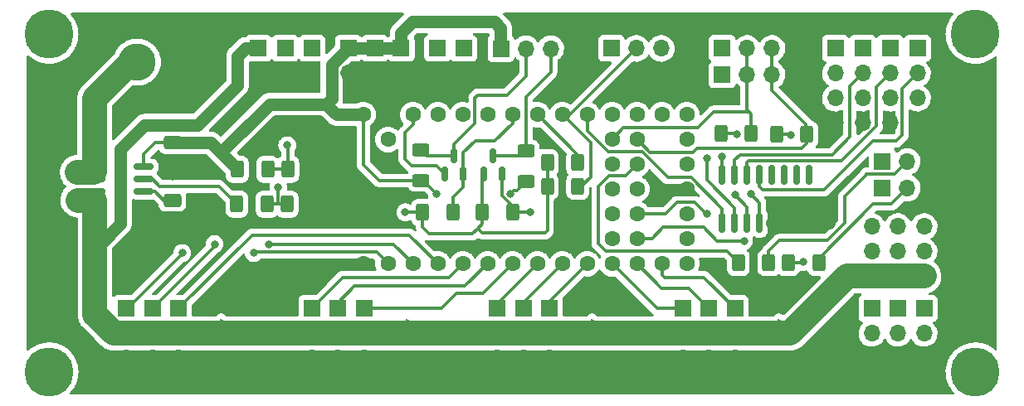
<source format=gbr>
%TF.GenerationSoftware,KiCad,Pcbnew,(6.0.1)*%
%TF.CreationDate,2022-02-05T20:40:31-05:00*%
%TF.ProjectId,motor-controller,6d6f746f-722d-4636-9f6e-74726f6c6c65,rev?*%
%TF.SameCoordinates,Original*%
%TF.FileFunction,Copper,L1,Top*%
%TF.FilePolarity,Positive*%
%FSLAX46Y46*%
G04 Gerber Fmt 4.6, Leading zero omitted, Abs format (unit mm)*
G04 Created by KiCad (PCBNEW (6.0.1)) date 2022-02-05 20:40:31*
%MOMM*%
%LPD*%
G01*
G04 APERTURE LIST*
G04 Aperture macros list*
%AMRoundRect*
0 Rectangle with rounded corners*
0 $1 Rounding radius*
0 $2 $3 $4 $5 $6 $7 $8 $9 X,Y pos of 4 corners*
0 Add a 4 corners polygon primitive as box body*
4,1,4,$2,$3,$4,$5,$6,$7,$8,$9,$2,$3,0*
0 Add four circle primitives for the rounded corners*
1,1,$1+$1,$2,$3*
1,1,$1+$1,$4,$5*
1,1,$1+$1,$6,$7*
1,1,$1+$1,$8,$9*
0 Add four rect primitives between the rounded corners*
20,1,$1+$1,$2,$3,$4,$5,0*
20,1,$1+$1,$4,$5,$6,$7,0*
20,1,$1+$1,$6,$7,$8,$9,0*
20,1,$1+$1,$8,$9,$2,$3,0*%
%AMRotRect*
0 Rectangle, with rotation*
0 The origin of the aperture is its center*
0 $1 length*
0 $2 width*
0 $3 Rotation angle, in degrees counterclockwise*
0 Add horizontal line*
21,1,$1,$2,0,0,$3*%
G04 Aperture macros list end*
%TA.AperFunction,ComponentPad*%
%ADD10R,1.700000X1.700000*%
%TD*%
%TA.AperFunction,ComponentPad*%
%ADD11O,1.700000X1.700000*%
%TD*%
%TA.AperFunction,SMDPad,CuDef*%
%ADD12RoundRect,0.150000X0.150000X-0.825000X0.150000X0.825000X-0.150000X0.825000X-0.150000X-0.825000X0*%
%TD*%
%TA.AperFunction,SMDPad,CuDef*%
%ADD13RoundRect,0.150000X-0.825000X-0.150000X0.825000X-0.150000X0.825000X0.150000X-0.825000X0.150000X0*%
%TD*%
%TA.AperFunction,ComponentPad*%
%ADD14C,3.800000*%
%TD*%
%TA.AperFunction,ComponentPad*%
%ADD15R,3.800000X3.800000*%
%TD*%
%TA.AperFunction,ComponentPad*%
%ADD16C,2.900000*%
%TD*%
%TA.AperFunction,ConnectorPad*%
%ADD17C,5.000000*%
%TD*%
%TA.AperFunction,SMDPad,CuDef*%
%ADD18RoundRect,0.250000X0.625000X-0.400000X0.625000X0.400000X-0.625000X0.400000X-0.625000X-0.400000X0*%
%TD*%
%TA.AperFunction,SMDPad,CuDef*%
%ADD19RoundRect,0.250000X-0.400000X-0.625000X0.400000X-0.625000X0.400000X0.625000X-0.400000X0.625000X0*%
%TD*%
%TA.AperFunction,ComponentPad*%
%ADD20RotRect,2.000000X2.000000X325.000000*%
%TD*%
%TA.AperFunction,ComponentPad*%
%ADD21C,2.000000*%
%TD*%
%TA.AperFunction,ComponentPad*%
%ADD22C,1.600000*%
%TD*%
%TA.AperFunction,SMDPad,CuDef*%
%ADD23RoundRect,0.250000X-0.650000X0.412500X-0.650000X-0.412500X0.650000X-0.412500X0.650000X0.412500X0*%
%TD*%
%TA.AperFunction,SMDPad,CuDef*%
%ADD24RoundRect,0.250000X0.400000X0.625000X-0.400000X0.625000X-0.400000X-0.625000X0.400000X-0.625000X0*%
%TD*%
%TA.AperFunction,SMDPad,CuDef*%
%ADD25RoundRect,0.150000X0.150000X-0.587500X0.150000X0.587500X-0.150000X0.587500X-0.150000X-0.587500X0*%
%TD*%
%TA.AperFunction,ViaPad*%
%ADD26C,0.800000*%
%TD*%
%TA.AperFunction,Conductor*%
%ADD27C,2.500000*%
%TD*%
%TA.AperFunction,Conductor*%
%ADD28C,1.270000*%
%TD*%
%TA.AperFunction,Conductor*%
%ADD29C,0.330200*%
%TD*%
G04 APERTURE END LIST*
D10*
%TO.P,JP1,1,A*%
%TO.N,+BATT*%
X151530000Y-68075000D03*
D11*
%TO.P,JP1,2,C*%
%TO.N,Net-(J18-Pad2)*%
X151530000Y-65535000D03*
%TO.P,JP1,3,B*%
%TO.N,+AUX*%
X151530000Y-62995000D03*
%TD*%
D12*
%TO.P,U3,1,I1*%
%TO.N,OUT1*%
X133605000Y-62655000D03*
%TO.P,U3,2,I2*%
%TO.N,OUT2*%
X134875000Y-62655000D03*
%TO.P,U3,3,I3*%
%TO.N,OUT3*%
X136145000Y-62655000D03*
%TO.P,U3,4,I4*%
%TO.N,OUT4*%
X137415000Y-62655000D03*
%TO.P,U3,5,I5*%
%TO.N,GND*%
X138685000Y-62655000D03*
%TO.P,U3,6,I6*%
X139955000Y-62655000D03*
%TO.P,U3,7,I7*%
X141225000Y-62655000D03*
%TO.P,U3,8,GND*%
X142495000Y-62655000D03*
%TO.P,U3,9,COM*%
%TO.N,unconnected-(U3-Pad9)*%
X142495000Y-57705000D03*
%TO.P,U3,10,O7*%
%TO.N,unconnected-(U3-Pad10)*%
X141225000Y-57705000D03*
%TO.P,U3,11,O6*%
%TO.N,unconnected-(U3-Pad11)*%
X139955000Y-57705000D03*
%TO.P,U3,12,O5*%
%TO.N,unconnected-(U3-Pad12)*%
X138685000Y-57705000D03*
%TO.P,U3,13,O4*%
%TO.N,Net-(J32-Pad2)*%
X137415000Y-57705000D03*
%TO.P,U3,14,O3*%
%TO.N,Net-(J31-Pad2)*%
X136145000Y-57705000D03*
%TO.P,U3,15,O2*%
%TO.N,Net-(J29-Pad2)*%
X134875000Y-57705000D03*
%TO.P,U3,16,O1*%
%TO.N,Net-(J27-Pad2)*%
X133605000Y-57705000D03*
%TD*%
D13*
%TO.P,U1,1,IP+*%
%TO.N,Net-(J4-Pad2)*%
X69648400Y-56896000D03*
%TO.P,U1,2,IP+*%
X69648400Y-58166000D03*
%TO.P,U1,3,IP-*%
%TO.N,+BATT*%
X69648400Y-59436000D03*
%TO.P,U1,4,IP-*%
X69648400Y-60706000D03*
%TO.P,U1,5,GND*%
%TO.N,GND*%
X74598400Y-60706000D03*
%TO.P,U1,6,FILTER*%
%TO.N,Net-(C5-Pad1)*%
X74598400Y-59436000D03*
%TO.P,U1,7,VIOUT*%
%TO.N,Net-(R2-Pad1)*%
X74598400Y-58166000D03*
%TO.P,U1,8,VCC*%
%TO.N,+5V*%
X74598400Y-56896000D03*
%TD*%
D10*
%TO.P,J29,1,Pin_1*%
%TO.N,+3V3*%
X147932000Y-44800000D03*
D11*
%TO.P,J29,2,Pin_2*%
%TO.N,Net-(J29-Pad2)*%
X147932000Y-47340000D03*
%TO.P,J29,3,Pin_3*%
%TO.N,SW2*%
X147932000Y-49880000D03*
%TO.P,J29,4,Pin_4*%
%TO.N,GND*%
X147932000Y-52420000D03*
%TD*%
D14*
%TO.P,J4,2,Pin_2*%
%TO.N,Net-(J4-Pad2)*%
X73900000Y-46200000D03*
D15*
%TO.P,J4,1,Pin_1*%
%TO.N,GND*%
X78900000Y-46200000D03*
%TD*%
D16*
%TO.P,REF\u002A\u002A,1*%
%TO.N,N/C*%
X159397200Y-43351000D03*
D17*
X159397200Y-43351000D03*
%TD*%
D10*
%TO.P,J9,1,Pin_1*%
%TO.N,M8*%
X113299929Y-71375000D03*
D11*
%TO.P,J9,2,Pin_2*%
%TO.N,+BATT*%
X113299929Y-73915000D03*
%TO.P,J9,3,Pin_3*%
%TO.N,GND*%
X113299929Y-76455000D03*
%TD*%
D10*
%TO.P,J33,1,Pin_1*%
%TO.N,+5V*%
X111018400Y-44813600D03*
D11*
%TO.P,J33,2,Pin_2*%
%TO.N,Net-(J33-Pad2)*%
X113558400Y-44813600D03*
%TO.P,J33,3,Pin_3*%
%TO.N,Net-(J33-Pad3)*%
X116098400Y-44813600D03*
%TO.P,J33,4,Pin_4*%
%TO.N,GND*%
X118638400Y-44813600D03*
%TD*%
D18*
%TO.P,R12,1*%
%TO.N,+5V*%
X113591600Y-58392000D03*
%TO.P,R12,2*%
%TO.N,Net-(J33-Pad3)*%
X113591600Y-55292000D03*
%TD*%
D10*
%TO.P,J22,1,Pin_1*%
%TO.N,AUX_M3*%
X154200000Y-71375000D03*
D11*
%TO.P,J22,2,Pin_2*%
%TO.N,Net-(J22-Pad2)*%
X154200000Y-73915000D03*
%TO.P,J22,3,Pin_3*%
%TO.N,GND*%
X154200000Y-76455000D03*
%TD*%
D10*
%TO.P,J7,1,Pin_1*%
%TO.N,M6*%
X97043929Y-71375000D03*
D11*
%TO.P,J7,2,Pin_2*%
%TO.N,+BATT*%
X97043929Y-73915000D03*
%TO.P,J7,3,Pin_3*%
%TO.N,GND*%
X97043929Y-76455000D03*
%TD*%
D19*
%TO.P,R10,1*%
%TO.N,+3V3*%
X139120000Y-53600000D03*
%TO.P,R10,2*%
%TO.N,SDL1*%
X142220000Y-53600000D03*
%TD*%
D20*
%TO.P,C2,1*%
%TO.N,+BATT*%
X82698998Y-73779830D03*
D21*
%TO.P,C2,2*%
%TO.N,GND*%
X86794758Y-76647712D03*
%TD*%
D10*
%TO.P,J15,1,Pin_1*%
%TO.N,+BATT*%
X86256800Y-44780000D03*
D11*
%TO.P,J15,2,Pin_2*%
%TO.N,GND*%
X86256800Y-47320000D03*
%TD*%
D10*
%TO.P,J16,1,Pin_1*%
%TO.N,+5V*%
X100843000Y-44780000D03*
D11*
%TO.P,J16,2,Pin_2*%
%TO.N,GND*%
X100843000Y-47320000D03*
%TD*%
D19*
%TO.P,R6,1*%
%TO.N,+3V3*%
X115750000Y-56487000D03*
%TO.P,R6,2*%
%TO.N,SCL0*%
X118850000Y-56487000D03*
%TD*%
%TO.P,R9,1*%
%TO.N,+3V3*%
X133470000Y-53500000D03*
%TO.P,R9,2*%
%TO.N,SDA1*%
X136570000Y-53500000D03*
%TD*%
D10*
%TO.P,J30,1,Pin_1*%
%TO.N,+3V3*%
X133600000Y-44800000D03*
D11*
%TO.P,J30,2,Pin_2*%
%TO.N,SDA1*%
X136140000Y-44800000D03*
%TO.P,J30,3,Pin_3*%
%TO.N,SDL1*%
X138680000Y-44800000D03*
%TO.P,J30,4,Pin_4*%
%TO.N,GND*%
X141220000Y-44800000D03*
%TD*%
D22*
%TO.P,U2,1,GND*%
%TO.N,GND*%
X96954602Y-66799400D03*
%TO.P,U2,2,0_RX1_CRX2_CS1*%
%TO.N,M1*%
X99494602Y-66799400D03*
%TO.P,U2,3,1_TX1_CTX2_MISO1*%
%TO.N,M2*%
X102034602Y-66799400D03*
%TO.P,U2,4,2_OUT2*%
%TO.N,M3*%
X104574602Y-66799400D03*
%TO.P,U2,5,3_LRCLK2*%
%TO.N,M4*%
X107114602Y-66799400D03*
%TO.P,U2,6,4_BCLK2*%
%TO.N,M5*%
X109654602Y-66799400D03*
%TO.P,U2,7,5_IN2*%
%TO.N,M6*%
X112194602Y-66799400D03*
%TO.P,U2,8,6_OUT1D*%
%TO.N,M7*%
X114734602Y-66799400D03*
%TO.P,U2,9,7_RX2_OUT1A*%
%TO.N,M8*%
X117274602Y-66799400D03*
%TO.P,U2,10,8_TX2_IN1*%
%TO.N,M9*%
X119814602Y-66799400D03*
%TO.P,U2,11,9_OUT1C*%
%TO.N,M10*%
X122354602Y-66799400D03*
%TO.P,U2,12,10_CS_MQSR*%
%TO.N,M11*%
X124894602Y-66799400D03*
%TO.P,U2,13,11_MOSI_CTX1*%
%TO.N,M12*%
X127434602Y-66799400D03*
%TO.P,U2,14,12_MISO_MQSL*%
%TO.N,AUX_M1*%
X129974602Y-66799400D03*
%TO.P,U2,15,VBAT*%
%TO.N,unconnected-(U2-Pad15)*%
X129974602Y-64259400D03*
%TO.P,U2,16,3V3*%
%TO.N,unconnected-(U2-Pad16)*%
X129974602Y-61719400D03*
%TO.P,U2,17,GND*%
%TO.N,GND*%
X129974602Y-59179400D03*
%TO.P,U2,18,PROGRAM*%
%TO.N,unconnected-(U2-Pad18)*%
X129974602Y-56639400D03*
%TO.P,U2,19,ON_OFF*%
%TO.N,unconnected-(U2-Pad19)*%
X129974602Y-54099400D03*
%TO.P,U2,20,13_SCK_CRX1_LED*%
%TO.N,unconnected-(U2-Pad20)*%
X129974602Y-51559400D03*
%TO.P,U2,21,14_A0_TX3_SPDIF_OUT*%
%TO.N,OUT4*%
X127434602Y-51559400D03*
%TO.P,U2,22,15_A1_RX3_SPDIF_IN*%
%TO.N,OUT3*%
X124894602Y-51559400D03*
%TO.P,U2,23,16_A2_RX4_SCL1*%
%TO.N,OUT2*%
X122354602Y-51559400D03*
%TO.P,U2,24,17_A3_TX4_SDA1*%
%TO.N,OUT1*%
X119814602Y-51559400D03*
%TO.P,U2,25,18_A4_SDA0*%
%TO.N,SDA0*%
X117274602Y-51559400D03*
%TO.P,U2,26,19_A5_SCL0*%
%TO.N,SCL0*%
X114734602Y-51559400D03*
%TO.P,U2,27,20_A6_TX5_LRCLK1*%
%TO.N,TX*%
X112194602Y-51559400D03*
%TO.P,U2,28,21_A7_RX5_BCLK1*%
%TO.N,RX*%
X109654602Y-51559400D03*
%TO.P,U2,29,22_A8_CTX1*%
%TO.N,CSENSE*%
X107114602Y-51559400D03*
%TO.P,U2,30,23_A9_CRX1_MCLK1*%
%TO.N,VSENSE*%
X104574602Y-51559400D03*
%TO.P,U2,31,3V3*%
%TO.N,+3V3*%
X102034602Y-51559400D03*
%TO.P,U2,32,GND*%
%TO.N,GND*%
X99494602Y-51559400D03*
%TO.P,U2,33,VIN*%
%TO.N,+5V*%
X96954602Y-51559400D03*
%TO.P,U2,34,VUSB*%
%TO.N,unconnected-(U2-Pad34)*%
X99494602Y-54099400D03*
%TO.P,U2,35,24_A10_TX6_SCL2*%
%TO.N,SDL1*%
X124894602Y-54099400D03*
%TO.P,U2,36,25_A11_RX6_SDA2*%
%TO.N,SDA1*%
X122354602Y-54099400D03*
%TO.P,U2,37,26_A12_MOSI1*%
%TO.N,NEO2*%
X124894602Y-56639400D03*
%TO.P,U2,38,27_A13_SCK1*%
%TO.N,NEO1*%
X122354602Y-56639400D03*
%TO.P,U2,39,28_RX7*%
%TO.N,SW1*%
X124894602Y-59179400D03*
%TO.P,U2,40,29_TX7*%
%TO.N,AUX_M3*%
X122354602Y-59179400D03*
%TO.P,U2,41,30_CRX3*%
%TO.N,SW3*%
X124894602Y-61719400D03*
%TO.P,U2,42,31_CTX3*%
%TO.N,SW2*%
X122354602Y-61719400D03*
%TO.P,U2,43,32_OUT1B*%
%TO.N,SW4*%
X124894602Y-64259400D03*
%TO.P,U2,44,33_MCLK2*%
%TO.N,AUX_M2*%
X122354602Y-64259400D03*
%TD*%
D10*
%TO.P,J31,1,Pin_1*%
%TO.N,+3V3*%
X150726000Y-44800000D03*
D11*
%TO.P,J31,2,Pin_2*%
%TO.N,Net-(J31-Pad2)*%
X150726000Y-47340000D03*
%TO.P,J31,3,Pin_3*%
%TO.N,SW3*%
X150726000Y-49880000D03*
%TO.P,J31,4,Pin_4*%
%TO.N,GND*%
X150726000Y-52420000D03*
%TD*%
D10*
%TO.P,J6,1,Pin_1*%
%TO.N,M5*%
X94376929Y-71375000D03*
D11*
%TO.P,J6,2,Pin_2*%
%TO.N,+BATT*%
X94376929Y-73915000D03*
%TO.P,J6,3,Pin_3*%
%TO.N,GND*%
X94376929Y-76455000D03*
%TD*%
D10*
%TO.P,J21,1,Pin_1*%
%TO.N,+BATT*%
X89000000Y-44780000D03*
D11*
%TO.P,J21,2,Pin_2*%
%TO.N,GND*%
X89000000Y-47320000D03*
%TD*%
D23*
%TO.P,C6,1*%
%TO.N,+5V*%
X77500000Y-54437500D03*
%TO.P,C6,2*%
%TO.N,GND*%
X77500000Y-57562500D03*
%TD*%
D10*
%TO.P,J18,1,Pin_1*%
%TO.N,AUX_M2*%
X151533000Y-71375000D03*
D11*
%TO.P,J18,2,Pin_2*%
%TO.N,Net-(J18-Pad2)*%
X151533000Y-73915000D03*
%TO.P,J18,3,Pin_3*%
%TO.N,GND*%
X151533000Y-76455000D03*
%TD*%
D10*
%TO.P,J19,1,Pin_1*%
%TO.N,+5V*%
X98143000Y-44780000D03*
D11*
%TO.P,J19,2,Pin_2*%
%TO.N,GND*%
X98143000Y-47320000D03*
%TD*%
D10*
%TO.P,J26,1,Pin_1*%
%TO.N,+5V*%
X149935000Y-56340000D03*
D11*
%TO.P,J26,2,Pin_2*%
%TO.N,Net-(J26-Pad2)*%
X152475000Y-56340000D03*
%TO.P,J26,3,Pin_3*%
%TO.N,GND*%
X155015000Y-56340000D03*
%TD*%
D20*
%TO.P,C1,1*%
%TO.N,+BATT*%
X139588934Y-73779830D03*
D21*
%TO.P,C1,2*%
%TO.N,GND*%
X143684694Y-76647712D03*
%TD*%
D24*
%TO.P,R8,1*%
%TO.N,Net-(J26-Pad2)*%
X138340000Y-66690000D03*
%TO.P,R8,2*%
%TO.N,NEO2*%
X135240000Y-66690000D03*
%TD*%
D19*
%TO.P,R4,1*%
%TO.N,CSENSE*%
X89200000Y-60706000D03*
%TO.P,R4,2*%
%TO.N,GND*%
X92300000Y-60706000D03*
%TD*%
D10*
%TO.P,J2,1,Pin_1*%
%TO.N,M2*%
X75453929Y-71375000D03*
D11*
%TO.P,J2,2,Pin_2*%
%TO.N,+BATT*%
X75453929Y-73915000D03*
%TO.P,J2,3,Pin_3*%
%TO.N,GND*%
X75453929Y-76455000D03*
%TD*%
D18*
%TO.P,R14,1*%
%TO.N,+5V*%
X102872800Y-58290400D03*
%TO.P,R14,2*%
%TO.N,Net-(J33-Pad2)*%
X102872800Y-55190400D03*
%TD*%
D19*
%TO.P,R11,1*%
%TO.N,+3V3*%
X109100000Y-61500000D03*
%TO.P,R11,2*%
%TO.N,RX*%
X112200000Y-61500000D03*
%TD*%
D10*
%TO.P,J12,1,Pin_1*%
%TO.N,M11*%
X132222929Y-71375000D03*
D11*
%TO.P,J12,2,Pin_2*%
%TO.N,+BATT*%
X132222929Y-73915000D03*
%TO.P,J12,3,Pin_3*%
%TO.N,GND*%
X132222929Y-76455000D03*
%TD*%
D10*
%TO.P,J14,1,Pin_1*%
%TO.N,+5V*%
X95443000Y-44780000D03*
D11*
%TO.P,J14,2,Pin_2*%
%TO.N,GND*%
X95443000Y-47320000D03*
%TD*%
D10*
%TO.P,JP2,1,A*%
%TO.N,+BATT*%
X148860000Y-68085000D03*
D11*
%TO.P,JP2,2,C*%
%TO.N,Net-(J17-Pad2)*%
X148860000Y-65545000D03*
%TO.P,JP2,3,B*%
%TO.N,+AUX*%
X148860000Y-63005000D03*
%TD*%
D10*
%TO.P,J23,1,Pin_1*%
%TO.N,+BATT*%
X91743200Y-44780000D03*
D11*
%TO.P,J23,2,Pin_2*%
%TO.N,GND*%
X91743200Y-47320000D03*
%TD*%
D10*
%TO.P,JP3,1,A*%
%TO.N,+BATT*%
X154200000Y-68085000D03*
D11*
%TO.P,JP3,2,C*%
%TO.N,Net-(J22-Pad2)*%
X154200000Y-65545000D03*
%TO.P,JP3,3,B*%
%TO.N,+AUX*%
X154200000Y-63005000D03*
%TD*%
D10*
%TO.P,J5,1,Pin_1*%
%TO.N,M4*%
X91709929Y-71375000D03*
D11*
%TO.P,J5,2,Pin_2*%
%TO.N,+BATT*%
X91709929Y-73915000D03*
%TO.P,J5,3,Pin_3*%
%TO.N,GND*%
X91709929Y-76455000D03*
%TD*%
D10*
%TO.P,J25,1,Pin_1*%
%TO.N,+5V*%
X149940000Y-59070000D03*
D11*
%TO.P,J25,2,Pin_2*%
%TO.N,Net-(J25-Pad2)*%
X152480000Y-59070000D03*
%TO.P,J25,3,Pin_3*%
%TO.N,GND*%
X155020000Y-59070000D03*
%TD*%
D10*
%TO.P,J10,1,Pin_1*%
%TO.N,M9*%
X115966929Y-71390011D03*
D11*
%TO.P,J10,2,Pin_2*%
%TO.N,+BATT*%
X115966929Y-73930011D03*
%TO.P,J10,3,Pin_3*%
%TO.N,GND*%
X115966929Y-76470011D03*
%TD*%
D25*
%TO.P,Q2,1,G*%
%TO.N,+3V3*%
X105275600Y-57625400D03*
%TO.P,Q2,2,S*%
%TO.N,TX*%
X107175600Y-57625400D03*
%TO.P,Q2,3,D*%
%TO.N,Net-(J33-Pad2)*%
X106225600Y-55750400D03*
%TD*%
D19*
%TO.P,R2,1*%
%TO.N,Net-(R2-Pad1)*%
X84067980Y-60706000D03*
%TO.P,R2,2*%
%TO.N,CSENSE*%
X87167980Y-60706000D03*
%TD*%
%TO.P,R13,1*%
%TO.N,+3V3*%
X103002800Y-61550800D03*
%TO.P,R13,2*%
%TO.N,TX*%
X106102800Y-61550800D03*
%TD*%
D16*
%TO.P,REF\u002A\u002A,1*%
%TO.N,N/C*%
X159397200Y-77851000D03*
D17*
X159397200Y-77851000D03*
%TD*%
D23*
%TO.P,C5,1*%
%TO.N,Net-(C5-Pad1)*%
X77500000Y-60300000D03*
%TO.P,C5,2*%
%TO.N,GND*%
X77500000Y-63425000D03*
%TD*%
D10*
%TO.P,J27,1,Pin_1*%
%TO.N,+3V3*%
X145138000Y-44800000D03*
D11*
%TO.P,J27,2,Pin_2*%
%TO.N,Net-(J27-Pad2)*%
X145138000Y-47340000D03*
%TO.P,J27,3,Pin_3*%
%TO.N,SW1*%
X145138000Y-49880000D03*
%TO.P,J27,4,Pin_4*%
%TO.N,GND*%
X145138000Y-52420000D03*
%TD*%
D19*
%TO.P,R1,1*%
%TO.N,+5V*%
X84120000Y-57150000D03*
%TO.P,R1,2*%
%TO.N,VSENSE*%
X87220000Y-57150000D03*
%TD*%
D10*
%TO.P,J24,1,Pin_1*%
%TO.N,+3V3*%
X122300000Y-44800000D03*
D11*
%TO.P,J24,2,Pin_2*%
%TO.N,SDA0*%
X124840000Y-44800000D03*
%TO.P,J24,3,Pin_3*%
%TO.N,SCL0*%
X127380000Y-44800000D03*
%TO.P,J24,4,Pin_4*%
%TO.N,GND*%
X129920000Y-44800000D03*
%TD*%
D10*
%TO.P,J32,1,Pin_1*%
%TO.N,+3V3*%
X153520000Y-44800000D03*
D11*
%TO.P,J32,2,Pin_2*%
%TO.N,Net-(J32-Pad2)*%
X153520000Y-47340000D03*
%TO.P,J32,3,Pin_3*%
%TO.N,SW4*%
X153520000Y-49880000D03*
%TO.P,J32,4,Pin_4*%
%TO.N,GND*%
X153520000Y-52420000D03*
%TD*%
D10*
%TO.P,J8,1,Pin_1*%
%TO.N,M7*%
X110632929Y-71359989D03*
D11*
%TO.P,J8,2,Pin_2*%
%TO.N,+BATT*%
X110632929Y-73899989D03*
%TO.P,J8,3,Pin_3*%
%TO.N,GND*%
X110632929Y-76439989D03*
%TD*%
D10*
%TO.P,J28,1,Pin_1*%
%TO.N,+3V3*%
X133600000Y-47490000D03*
D11*
%TO.P,J28,2,Pin_2*%
%TO.N,SDA1*%
X136140000Y-47490000D03*
%TO.P,J28,3,Pin_3*%
%TO.N,SDL1*%
X138680000Y-47490000D03*
%TO.P,J28,4,Pin_4*%
%TO.N,GND*%
X141220000Y-47490000D03*
%TD*%
D24*
%TO.P,R7,1*%
%TO.N,Net-(J25-Pad2)*%
X143440000Y-66690000D03*
%TO.P,R7,2*%
%TO.N,NEO1*%
X140340000Y-66690000D03*
%TD*%
D10*
%TO.P,J1,1,Pin_1*%
%TO.N,M1*%
X72786929Y-71375000D03*
D11*
%TO.P,J1,2,Pin_2*%
%TO.N,+BATT*%
X72786929Y-73915000D03*
%TO.P,J1,3,Pin_3*%
%TO.N,GND*%
X72786929Y-76455000D03*
%TD*%
D10*
%TO.P,J34,1,Pin_1*%
%TO.N,+AUX*%
X107243000Y-44800000D03*
D11*
%TO.P,J34,2,Pin_2*%
%TO.N,GND*%
X107243000Y-47340000D03*
%TD*%
D25*
%TO.P,Q1,1,G*%
%TO.N,+3V3*%
X109238000Y-57625400D03*
%TO.P,Q1,2,S*%
%TO.N,RX*%
X111138000Y-57625400D03*
%TO.P,Q1,3,D*%
%TO.N,Net-(J33-Pad3)*%
X110188000Y-55750400D03*
%TD*%
D10*
%TO.P,J17,1,Pin_1*%
%TO.N,AUX_M1*%
X148866000Y-71375000D03*
D11*
%TO.P,J17,2,Pin_2*%
%TO.N,Net-(J17-Pad2)*%
X148866000Y-73915000D03*
%TO.P,J17,3,Pin_3*%
%TO.N,GND*%
X148866000Y-76455000D03*
%TD*%
D19*
%TO.P,R3,1*%
%TO.N,VSENSE*%
X89274980Y-57150000D03*
%TO.P,R3,2*%
%TO.N,GND*%
X92374980Y-57150000D03*
%TD*%
D20*
%TO.P,C4,1*%
%TO.N,+BATT*%
X101621998Y-73788000D03*
D21*
%TO.P,C4,2*%
%TO.N,GND*%
X105717758Y-76655882D03*
%TD*%
D20*
%TO.P,C3,1*%
%TO.N,+BATT*%
X120538934Y-73779830D03*
D21*
%TO.P,C3,2*%
%TO.N,GND*%
X124634694Y-76647712D03*
%TD*%
D16*
%TO.P,REF\u002A\u002A,1*%
%TO.N,N/C*%
X64897200Y-77851000D03*
D17*
X64897200Y-77851000D03*
%TD*%
D10*
%TO.P,J20,1,Pin_1*%
%TO.N,+AUX*%
X104543000Y-44775000D03*
D11*
%TO.P,J20,2,Pin_2*%
%TO.N,GND*%
X104543000Y-47315000D03*
%TD*%
D10*
%TO.P,J3,1,Pin_1*%
%TO.N,M3*%
X78120929Y-71390011D03*
D11*
%TO.P,J3,2,Pin_2*%
%TO.N,+BATT*%
X78120929Y-73930011D03*
%TO.P,J3,3,Pin_3*%
%TO.N,GND*%
X78120929Y-76470011D03*
%TD*%
D16*
%TO.P,REF\u002A\u002A,1*%
%TO.N,N/C*%
X64897200Y-43351000D03*
D17*
X64897200Y-43351000D03*
%TD*%
D10*
%TO.P,J11,1,Pin_1*%
%TO.N,M10*%
X129555929Y-71375000D03*
D11*
%TO.P,J11,2,Pin_2*%
%TO.N,+BATT*%
X129555929Y-73915000D03*
%TO.P,J11,3,Pin_3*%
%TO.N,GND*%
X129555929Y-76455000D03*
%TD*%
D19*
%TO.P,R5,1*%
%TO.N,+3V3*%
X115750000Y-58900000D03*
%TO.P,R5,2*%
%TO.N,SDA0*%
X118850000Y-58900000D03*
%TD*%
D10*
%TO.P,J13,1,Pin_1*%
%TO.N,M12*%
X134889929Y-71375000D03*
D11*
%TO.P,J13,2,Pin_2*%
%TO.N,+BATT*%
X134889929Y-73915000D03*
%TO.P,J13,3,Pin_3*%
%TO.N,GND*%
X134889929Y-76455000D03*
%TD*%
D26*
%TO.N,+BATT*%
X80235000Y-73915000D03*
X69610000Y-68090000D03*
X125135000Y-73915000D03*
X99095000Y-73915000D03*
X105895000Y-73915000D03*
X69610000Y-62090000D03*
X69610000Y-66000000D03*
X69610000Y-70290000D03*
X127075000Y-73915000D03*
X67840000Y-60300000D03*
X137215000Y-73915000D03*
X104215000Y-73915000D03*
X86985000Y-73915000D03*
X123275000Y-73915000D03*
X69610000Y-72210000D03*
X69610000Y-64130000D03*
X118255000Y-73915000D03*
X89055000Y-73915000D03*
X85275000Y-73915000D03*
X108095000Y-73915000D03*
X70875000Y-73275000D03*
%TO.N,M1*%
X85800000Y-65700000D03*
X78500000Y-65700000D03*
%TO.N,GND*%
X87650000Y-69280000D03*
X66050000Y-53840000D03*
X70070000Y-76970000D03*
X157740000Y-69530000D03*
X77040000Y-43230000D03*
X120960000Y-69100000D03*
X67950000Y-46200000D03*
X75937500Y-62100000D03*
X66000000Y-69180000D03*
X65900000Y-48450000D03*
X65980000Y-62010000D03*
X117910000Y-63190000D03*
X90070000Y-67580000D03*
X92470000Y-54710000D03*
X117890000Y-61670000D03*
X69900000Y-43500000D03*
X160290000Y-73380000D03*
X160260000Y-47950000D03*
X66170000Y-73460000D03*
X65980000Y-64580000D03*
X77499997Y-56100000D03*
X144434992Y-62654993D03*
X67900000Y-75240000D03*
%TO.N,M2*%
X87300000Y-64800000D03*
X81800000Y-64800000D03*
%TO.N,+5V*%
X112010000Y-59650000D03*
X104460000Y-59640000D03*
%TO.N,+3V3*%
X140580000Y-53660000D03*
X101260000Y-61540000D03*
X135090000Y-53590000D03*
%TO.N,Net-(J27-Pad2)*%
X133605000Y-55885000D03*
%TO.N,SW3*%
X132030000Y-61730000D03*
%TO.N,SW4*%
X135830000Y-64460000D03*
%TO.N,RX*%
X114010000Y-61520000D03*
%TO.N,Net-(J4-Pad2)*%
X69520000Y-53290000D03*
X69400000Y-50760000D03*
X67780000Y-57450000D03*
X69560000Y-55435000D03*
X70600000Y-48890000D03*
%TO.N,VSENSE*%
X89220000Y-54710000D03*
%TO.N,CSENSE*%
X88300000Y-59020000D03*
%TO.N,NEO1*%
X141830000Y-66630000D03*
%TO.N,OUT2*%
X132030000Y-56040000D03*
%TO.N,OUT3*%
X134927917Y-59783789D03*
%TO.N,OUT4*%
X136510000Y-59700000D03*
%TD*%
D27*
%TO.N,Net-(J4-Pad2)*%
X69480000Y-57450000D02*
X67780000Y-57450000D01*
X69560000Y-57370000D02*
X69480000Y-57450000D01*
X69560000Y-49890000D02*
X69560000Y-57370000D01*
X73250000Y-46200000D02*
X69560000Y-49890000D01*
X73900000Y-46200000D02*
X73250000Y-46200000D01*
%TO.N,+BATT*%
X69800000Y-72200000D02*
X69600000Y-72000000D01*
D28*
X72200000Y-55100000D02*
X74670000Y-52630000D01*
D27*
X72786929Y-73915000D02*
X140485000Y-73915000D01*
D28*
X69620000Y-65300000D02*
X72200000Y-62720000D01*
D27*
X151530000Y-68075000D02*
X154190000Y-68075000D01*
X67840000Y-60300000D02*
X69600000Y-60300000D01*
X69600000Y-72000000D02*
X69600000Y-65300000D01*
X69810000Y-72210000D02*
X69800000Y-72200000D01*
X69600000Y-60300000D02*
X69600000Y-65300000D01*
D28*
X74670000Y-52630000D02*
X80077544Y-52630000D01*
D27*
X71515000Y-73915000D02*
X70875000Y-73275000D01*
X148860000Y-68085000D02*
X151520000Y-68085000D01*
D28*
X84141089Y-48566455D02*
X84141089Y-45588911D01*
D27*
X140485000Y-73915000D02*
X146315000Y-68085000D01*
D28*
X84141089Y-45588911D02*
X84950000Y-44780000D01*
D27*
X151520000Y-68085000D02*
X151530000Y-68075000D01*
D28*
X72200000Y-62720000D02*
X72200000Y-55100000D01*
D27*
X70875000Y-73275000D02*
X69810000Y-72210000D01*
D28*
X84950000Y-44780000D02*
X86256800Y-44780000D01*
X69600000Y-65300000D02*
X69620000Y-65300000D01*
D27*
X72786929Y-73915000D02*
X71515000Y-73915000D01*
X146315000Y-68085000D02*
X148860000Y-68085000D01*
D28*
X80077544Y-52630000D02*
X84141089Y-48566455D01*
D27*
X154190000Y-68075000D02*
X154200000Y-68085000D01*
D29*
%TO.N,M1*%
X85868411Y-65631589D02*
X98326791Y-65631589D01*
X98326791Y-65631589D02*
X99494602Y-66799400D01*
X72925000Y-71375000D02*
X72786929Y-71375000D01*
X78500000Y-65800000D02*
X72925000Y-71375000D01*
X85800000Y-65700000D02*
X85868411Y-65631589D01*
X78500000Y-65700000D02*
X78500000Y-65800000D01*
%TO.N,GND*%
X92374980Y-60631020D02*
X92300000Y-60706000D01*
D28*
X144470000Y-62620000D02*
X144435000Y-62655000D01*
X138685000Y-62655000D02*
X139955000Y-62655000D01*
D29*
X77500000Y-56100003D02*
X77500000Y-58100000D01*
D28*
X139955000Y-62655000D02*
X141225000Y-62655000D01*
D29*
X75806000Y-60706000D02*
X74598400Y-60706000D01*
X75937500Y-62100000D02*
X75937500Y-60837500D01*
X75937500Y-60837500D02*
X75806000Y-60706000D01*
X76175000Y-62100000D02*
X77500000Y-63425000D01*
X77499997Y-56100000D02*
X77500000Y-56100003D01*
X92374980Y-54805020D02*
X92470000Y-54710000D01*
D28*
X142495000Y-62655000D02*
X144435000Y-62655000D01*
X141225000Y-62655000D02*
X142495000Y-62655000D01*
D29*
X92374980Y-57150000D02*
X92374980Y-60631020D01*
X92374980Y-57150000D02*
X92374980Y-54805020D01*
X75937500Y-62100000D02*
X76175000Y-62100000D01*
%TO.N,M2*%
X81800000Y-65000000D02*
X75453929Y-71346071D01*
X75453929Y-71346071D02*
X75453929Y-71375000D01*
X100035202Y-64800000D02*
X102034602Y-66799400D01*
X87300000Y-64800000D02*
X100035202Y-64800000D01*
X81800000Y-64800000D02*
X81800000Y-65000000D01*
%TO.N,M3*%
X101675202Y-63900000D02*
X104574602Y-66799400D01*
X78120929Y-71390011D02*
X85610940Y-63900000D01*
X85610940Y-63900000D02*
X101675202Y-63900000D01*
%TO.N,M4*%
X91709929Y-71375000D02*
X94884929Y-68200000D01*
X105714002Y-68200000D02*
X107114602Y-66799400D01*
X94884929Y-68200000D02*
X105714002Y-68200000D01*
%TO.N,M5*%
X94376929Y-71375000D02*
X94376929Y-70823071D01*
X107354002Y-69100000D02*
X109654602Y-66799400D01*
X94376929Y-70823071D02*
X96100000Y-69100000D01*
X96100000Y-69100000D02*
X107354002Y-69100000D01*
%TO.N,M6*%
X104925000Y-71375000D02*
X106500000Y-69800000D01*
X97043929Y-71375000D02*
X104925000Y-71375000D01*
X106500000Y-69800000D02*
X109194002Y-69800000D01*
X109194002Y-69800000D02*
X112194602Y-66799400D01*
%TO.N,M7*%
X110632929Y-71359989D02*
X110632929Y-70901073D01*
X110632929Y-70901073D02*
X114734602Y-66799400D01*
%TO.N,M8*%
X113299929Y-70774073D02*
X117274602Y-66799400D01*
X113299929Y-71375000D02*
X113299929Y-70774073D01*
%TO.N,M9*%
X115966929Y-71390011D02*
X115966929Y-70647073D01*
X115966929Y-70647073D02*
X119814602Y-66799400D01*
%TO.N,M10*%
X129555929Y-71375000D02*
X126930202Y-71375000D01*
X126930202Y-71375000D02*
X122354602Y-66799400D01*
%TO.N,M11*%
X130147929Y-69300000D02*
X127395202Y-69300000D01*
X127395202Y-69300000D02*
X124894602Y-66799400D01*
X132222929Y-71375000D02*
X130147929Y-69300000D01*
%TO.N,M12*%
X134889929Y-71375000D02*
X131714929Y-68200000D01*
X127434602Y-67934602D02*
X127434602Y-66799400D01*
X127700000Y-68200000D02*
X127434602Y-67934602D01*
X131714929Y-68200000D02*
X127700000Y-68200000D01*
%TO.N,+5V*%
X96954602Y-56664602D02*
X96954602Y-51559400D01*
X102872800Y-58290400D02*
X103110400Y-58290400D01*
X76962500Y-54437500D02*
X75762500Y-54437500D01*
D28*
X93200000Y-50500000D02*
X87400000Y-50500000D01*
X100843000Y-44780000D02*
X100843000Y-43217000D01*
X87400000Y-50500000D02*
X82535000Y-55365000D01*
X101990000Y-42070000D02*
X110350000Y-42070000D01*
X82335000Y-55365000D02*
X81407500Y-54437500D01*
X93755289Y-49944711D02*
X93200000Y-50500000D01*
D29*
X102872800Y-58290400D02*
X98580400Y-58290400D01*
D28*
X93755289Y-46467711D02*
X93755289Y-49944711D01*
D29*
X103110400Y-58290400D02*
X104460000Y-59640000D01*
X112663600Y-59320000D02*
X113591600Y-58392000D01*
D28*
X111000000Y-44795200D02*
X111018400Y-44813600D01*
X95443000Y-44780000D02*
X100843000Y-44780000D01*
D29*
X75762500Y-54437500D02*
X74598400Y-55601600D01*
D28*
X84120000Y-57150000D02*
X82335000Y-55365000D01*
D29*
X112340000Y-59320000D02*
X112663600Y-59320000D01*
D28*
X82535000Y-55365000D02*
X82335000Y-55365000D01*
D29*
X112010000Y-59650000D02*
X112340000Y-59320000D01*
D28*
X110350000Y-42070000D02*
X111000000Y-42720000D01*
X95443000Y-44780000D02*
X93755289Y-46467711D01*
X100843000Y-43217000D02*
X101990000Y-42070000D01*
X94259400Y-51559400D02*
X96954602Y-51559400D01*
X81407500Y-54437500D02*
X77500000Y-54437500D01*
D29*
X74598400Y-55601600D02*
X74598400Y-56896000D01*
D28*
X111000000Y-42720000D02*
X111000000Y-44795200D01*
D29*
X98580400Y-58290400D02*
X96954602Y-56664602D01*
D28*
X93900000Y-51200000D02*
X93200000Y-50500000D01*
X93900000Y-51200000D02*
X94259400Y-51559400D01*
D29*
%TO.N,+3V3*%
X102034602Y-51559400D02*
X102034602Y-52585398D01*
X105275600Y-57625400D02*
X104420200Y-56770000D01*
X139120000Y-53600000D02*
X140520000Y-53600000D01*
X103710000Y-63750000D02*
X108100000Y-63750000D01*
X101220000Y-56090000D02*
X101220000Y-53400000D01*
X115750000Y-56487000D02*
X115750000Y-58900000D01*
X109100000Y-62750000D02*
X109100000Y-61500000D01*
X101270800Y-61550800D02*
X101260000Y-61540000D01*
X109100000Y-61500000D02*
X109100000Y-57763400D01*
X108100000Y-63750000D02*
X108670000Y-63180000D01*
X140520000Y-53600000D02*
X140580000Y-53660000D01*
X103002800Y-61550800D02*
X103002800Y-63042800D01*
X103002800Y-63042800D02*
X103710000Y-63750000D01*
X109120000Y-63630000D02*
X108670000Y-63180000D01*
X115750000Y-63420000D02*
X115540000Y-63630000D01*
X115540000Y-63630000D02*
X109120000Y-63630000D01*
X108670000Y-63180000D02*
X109100000Y-62750000D01*
X135000000Y-53500000D02*
X135090000Y-53590000D01*
X133470000Y-53500000D02*
X135000000Y-53500000D01*
X115750000Y-58900000D02*
X115750000Y-63420000D01*
X103002800Y-61550800D02*
X101270800Y-61550800D01*
X101900000Y-56770000D02*
X101220000Y-56090000D01*
X104420200Y-56770000D02*
X101900000Y-56770000D01*
X109100000Y-57763400D02*
X109238000Y-57625400D01*
X102034602Y-52585398D02*
X101220000Y-53400000D01*
%TO.N,SDA1*%
X132690000Y-51320000D02*
X136350000Y-51320000D01*
X136350000Y-51320000D02*
X136570000Y-51540000D01*
X136570000Y-51540000D02*
X136570000Y-53500000D01*
X136350000Y-51320000D02*
X136140000Y-51110000D01*
X123522413Y-52931589D02*
X131078411Y-52931589D01*
X136140000Y-51110000D02*
X136140000Y-47490000D01*
X122354602Y-54099400D02*
X123522413Y-52931589D01*
X131078411Y-52931589D02*
X132690000Y-51320000D01*
X136140000Y-47490000D02*
X136140000Y-44800000D01*
%TO.N,SDL1*%
X138680000Y-47490000D02*
X138680000Y-49060000D01*
X131010000Y-55010000D02*
X141730000Y-55010000D01*
X130620000Y-55400000D02*
X131010000Y-55010000D01*
X142160000Y-53540000D02*
X142220000Y-53600000D01*
X138680000Y-49060000D02*
X142160000Y-52540000D01*
X126195202Y-55400000D02*
X130620000Y-55400000D01*
X142220000Y-54520000D02*
X142220000Y-53600000D01*
X142160000Y-52540000D02*
X142160000Y-53540000D01*
X141730000Y-55010000D02*
X142220000Y-54520000D01*
X124894602Y-54099400D02*
X126195202Y-55400000D01*
X138680000Y-44800000D02*
X138680000Y-47490000D01*
%TO.N,Net-(J25-Pad2)*%
X143440000Y-66690000D02*
X143440000Y-66280000D01*
X150832189Y-60717811D02*
X152480000Y-59070000D01*
X143440000Y-66280000D02*
X149002189Y-60717811D01*
X149002189Y-60717811D02*
X150832189Y-60717811D01*
%TO.N,Net-(J26-Pad2)*%
X138340000Y-66690000D02*
X138340000Y-65480000D01*
X146109258Y-62650742D02*
X146109258Y-59940742D01*
X151175000Y-57640000D02*
X152475000Y-56340000D01*
X144320000Y-64440000D02*
X146109258Y-62650742D01*
X138340000Y-65480000D02*
X139380000Y-64440000D01*
X148320000Y-57640000D02*
X151175000Y-57640000D01*
X148320000Y-57730000D02*
X148320000Y-57640000D01*
X139380000Y-64440000D02*
X144320000Y-64440000D01*
X146109258Y-59940742D02*
X148320000Y-57730000D01*
%TO.N,Net-(J27-Pad2)*%
X133605000Y-55885000D02*
X133605000Y-57705000D01*
%TO.N,Net-(J29-Pad2)*%
X134870000Y-57700000D02*
X134870000Y-56180000D01*
X134875000Y-57705000D02*
X134870000Y-57700000D01*
X146630000Y-48642000D02*
X147932000Y-47340000D01*
X135400000Y-55650000D02*
X144840000Y-55650000D01*
X146630000Y-53860000D02*
X146630000Y-48642000D01*
X134870000Y-56180000D02*
X135400000Y-55650000D01*
X144840000Y-55650000D02*
X146630000Y-53860000D01*
%TO.N,Net-(J31-Pad2)*%
X136145000Y-57705000D02*
X136145000Y-56455000D01*
X149330000Y-52756338D02*
X149330000Y-48736000D01*
X136145000Y-56455000D02*
X136300000Y-56300000D01*
X136300000Y-56300000D02*
X145786338Y-56300000D01*
X149330000Y-48736000D02*
X150726000Y-47340000D01*
X145786338Y-56300000D02*
X149330000Y-52756338D01*
%TO.N,SW3*%
X132030000Y-61730000D02*
X131940000Y-61730000D01*
X130761589Y-60551589D02*
X128968411Y-60551589D01*
X127800600Y-61719400D02*
X124894602Y-61719400D01*
X128968411Y-60551589D02*
X127800600Y-61719400D01*
X131940000Y-61730000D02*
X130761589Y-60551589D01*
%TO.N,Net-(J32-Pad2)*%
X153520000Y-47340000D02*
X151943811Y-48916189D01*
X137415000Y-58905000D02*
X137415000Y-57705000D01*
X151340000Y-54260000D02*
X149000000Y-54260000D01*
X137750000Y-59240000D02*
X137415000Y-58905000D01*
X149000000Y-54260000D02*
X144020000Y-59240000D01*
X151943811Y-53656189D02*
X151340000Y-54260000D01*
X144020000Y-59240000D02*
X137750000Y-59240000D01*
X151943811Y-48916189D02*
X151943811Y-53656189D01*
%TO.N,SW4*%
X126420600Y-64259400D02*
X124894602Y-64259400D01*
X127600000Y-63080000D02*
X126420600Y-64259400D01*
X133070000Y-64460000D02*
X131690000Y-63080000D01*
X135830000Y-64460000D02*
X133070000Y-64460000D01*
X131690000Y-63080000D02*
X127600000Y-63080000D01*
%TO.N,Net-(J33-Pad2)*%
X111610000Y-49550000D02*
X113558400Y-47601600D01*
X108670000Y-49550000D02*
X111610000Y-49550000D01*
X108380000Y-52440000D02*
X108380000Y-49840000D01*
X103432800Y-55750400D02*
X102872800Y-55190400D01*
X106225600Y-55750400D02*
X103432800Y-55750400D01*
X113558400Y-47601600D02*
X113558400Y-44813600D01*
X106225600Y-54594400D02*
X108380000Y-52440000D01*
X108380000Y-49840000D02*
X108670000Y-49550000D01*
X106225600Y-55750400D02*
X106225600Y-54594400D01*
%TO.N,Net-(J33-Pad3)*%
X113133200Y-55750400D02*
X113591600Y-55292000D01*
X113566791Y-55267191D02*
X113566791Y-49733209D01*
X110188000Y-55750400D02*
X113133200Y-55750400D01*
X116098400Y-47201600D02*
X116098400Y-44813600D01*
X113566791Y-49733209D02*
X116098400Y-47201600D01*
X113591600Y-55292000D02*
X113566791Y-55267191D01*
%TO.N,RX*%
X111138000Y-59863850D02*
X112200000Y-60925850D01*
X111138000Y-57625400D02*
X111138000Y-59863850D01*
X113990000Y-61500000D02*
X114010000Y-61520000D01*
X112200000Y-61500000D02*
X113990000Y-61500000D01*
X112200000Y-60925850D02*
X112200000Y-61500000D01*
%TO.N,TX*%
X110390000Y-54240000D02*
X112194602Y-52435398D01*
X108400000Y-54240000D02*
X110390000Y-54240000D01*
X112194602Y-52435398D02*
X112194602Y-51559400D01*
X106102800Y-60027200D02*
X107175600Y-58954400D01*
X107175600Y-57625400D02*
X107175600Y-55464400D01*
X107175600Y-58954400D02*
X107175600Y-57625400D01*
X107175600Y-55464400D02*
X108400000Y-54240000D01*
X106102800Y-61550800D02*
X106102800Y-60027200D01*
%TO.N,Net-(R2-Pad1)*%
X74598400Y-58166000D02*
X75466000Y-58166000D01*
X75466000Y-58166000D02*
X76200000Y-58900000D01*
X82261980Y-58900000D02*
X84067980Y-60706000D01*
X76200000Y-58900000D02*
X82261980Y-58900000D01*
%TO.N,Net-(C5-Pad1)*%
X75756000Y-59436000D02*
X76620000Y-60300000D01*
X74598400Y-59436000D02*
X75756000Y-59436000D01*
X76620000Y-60300000D02*
X77500000Y-60300000D01*
%TO.N,SDA0*%
X120150000Y-57930000D02*
X120150000Y-54434798D01*
X118850000Y-58900000D02*
X119180000Y-58900000D01*
X119180000Y-58900000D02*
X120150000Y-57930000D01*
X117274602Y-51559400D02*
X118080600Y-51559400D01*
X120150000Y-54434798D02*
X117274602Y-51559400D01*
X118080600Y-51559400D02*
X124840000Y-44800000D01*
%TO.N,VSENSE*%
X89274980Y-54764980D02*
X89220000Y-54710000D01*
X87220000Y-57150000D02*
X89274980Y-57150000D01*
X89274980Y-57150000D02*
X89274980Y-54764980D01*
%TO.N,CSENSE*%
X88296000Y-59024000D02*
X88296000Y-60706000D01*
X87167980Y-60706000D02*
X88296000Y-60706000D01*
X88296000Y-60706000D02*
X89200000Y-60706000D01*
X88300000Y-59020000D02*
X88296000Y-59024000D01*
%TO.N,SCL0*%
X118850000Y-56487000D02*
X118850000Y-55674798D01*
X118850000Y-55674798D02*
X114734602Y-51559400D01*
%TO.N,NEO1*%
X141770000Y-66690000D02*
X141830000Y-66630000D01*
X140340000Y-66690000D02*
X141770000Y-66690000D01*
%TO.N,NEO2*%
X120940000Y-58942467D02*
X122075256Y-57807211D01*
X123726791Y-57807211D02*
X124894602Y-56639400D01*
X122075256Y-57807211D02*
X123726791Y-57807211D01*
X135240000Y-66690000D02*
X134080000Y-65530000D01*
X134080000Y-65530000D02*
X121730000Y-65530000D01*
X120940000Y-64740000D02*
X120940000Y-58942467D01*
X121730000Y-65530000D02*
X120940000Y-64740000D01*
%TO.N,OUT1*%
X119814602Y-53210935D02*
X119814602Y-51559400D01*
X130458326Y-58011589D02*
X128053129Y-58011589D01*
X121983667Y-55380000D02*
X119814602Y-53210935D01*
X125421540Y-55380000D02*
X121983667Y-55380000D01*
X133605000Y-61158263D02*
X130458326Y-58011589D01*
X128053129Y-58011589D02*
X125421540Y-55380000D01*
X133605000Y-62655000D02*
X133605000Y-61158263D01*
%TO.N,OUT2*%
X132030000Y-58260000D02*
X132030000Y-56040000D01*
X132350000Y-58580000D02*
X132030000Y-58260000D01*
X134875000Y-61105000D02*
X132350000Y-58580000D01*
X134875000Y-62655000D02*
X134875000Y-61105000D01*
%TO.N,OUT3*%
X136145000Y-62655000D02*
X136145000Y-61000872D01*
X136145000Y-61000872D02*
X134927917Y-59783789D01*
%TO.N,OUT4*%
X136510000Y-59700000D02*
X137415000Y-60605000D01*
X137415000Y-60605000D02*
X137415000Y-62655000D01*
%TD*%
%TA.AperFunction,Conductor*%
%TO.N,GND*%
G36*
X101053778Y-41173002D02*
G01*
X101100271Y-41226658D01*
X101110375Y-41296932D01*
X101080881Y-41361512D01*
X101074752Y-41368095D01*
X100064696Y-42378151D01*
X100058678Y-42383788D01*
X100009981Y-42426494D01*
X100006406Y-42431029D01*
X100006405Y-42431030D01*
X99955202Y-42495982D01*
X99953124Y-42498547D01*
X99900266Y-42562100D01*
X99900262Y-42562105D01*
X99896574Y-42566540D01*
X99893755Y-42571574D01*
X99891686Y-42574584D01*
X99885492Y-42583854D01*
X99883449Y-42586999D01*
X99879872Y-42591537D01*
X99877184Y-42596645D01*
X99877182Y-42596649D01*
X99838688Y-42669816D01*
X99837118Y-42672706D01*
X99793885Y-42749904D01*
X99792028Y-42755376D01*
X99790514Y-42758776D01*
X99786127Y-42768987D01*
X99784705Y-42772421D01*
X99782018Y-42777527D01*
X99780306Y-42783041D01*
X99780305Y-42783043D01*
X99755788Y-42861999D01*
X99754769Y-42865135D01*
X99739280Y-42910764D01*
X99726331Y-42948912D01*
X99725502Y-42954625D01*
X99724659Y-42958138D01*
X99722167Y-42969151D01*
X99721409Y-42972718D01*
X99719696Y-42978234D01*
X99719018Y-42983962D01*
X99719017Y-42983967D01*
X99709297Y-43066098D01*
X99708870Y-43069340D01*
X99696175Y-43156897D01*
X99696402Y-43162665D01*
X99699403Y-43239054D01*
X99699500Y-43244001D01*
X99699500Y-43451429D01*
X99679498Y-43519550D01*
X99649065Y-43552255D01*
X99629739Y-43566739D01*
X99624358Y-43573919D01*
X99615255Y-43586065D01*
X99558396Y-43628580D01*
X99514429Y-43636500D01*
X99471571Y-43636500D01*
X99403450Y-43616498D01*
X99370745Y-43586065D01*
X99361642Y-43573919D01*
X99356261Y-43566739D01*
X99239705Y-43479385D01*
X99103316Y-43428255D01*
X99041134Y-43421500D01*
X97244866Y-43421500D01*
X97182684Y-43428255D01*
X97046295Y-43479385D01*
X96929739Y-43566739D01*
X96924358Y-43573919D01*
X96915255Y-43586065D01*
X96858396Y-43628580D01*
X96814429Y-43636500D01*
X96771571Y-43636500D01*
X96703450Y-43616498D01*
X96670745Y-43586065D01*
X96661642Y-43573919D01*
X96656261Y-43566739D01*
X96539705Y-43479385D01*
X96403316Y-43428255D01*
X96341134Y-43421500D01*
X94544866Y-43421500D01*
X94482684Y-43428255D01*
X94346295Y-43479385D01*
X94229739Y-43566739D01*
X94142385Y-43683295D01*
X94091255Y-43819684D01*
X94084500Y-43881866D01*
X94084500Y-44469157D01*
X94064498Y-44537278D01*
X94047595Y-44558252D01*
X93316795Y-45289052D01*
X93254483Y-45323078D01*
X93183668Y-45318013D01*
X93126832Y-45275466D01*
X93102021Y-45208946D01*
X93101700Y-45199957D01*
X93101700Y-43881866D01*
X93094945Y-43819684D01*
X93043815Y-43683295D01*
X92956461Y-43566739D01*
X92839905Y-43479385D01*
X92703516Y-43428255D01*
X92641334Y-43421500D01*
X90845066Y-43421500D01*
X90782884Y-43428255D01*
X90646495Y-43479385D01*
X90529939Y-43566739D01*
X90524558Y-43573919D01*
X90524557Y-43573920D01*
X90472426Y-43643478D01*
X90415567Y-43685993D01*
X90344748Y-43691019D01*
X90282455Y-43656959D01*
X90270774Y-43643478D01*
X90218643Y-43573920D01*
X90218642Y-43573919D01*
X90213261Y-43566739D01*
X90096705Y-43479385D01*
X89960316Y-43428255D01*
X89898134Y-43421500D01*
X88101866Y-43421500D01*
X88039684Y-43428255D01*
X87903295Y-43479385D01*
X87786739Y-43566739D01*
X87781358Y-43573919D01*
X87781357Y-43573920D01*
X87729226Y-43643478D01*
X87672367Y-43685993D01*
X87601548Y-43691019D01*
X87539255Y-43656959D01*
X87527574Y-43643478D01*
X87475443Y-43573920D01*
X87475442Y-43573919D01*
X87470061Y-43566739D01*
X87353505Y-43479385D01*
X87217116Y-43428255D01*
X87154934Y-43421500D01*
X85358666Y-43421500D01*
X85296484Y-43428255D01*
X85160095Y-43479385D01*
X85043539Y-43566739D01*
X85038158Y-43573919D01*
X85038157Y-43573920D01*
X85032079Y-43582030D01*
X84975220Y-43624545D01*
X84931442Y-43630963D01*
X84931475Y-43632221D01*
X84925706Y-43632372D01*
X84919939Y-43631994D01*
X84832041Y-43642398D01*
X84828773Y-43642740D01*
X84740721Y-43650831D01*
X84735155Y-43652401D01*
X84731459Y-43653086D01*
X84720610Y-43655244D01*
X84716974Y-43656017D01*
X84711235Y-43656696D01*
X84626744Y-43682931D01*
X84623608Y-43683860D01*
X84580177Y-43696109D01*
X84538451Y-43707877D01*
X84533263Y-43710435D01*
X84529812Y-43711760D01*
X84519434Y-43715901D01*
X84516047Y-43717304D01*
X84510527Y-43719018D01*
X84505413Y-43721709D01*
X84505412Y-43721709D01*
X84432255Y-43760198D01*
X84429319Y-43761695D01*
X84349963Y-43800829D01*
X84345332Y-43804287D01*
X84342129Y-43806250D01*
X84332742Y-43812173D01*
X84329649Y-43814182D01*
X84324537Y-43816871D01*
X84255044Y-43871656D01*
X84252474Y-43873627D01*
X84186199Y-43923116D01*
X84186192Y-43923123D01*
X84181571Y-43926573D01*
X84177657Y-43930807D01*
X84177655Y-43930809D01*
X84125738Y-43986973D01*
X84122308Y-43990539D01*
X83362785Y-44750062D01*
X83356767Y-44755699D01*
X83308070Y-44798405D01*
X83304495Y-44802940D01*
X83304494Y-44802941D01*
X83253291Y-44867893D01*
X83251213Y-44870458D01*
X83198355Y-44934011D01*
X83198351Y-44934016D01*
X83194663Y-44938451D01*
X83191844Y-44943485D01*
X83189775Y-44946495D01*
X83183581Y-44955765D01*
X83181538Y-44958910D01*
X83177961Y-44963448D01*
X83175273Y-44968556D01*
X83175271Y-44968560D01*
X83136777Y-45041727D01*
X83135207Y-45044617D01*
X83091974Y-45121815D01*
X83090117Y-45127287D01*
X83088603Y-45130687D01*
X83084216Y-45140898D01*
X83082794Y-45144332D01*
X83080107Y-45149438D01*
X83078395Y-45154952D01*
X83078394Y-45154954D01*
X83053877Y-45233910D01*
X83052858Y-45237046D01*
X83037325Y-45282807D01*
X83024420Y-45320823D01*
X83023591Y-45326536D01*
X83022748Y-45330049D01*
X83020256Y-45341062D01*
X83019498Y-45344629D01*
X83017785Y-45350145D01*
X83017107Y-45355873D01*
X83017106Y-45355878D01*
X83010905Y-45408278D01*
X83010155Y-45414616D01*
X83007386Y-45438009D01*
X83006959Y-45441251D01*
X82994264Y-45528808D01*
X82996699Y-45590792D01*
X82997492Y-45610965D01*
X82997589Y-45615912D01*
X82997589Y-48040611D01*
X82977587Y-48108732D01*
X82960684Y-48129706D01*
X79640796Y-51449595D01*
X79578484Y-51483621D01*
X79551701Y-51486500D01*
X74712794Y-51486500D01*
X74704553Y-51486230D01*
X74664746Y-51483621D01*
X74639938Y-51481995D01*
X74552074Y-51492395D01*
X74548807Y-51492737D01*
X74522998Y-51495109D01*
X74466476Y-51500302D01*
X74466474Y-51500302D01*
X74460721Y-51500831D01*
X74455159Y-51502400D01*
X74451601Y-51503059D01*
X74440551Y-51505257D01*
X74436970Y-51506018D01*
X74431234Y-51506697D01*
X74346731Y-51532935D01*
X74343599Y-51533863D01*
X74258451Y-51557877D01*
X74253269Y-51560433D01*
X74249824Y-51561755D01*
X74239421Y-51565906D01*
X74236042Y-51567305D01*
X74230526Y-51569018D01*
X74225420Y-51571704D01*
X74225416Y-51571706D01*
X74152217Y-51610218D01*
X74149277Y-51611716D01*
X74075141Y-51648275D01*
X74075137Y-51648278D01*
X74069963Y-51650829D01*
X74065338Y-51654283D01*
X74062172Y-51656223D01*
X74052759Y-51662162D01*
X74049649Y-51664181D01*
X74044537Y-51666871D01*
X74040003Y-51670446D01*
X74040002Y-51670446D01*
X73975058Y-51721644D01*
X73972457Y-51723640D01*
X73901571Y-51776573D01*
X73897657Y-51780807D01*
X73897655Y-51780809D01*
X73845750Y-51836960D01*
X73842320Y-51840526D01*
X72634353Y-53048494D01*
X71533595Y-54149252D01*
X71471283Y-54183277D01*
X71400468Y-54178213D01*
X71343632Y-54135666D01*
X71318821Y-54069146D01*
X71318500Y-54060157D01*
X71318500Y-50670585D01*
X71338502Y-50602464D01*
X71355405Y-50581490D01*
X73332461Y-48604434D01*
X73394773Y-48570408D01*
X73444866Y-48569763D01*
X73447800Y-48570516D01*
X73451728Y-48571012D01*
X73451732Y-48571013D01*
X73570020Y-48585956D01*
X73748470Y-48608500D01*
X74051530Y-48608500D01*
X74352200Y-48570516D01*
X74645739Y-48495149D01*
X74649409Y-48493696D01*
X74923843Y-48385040D01*
X74923848Y-48385038D01*
X74927517Y-48383585D01*
X74930986Y-48381678D01*
X75189618Y-48239493D01*
X75189621Y-48239491D01*
X75193090Y-48237584D01*
X75438271Y-48059450D01*
X75442332Y-48055637D01*
X75656305Y-47854703D01*
X75659192Y-47851992D01*
X75821631Y-47655637D01*
X75849848Y-47621529D01*
X75849851Y-47621525D01*
X75852370Y-47618480D01*
X76014758Y-47362598D01*
X76143794Y-47088381D01*
X76237445Y-46800154D01*
X76294233Y-46502462D01*
X76313262Y-46200000D01*
X76294233Y-45897538D01*
X76237445Y-45599846D01*
X76177260Y-45414616D01*
X76145020Y-45315392D01*
X76145020Y-45315391D01*
X76143794Y-45311619D01*
X76014758Y-45037402D01*
X75852370Y-44781520D01*
X75659192Y-44548008D01*
X75438271Y-44340550D01*
X75416877Y-44325006D01*
X75275136Y-44222026D01*
X75193090Y-44162416D01*
X75185460Y-44158221D01*
X74930986Y-44018322D01*
X74930985Y-44018321D01*
X74927517Y-44016415D01*
X74923848Y-44014962D01*
X74923843Y-44014960D01*
X74649409Y-43906304D01*
X74649408Y-43906304D01*
X74645739Y-43904851D01*
X74352200Y-43829484D01*
X74051530Y-43791500D01*
X73748470Y-43791500D01*
X73447800Y-43829484D01*
X73154261Y-43904851D01*
X73150592Y-43906304D01*
X73150591Y-43906304D01*
X72876157Y-44014960D01*
X72876152Y-44014962D01*
X72872483Y-44016415D01*
X72869015Y-44018321D01*
X72869014Y-44018322D01*
X72614541Y-44158221D01*
X72606910Y-44162416D01*
X72524864Y-44222026D01*
X72383124Y-44325006D01*
X72361729Y-44340550D01*
X72140808Y-44548008D01*
X71947630Y-44781520D01*
X71785242Y-45037402D01*
X71704520Y-45208946D01*
X71669764Y-45282807D01*
X71644851Y-45318254D01*
X68355378Y-48607727D01*
X68350184Y-48612635D01*
X68318840Y-48640611D01*
X68291494Y-48665018D01*
X68244272Y-48721797D01*
X68218455Y-48752838D01*
X68217057Y-48754490D01*
X68142454Y-48841071D01*
X68139959Y-48845026D01*
X68138635Y-48847124D01*
X68128949Y-48860455D01*
X68127352Y-48862375D01*
X68127346Y-48862383D01*
X68124363Y-48865970D01*
X68113998Y-48883051D01*
X68065071Y-48963679D01*
X68063914Y-48965548D01*
X68040396Y-49002822D01*
X68002983Y-49062119D01*
X68001101Y-49066396D01*
X68001100Y-49066398D01*
X68000099Y-49068673D01*
X67992490Y-49083290D01*
X67988771Y-49089419D01*
X67986962Y-49093733D01*
X67944603Y-49194748D01*
X67943735Y-49196769D01*
X67897716Y-49301355D01*
X67896487Y-49305862D01*
X67896484Y-49305871D01*
X67895830Y-49308271D01*
X67890467Y-49323848D01*
X67887697Y-49330455D01*
X67886547Y-49334983D01*
X67886546Y-49334986D01*
X67859578Y-49441173D01*
X67859020Y-49443291D01*
X67828968Y-49553521D01*
X67828419Y-49558161D01*
X67828418Y-49558166D01*
X67828127Y-49560627D01*
X67825122Y-49576843D01*
X67823359Y-49583783D01*
X67818735Y-49629707D01*
X67811915Y-49697428D01*
X67811676Y-49699613D01*
X67800987Y-49789927D01*
X67798247Y-49813080D01*
X67799274Y-49846695D01*
X67801441Y-49917606D01*
X67801500Y-49921454D01*
X67801500Y-55567987D01*
X67781498Y-55636108D01*
X67727842Y-55682601D01*
X67684839Y-55693641D01*
X67625440Y-55698055D01*
X67524000Y-55705593D01*
X67523996Y-55705594D01*
X67519348Y-55705939D01*
X67514800Y-55706968D01*
X67514794Y-55706969D01*
X67353729Y-55743415D01*
X67264423Y-55763623D01*
X67260071Y-55765315D01*
X67260069Y-55765316D01*
X67025176Y-55856660D01*
X67025173Y-55856661D01*
X67020823Y-55858353D01*
X67016769Y-55860670D01*
X67016767Y-55860671D01*
X66955035Y-55895954D01*
X66793902Y-55988049D01*
X66588643Y-56149862D01*
X66409557Y-56340237D01*
X66329603Y-56455490D01*
X66268353Y-56543781D01*
X66260576Y-56554991D01*
X66258510Y-56559181D01*
X66258508Y-56559184D01*
X66155792Y-56767473D01*
X66144975Y-56789407D01*
X66143553Y-56793850D01*
X66143552Y-56793852D01*
X66091494Y-56956482D01*
X66065293Y-57038335D01*
X66023279Y-57296307D01*
X66022216Y-57377529D01*
X66020327Y-57521860D01*
X66019858Y-57557655D01*
X66055104Y-57816638D01*
X66128243Y-58067567D01*
X66237668Y-58304928D01*
X66247284Y-58319595D01*
X66378410Y-58519596D01*
X66378414Y-58519601D01*
X66380976Y-58523509D01*
X66555018Y-58718506D01*
X66558612Y-58721495D01*
X66558617Y-58721500D01*
X66654621Y-58801346D01*
X66694205Y-58860284D01*
X66695641Y-58931266D01*
X66658474Y-58991756D01*
X66652509Y-58996789D01*
X66652311Y-58996970D01*
X66648643Y-58999862D01*
X66469557Y-59190237D01*
X66368676Y-59335655D01*
X66333348Y-59386581D01*
X66320576Y-59404991D01*
X66318510Y-59409181D01*
X66318508Y-59409184D01*
X66209790Y-59629644D01*
X66204975Y-59639407D01*
X66203553Y-59643850D01*
X66203552Y-59643852D01*
X66139480Y-59844016D01*
X66125293Y-59888335D01*
X66083279Y-60146307D01*
X66082011Y-60243173D01*
X66079934Y-60401883D01*
X66079858Y-60407655D01*
X66115104Y-60666638D01*
X66188243Y-60917567D01*
X66297668Y-61154928D01*
X66310650Y-61174729D01*
X66438410Y-61369596D01*
X66438414Y-61369601D01*
X66440976Y-61373509D01*
X66615018Y-61568506D01*
X66815970Y-61735637D01*
X66824391Y-61740747D01*
X67035422Y-61868804D01*
X67035426Y-61868806D01*
X67039419Y-61871229D01*
X67280455Y-61972303D01*
X67533783Y-62036641D01*
X67538434Y-62037109D01*
X67538438Y-62037110D01*
X67728124Y-62056210D01*
X67793898Y-62082936D01*
X67834781Y-62140980D01*
X67841500Y-62181576D01*
X67841500Y-71945103D01*
X67841297Y-71952246D01*
X67837103Y-72026100D01*
X67837103Y-72026107D01*
X67836838Y-72030776D01*
X67845181Y-72121567D01*
X67847287Y-72144489D01*
X67847469Y-72146668D01*
X67855939Y-72260652D01*
X67856971Y-72265211D01*
X67857516Y-72267619D01*
X67860097Y-72283911D01*
X67860753Y-72291050D01*
X67861865Y-72295594D01*
X67887914Y-72402051D01*
X67888418Y-72404190D01*
X67913623Y-72515577D01*
X67915314Y-72519926D01*
X67915317Y-72519935D01*
X67916218Y-72522251D01*
X67921172Y-72537964D01*
X67922877Y-72544930D01*
X67924652Y-72549267D01*
X67924652Y-72549269D01*
X67966141Y-72650683D01*
X67966956Y-72652725D01*
X67992615Y-72718706D01*
X68008353Y-72759177D01*
X68010674Y-72763238D01*
X68011910Y-72765401D01*
X68019131Y-72780206D01*
X68021845Y-72786839D01*
X68080288Y-72885075D01*
X68081352Y-72886899D01*
X68102882Y-72924568D01*
X68138049Y-72986098D01*
X68142481Y-72991720D01*
X68151809Y-73005291D01*
X68155481Y-73011463D01*
X68158428Y-73015071D01*
X68158433Y-73015077D01*
X68227790Y-73099965D01*
X68229163Y-73101677D01*
X68299862Y-73191357D01*
X68353357Y-73241680D01*
X68376052Y-73263029D01*
X68378814Y-73265709D01*
X68503526Y-73390421D01*
X69568522Y-74455416D01*
X69568526Y-74455421D01*
X70232727Y-75119622D01*
X70237635Y-75124816D01*
X70290018Y-75183506D01*
X70293612Y-75186495D01*
X70293617Y-75186500D01*
X70377873Y-75256575D01*
X70379537Y-75257983D01*
X70466072Y-75332546D01*
X70470025Y-75335040D01*
X70472125Y-75336365D01*
X70485449Y-75346045D01*
X70490970Y-75350637D01*
X70494969Y-75353063D01*
X70494975Y-75353068D01*
X70588705Y-75409946D01*
X70590574Y-75411102D01*
X70683167Y-75469523D01*
X70687120Y-75472017D01*
X70691397Y-75473899D01*
X70691401Y-75473901D01*
X70693678Y-75474903D01*
X70708286Y-75482507D01*
X70714419Y-75486229D01*
X70718721Y-75488033D01*
X70718725Y-75488035D01*
X70819778Y-75530410D01*
X70821798Y-75531278D01*
X70859902Y-75548044D01*
X70926355Y-75577284D01*
X70930862Y-75578513D01*
X70930871Y-75578516D01*
X70933271Y-75579170D01*
X70948848Y-75584533D01*
X70955455Y-75587303D01*
X70959983Y-75588453D01*
X70959986Y-75588454D01*
X71041623Y-75609187D01*
X71060720Y-75614037D01*
X71066173Y-75615422D01*
X71068291Y-75615980D01*
X71178521Y-75646032D01*
X71183161Y-75646581D01*
X71183166Y-75646582D01*
X71185627Y-75646873D01*
X71201843Y-75649878D01*
X71208783Y-75651641D01*
X71248676Y-75655658D01*
X71322428Y-75663085D01*
X71324613Y-75663324D01*
X71412310Y-75673703D01*
X71438080Y-75676753D01*
X71542619Y-75673559D01*
X71546467Y-75673500D01*
X82834643Y-75673500D01*
X82866083Y-75677486D01*
X82888200Y-75683185D01*
X82960991Y-75680833D01*
X83024809Y-75678772D01*
X83024810Y-75678772D01*
X83033782Y-75678482D01*
X83042312Y-75675686D01*
X83043854Y-75675414D01*
X83065732Y-75673500D01*
X101725937Y-75673500D01*
X101757377Y-75677486D01*
X101811200Y-75691355D01*
X101883991Y-75689003D01*
X101947809Y-75686942D01*
X101947810Y-75686942D01*
X101956782Y-75686652D01*
X101965311Y-75683856D01*
X101965312Y-75683856D01*
X101977779Y-75679769D01*
X102017028Y-75673500D01*
X120674579Y-75673500D01*
X120706019Y-75677486D01*
X120728136Y-75683185D01*
X120800927Y-75680833D01*
X120864745Y-75678772D01*
X120864746Y-75678772D01*
X120873718Y-75678482D01*
X120882248Y-75675686D01*
X120883790Y-75675414D01*
X120905668Y-75673500D01*
X139724579Y-75673500D01*
X139756019Y-75677486D01*
X139778136Y-75683185D01*
X139850927Y-75680833D01*
X139914745Y-75678772D01*
X139914746Y-75678772D01*
X139923718Y-75678482D01*
X139932248Y-75675686D01*
X139933790Y-75675414D01*
X139955668Y-75673500D01*
X140430103Y-75673500D01*
X140437246Y-75673703D01*
X140511100Y-75677897D01*
X140511107Y-75677897D01*
X140515776Y-75678162D01*
X140629503Y-75667712D01*
X140631668Y-75667531D01*
X140745652Y-75659061D01*
X140752624Y-75657483D01*
X140768911Y-75654903D01*
X140776050Y-75654247D01*
X140802217Y-75647844D01*
X140887051Y-75627086D01*
X140889190Y-75626582D01*
X140938508Y-75615422D01*
X141000577Y-75601377D01*
X141004926Y-75599686D01*
X141004935Y-75599683D01*
X141007251Y-75598782D01*
X141022964Y-75593828D01*
X141025375Y-75593238D01*
X141025380Y-75593236D01*
X141029930Y-75592123D01*
X141034269Y-75590348D01*
X141135683Y-75548859D01*
X141137725Y-75548044D01*
X141239819Y-75508342D01*
X141239822Y-75508341D01*
X141244177Y-75506647D01*
X141250401Y-75503090D01*
X141265206Y-75495869D01*
X141271839Y-75493155D01*
X141370075Y-75434712D01*
X141371899Y-75433648D01*
X141467036Y-75379273D01*
X141467040Y-75379271D01*
X141471098Y-75376951D01*
X141476722Y-75372518D01*
X141490291Y-75363191D01*
X141496463Y-75359519D01*
X141500071Y-75356572D01*
X141500077Y-75356567D01*
X141584965Y-75287210D01*
X141586680Y-75285834D01*
X141672689Y-75218030D01*
X141672692Y-75218027D01*
X141676357Y-75215138D01*
X141748029Y-75138948D01*
X141750709Y-75136186D01*
X147006490Y-69880405D01*
X147068802Y-69846379D01*
X147095585Y-69843500D01*
X147701144Y-69843500D01*
X147769265Y-69863502D01*
X147815758Y-69917158D01*
X147825862Y-69987432D01*
X147796368Y-70052012D01*
X147769047Y-70074054D01*
X147769295Y-70074385D01*
X147652739Y-70161739D01*
X147565385Y-70278295D01*
X147514255Y-70414684D01*
X147507500Y-70476866D01*
X147507500Y-72273134D01*
X147514255Y-72335316D01*
X147565385Y-72471705D01*
X147652739Y-72588261D01*
X147769295Y-72675615D01*
X147777704Y-72678767D01*
X147777705Y-72678768D01*
X147886451Y-72719535D01*
X147943216Y-72762176D01*
X147967916Y-72828738D01*
X147952709Y-72898087D01*
X147933316Y-72924568D01*
X147806629Y-73057138D01*
X147803715Y-73061410D01*
X147803714Y-73061411D01*
X147718556Y-73186249D01*
X147680743Y-73241680D01*
X147586688Y-73444305D01*
X147526989Y-73659570D01*
X147503251Y-73881695D01*
X147503548Y-73886848D01*
X147503548Y-73886851D01*
X147509011Y-73981590D01*
X147516110Y-74104715D01*
X147517247Y-74109761D01*
X147517248Y-74109767D01*
X147533916Y-74183727D01*
X147565222Y-74322639D01*
X147603461Y-74416811D01*
X147645447Y-74520210D01*
X147649266Y-74529616D01*
X147765987Y-74720088D01*
X147912250Y-74888938D01*
X148084126Y-75031632D01*
X148277000Y-75144338D01*
X148485692Y-75224030D01*
X148490760Y-75225061D01*
X148490763Y-75225062D01*
X148598017Y-75246883D01*
X148704597Y-75268567D01*
X148709772Y-75268757D01*
X148709774Y-75268757D01*
X148922673Y-75276564D01*
X148922677Y-75276564D01*
X148927837Y-75276753D01*
X148932957Y-75276097D01*
X148932959Y-75276097D01*
X149144288Y-75249025D01*
X149144289Y-75249025D01*
X149149416Y-75248368D01*
X149154366Y-75246883D01*
X149358429Y-75185661D01*
X149358434Y-75185659D01*
X149363384Y-75184174D01*
X149563994Y-75085896D01*
X149745860Y-74956173D01*
X149904096Y-74798489D01*
X149963594Y-74715689D01*
X150031435Y-74621277D01*
X150034453Y-74617077D01*
X150084436Y-74515944D01*
X150132548Y-74463738D01*
X150201249Y-74445831D01*
X150268726Y-74467909D01*
X150311137Y-74520640D01*
X150311989Y-74520210D01*
X150314012Y-74524215D01*
X150314135Y-74524368D01*
X150316266Y-74529616D01*
X150432987Y-74720088D01*
X150579250Y-74888938D01*
X150751126Y-75031632D01*
X150944000Y-75144338D01*
X151152692Y-75224030D01*
X151157760Y-75225061D01*
X151157763Y-75225062D01*
X151265017Y-75246883D01*
X151371597Y-75268567D01*
X151376772Y-75268757D01*
X151376774Y-75268757D01*
X151589673Y-75276564D01*
X151589677Y-75276564D01*
X151594837Y-75276753D01*
X151599957Y-75276097D01*
X151599959Y-75276097D01*
X151811288Y-75249025D01*
X151811289Y-75249025D01*
X151816416Y-75248368D01*
X151821366Y-75246883D01*
X152025429Y-75185661D01*
X152025434Y-75185659D01*
X152030384Y-75184174D01*
X152230994Y-75085896D01*
X152412860Y-74956173D01*
X152571096Y-74798489D01*
X152630594Y-74715689D01*
X152698435Y-74621277D01*
X152701453Y-74617077D01*
X152751436Y-74515944D01*
X152799548Y-74463738D01*
X152868249Y-74445831D01*
X152935726Y-74467909D01*
X152978137Y-74520640D01*
X152978989Y-74520210D01*
X152981012Y-74524215D01*
X152981135Y-74524368D01*
X152983266Y-74529616D01*
X153099987Y-74720088D01*
X153246250Y-74888938D01*
X153418126Y-75031632D01*
X153611000Y-75144338D01*
X153819692Y-75224030D01*
X153824760Y-75225061D01*
X153824763Y-75225062D01*
X153932017Y-75246883D01*
X154038597Y-75268567D01*
X154043772Y-75268757D01*
X154043774Y-75268757D01*
X154256673Y-75276564D01*
X154256677Y-75276564D01*
X154261837Y-75276753D01*
X154266957Y-75276097D01*
X154266959Y-75276097D01*
X154478288Y-75249025D01*
X154478289Y-75249025D01*
X154483416Y-75248368D01*
X154488366Y-75246883D01*
X154692429Y-75185661D01*
X154692434Y-75185659D01*
X154697384Y-75184174D01*
X154897994Y-75085896D01*
X155079860Y-74956173D01*
X155238096Y-74798489D01*
X155297594Y-74715689D01*
X155365435Y-74621277D01*
X155368453Y-74617077D01*
X155414273Y-74524368D01*
X155465136Y-74421453D01*
X155465137Y-74421451D01*
X155467430Y-74416811D01*
X155532370Y-74203069D01*
X155561529Y-73981590D01*
X155563156Y-73915000D01*
X155544852Y-73692361D01*
X155490431Y-73475702D01*
X155401354Y-73270840D01*
X155347561Y-73187689D01*
X155282822Y-73087617D01*
X155282820Y-73087614D01*
X155280014Y-73083277D01*
X155276532Y-73079450D01*
X155132798Y-72921488D01*
X155101746Y-72857642D01*
X155110141Y-72787143D01*
X155155317Y-72732375D01*
X155181761Y-72718706D01*
X155288297Y-72678767D01*
X155296705Y-72675615D01*
X155413261Y-72588261D01*
X155500615Y-72471705D01*
X155551745Y-72335316D01*
X155558500Y-72273134D01*
X155558500Y-70476866D01*
X155551745Y-70414684D01*
X155500615Y-70278295D01*
X155413261Y-70161739D01*
X155296705Y-70074385D01*
X155160316Y-70023255D01*
X155098134Y-70016500D01*
X154744115Y-70016500D01*
X154675994Y-69996498D01*
X154629501Y-69942842D01*
X154619397Y-69872568D01*
X154648891Y-69807988D01*
X154703613Y-69771187D01*
X154884598Y-69709751D01*
X154884604Y-69709748D01*
X154889027Y-69708247D01*
X155121390Y-69588572D01*
X155125188Y-69585838D01*
X155329719Y-69438598D01*
X155329723Y-69438595D01*
X155333512Y-69435867D01*
X155520732Y-69253485D01*
X155523567Y-69249757D01*
X155676112Y-69049150D01*
X155676115Y-69049146D01*
X155678938Y-69045433D01*
X155804654Y-68816283D01*
X155895119Y-68571068D01*
X155948345Y-68315174D01*
X155959397Y-68120537D01*
X155962897Y-68058900D01*
X155962897Y-68058893D01*
X155963162Y-68054224D01*
X155939247Y-67793950D01*
X155877123Y-67540069D01*
X155864182Y-67508436D01*
X155828312Y-67420760D01*
X155778155Y-67298161D01*
X155775764Y-67294142D01*
X155736169Y-67227587D01*
X155734282Y-67224301D01*
X155732332Y-67220072D01*
X155726983Y-67211913D01*
X155724074Y-67207257D01*
X155646911Y-67077557D01*
X155646909Y-67077554D01*
X155644519Y-67073537D01*
X155641565Y-67069922D01*
X155641557Y-67069910D01*
X155606883Y-67027471D01*
X155599087Y-67016839D01*
X155591590Y-67005405D01*
X155589024Y-67001491D01*
X155551023Y-66958915D01*
X155547455Y-66954738D01*
X155508478Y-66907032D01*
X155506474Y-66904579D01*
X155472273Y-66870378D01*
X155467365Y-66865184D01*
X155418099Y-66809986D01*
X155418097Y-66809984D01*
X155414982Y-66806494D01*
X155327134Y-66733432D01*
X155325483Y-66732034D01*
X155304747Y-66714166D01*
X155238929Y-66657454D01*
X155232874Y-66653634D01*
X155219561Y-66643963D01*
X155218191Y-66642824D01*
X155178597Y-66583893D01*
X155177148Y-66512911D01*
X155209802Y-66456685D01*
X155234434Y-66432138D01*
X155238096Y-66428489D01*
X155277283Y-66373955D01*
X155365435Y-66251277D01*
X155368453Y-66247077D01*
X155371036Y-66241852D01*
X155465136Y-66051453D01*
X155465137Y-66051451D01*
X155467430Y-66046811D01*
X155511337Y-65902296D01*
X155530865Y-65838023D01*
X155530865Y-65838021D01*
X155532370Y-65833069D01*
X155561529Y-65611590D01*
X155561863Y-65597928D01*
X155563074Y-65548365D01*
X155563074Y-65548361D01*
X155563156Y-65545000D01*
X155544852Y-65322361D01*
X155490431Y-65105702D01*
X155401354Y-64900840D01*
X155330619Y-64791500D01*
X155282822Y-64717617D01*
X155282820Y-64717614D01*
X155280014Y-64713277D01*
X155129670Y-64548051D01*
X155125619Y-64544852D01*
X155125615Y-64544848D01*
X154958414Y-64412800D01*
X154958410Y-64412798D01*
X154954359Y-64409598D01*
X154913053Y-64386796D01*
X154863084Y-64336364D01*
X154848312Y-64266921D01*
X154873428Y-64200516D01*
X154900780Y-64173909D01*
X154950692Y-64138307D01*
X155079860Y-64046173D01*
X155098036Y-64028061D01*
X155210591Y-63915898D01*
X155238096Y-63888489D01*
X155242661Y-63882137D01*
X155365435Y-63711277D01*
X155368453Y-63707077D01*
X155373396Y-63697077D01*
X155465136Y-63511453D01*
X155465137Y-63511451D01*
X155467430Y-63506811D01*
X155512337Y-63359006D01*
X155530865Y-63298023D01*
X155530865Y-63298021D01*
X155532370Y-63293069D01*
X155561529Y-63071590D01*
X155561852Y-63058359D01*
X155563074Y-63008365D01*
X155563074Y-63008361D01*
X155563156Y-63005000D01*
X155544852Y-62782361D01*
X155490431Y-62565702D01*
X155401354Y-62360840D01*
X155354040Y-62287704D01*
X155282822Y-62177617D01*
X155282820Y-62177614D01*
X155280014Y-62173277D01*
X155129670Y-62008051D01*
X155125619Y-62004852D01*
X155125615Y-62004848D01*
X154958414Y-61872800D01*
X154958410Y-61872798D01*
X154954359Y-61869598D01*
X154942045Y-61862800D01*
X154891230Y-61834749D01*
X154758789Y-61761638D01*
X154753920Y-61759914D01*
X154753916Y-61759912D01*
X154553087Y-61688795D01*
X154553083Y-61688794D01*
X154548212Y-61687069D01*
X154543119Y-61686162D01*
X154543116Y-61686161D01*
X154333373Y-61648800D01*
X154333367Y-61648799D01*
X154328284Y-61647894D01*
X154254452Y-61646992D01*
X154110081Y-61645228D01*
X154110079Y-61645228D01*
X154104911Y-61645165D01*
X153884091Y-61678955D01*
X153671756Y-61748357D01*
X153641443Y-61764137D01*
X153576255Y-61798072D01*
X153473607Y-61851507D01*
X153469474Y-61854610D01*
X153469471Y-61854612D01*
X153303305Y-61979373D01*
X153294965Y-61985635D01*
X153140629Y-62147138D01*
X153137715Y-62151410D01*
X153137714Y-62151411D01*
X153091699Y-62218866D01*
X153014743Y-62331680D01*
X153012565Y-62336373D01*
X153012560Y-62336381D01*
X152982159Y-62401874D01*
X152935335Y-62455241D01*
X152867092Y-62474821D01*
X152799096Y-62454397D01*
X152752324Y-62399067D01*
X152731354Y-62350840D01*
X152685436Y-62279861D01*
X152612822Y-62167617D01*
X152612820Y-62167614D01*
X152610014Y-62163277D01*
X152459670Y-61998051D01*
X152455619Y-61994852D01*
X152455615Y-61994848D01*
X152288414Y-61862800D01*
X152288410Y-61862798D01*
X152284359Y-61859598D01*
X152265375Y-61849118D01*
X152182661Y-61803458D01*
X152088789Y-61751638D01*
X152083920Y-61749914D01*
X152083916Y-61749912D01*
X151883087Y-61678795D01*
X151883083Y-61678794D01*
X151878212Y-61677069D01*
X151873119Y-61676162D01*
X151873116Y-61676161D01*
X151663373Y-61638800D01*
X151663367Y-61638799D01*
X151658284Y-61637894D01*
X151584452Y-61636992D01*
X151440081Y-61635228D01*
X151440079Y-61635228D01*
X151434911Y-61635165D01*
X151214091Y-61668955D01*
X151001756Y-61738357D01*
X150971443Y-61754137D01*
X150885032Y-61799120D01*
X150803607Y-61841507D01*
X150799474Y-61844610D01*
X150799471Y-61844612D01*
X150629100Y-61972530D01*
X150624965Y-61975635D01*
X150470629Y-62137138D01*
X150467715Y-62141410D01*
X150467714Y-62141411D01*
X150407658Y-62229450D01*
X150344743Y-62321680D01*
X150342567Y-62326369D01*
X150342563Y-62326375D01*
X150307670Y-62401547D01*
X150260846Y-62454914D01*
X150192602Y-62474495D01*
X150124607Y-62454071D01*
X150077833Y-62398739D01*
X150061354Y-62360840D01*
X150014040Y-62287704D01*
X149942822Y-62177617D01*
X149942820Y-62177614D01*
X149940014Y-62173277D01*
X149789670Y-62008051D01*
X149785619Y-62004852D01*
X149785615Y-62004848D01*
X149618414Y-61872800D01*
X149618410Y-61872798D01*
X149614359Y-61869598D01*
X149602045Y-61862800D01*
X149551230Y-61834749D01*
X149418789Y-61761638D01*
X149413920Y-61759914D01*
X149413916Y-61759912D01*
X149232018Y-61695499D01*
X149174482Y-61653905D01*
X149148566Y-61587807D01*
X149162500Y-61518191D01*
X149184983Y-61487631D01*
X149244298Y-61428316D01*
X149306610Y-61394290D01*
X149333393Y-61391411D01*
X150804480Y-61391411D01*
X150813051Y-61391703D01*
X150867701Y-61395429D01*
X150927424Y-61385005D01*
X150933914Y-61384048D01*
X150994045Y-61376771D01*
X151001154Y-61374085D01*
X151006951Y-61372661D01*
X151015106Y-61370431D01*
X151020830Y-61368703D01*
X151028311Y-61367397D01*
X151083783Y-61343046D01*
X151089888Y-61340555D01*
X151139452Y-61321827D01*
X151139454Y-61321826D01*
X151146557Y-61319142D01*
X151152816Y-61314841D01*
X151158083Y-61312087D01*
X151165508Y-61307954D01*
X151170640Y-61304919D01*
X151177597Y-61301865D01*
X151183623Y-61297241D01*
X151183625Y-61297240D01*
X151225655Y-61264989D01*
X151230993Y-61261111D01*
X151274658Y-61231102D01*
X151274665Y-61231096D01*
X151280920Y-61226797D01*
X151320200Y-61182710D01*
X151325180Y-61177435D01*
X151681265Y-60821350D01*
X152071672Y-60430942D01*
X152133985Y-60396917D01*
X152185889Y-60396567D01*
X152318597Y-60423567D01*
X152323772Y-60423757D01*
X152323774Y-60423757D01*
X152536673Y-60431564D01*
X152536677Y-60431564D01*
X152541837Y-60431753D01*
X152546957Y-60431097D01*
X152546959Y-60431097D01*
X152758288Y-60404025D01*
X152758289Y-60404025D01*
X152763416Y-60403368D01*
X152786085Y-60396567D01*
X152972429Y-60340661D01*
X152972434Y-60340659D01*
X152977384Y-60339174D01*
X153177994Y-60240896D01*
X153359860Y-60111173D01*
X153383757Y-60087360D01*
X153460790Y-60010595D01*
X153518096Y-59953489D01*
X153524979Y-59943911D01*
X153639246Y-59784890D01*
X153648453Y-59772077D01*
X153651424Y-59766067D01*
X153745136Y-59576453D01*
X153745137Y-59576451D01*
X153747430Y-59571811D01*
X153804943Y-59382515D01*
X153810865Y-59363023D01*
X153810865Y-59363021D01*
X153812370Y-59358069D01*
X153841529Y-59136590D01*
X153841611Y-59133240D01*
X153843074Y-59073365D01*
X153843074Y-59073361D01*
X153843156Y-59070000D01*
X153824852Y-58847361D01*
X153770431Y-58630702D01*
X153681354Y-58425840D01*
X153607871Y-58312253D01*
X153562822Y-58242617D01*
X153562820Y-58242614D01*
X153560014Y-58238277D01*
X153409670Y-58073051D01*
X153405619Y-58069852D01*
X153405615Y-58069848D01*
X153238414Y-57937800D01*
X153238410Y-57937798D01*
X153234359Y-57934598D01*
X153208129Y-57920118D01*
X153070200Y-57843978D01*
X153038789Y-57826638D01*
X153033472Y-57824755D01*
X153025137Y-57821803D01*
X152967601Y-57780208D01*
X152941687Y-57714110D01*
X152955622Y-57644494D01*
X153004982Y-57593464D01*
X153011730Y-57589899D01*
X153172994Y-57510896D01*
X153354860Y-57381173D01*
X153513096Y-57223489D01*
X153519244Y-57214934D01*
X153640435Y-57046277D01*
X153643453Y-57042077D01*
X153646464Y-57035986D01*
X153740136Y-56846453D01*
X153740137Y-56846451D01*
X153742430Y-56841811D01*
X153803386Y-56641181D01*
X153805865Y-56633023D01*
X153805865Y-56633021D01*
X153807370Y-56628069D01*
X153836529Y-56406590D01*
X153837189Y-56379593D01*
X153838074Y-56343365D01*
X153838074Y-56343361D01*
X153838156Y-56340000D01*
X153819852Y-56117361D01*
X153765431Y-55900702D01*
X153676354Y-55695840D01*
X153625936Y-55617905D01*
X153557822Y-55512617D01*
X153557820Y-55512614D01*
X153555014Y-55508277D01*
X153404670Y-55343051D01*
X153400619Y-55339852D01*
X153400615Y-55339848D01*
X153233414Y-55207800D01*
X153233410Y-55207798D01*
X153229359Y-55204598D01*
X153224619Y-55201981D01*
X153166476Y-55169885D01*
X153033789Y-55096638D01*
X153028920Y-55094914D01*
X153028916Y-55094912D01*
X152828087Y-55023795D01*
X152828083Y-55023794D01*
X152823212Y-55022069D01*
X152818119Y-55021162D01*
X152818116Y-55021161D01*
X152608373Y-54983800D01*
X152608367Y-54983799D01*
X152603284Y-54982894D01*
X152527080Y-54981963D01*
X152385081Y-54980228D01*
X152385079Y-54980228D01*
X152379911Y-54980165D01*
X152159091Y-55013955D01*
X151946756Y-55083357D01*
X151886981Y-55114474D01*
X151780538Y-55169885D01*
X151748607Y-55186507D01*
X151744474Y-55189610D01*
X151744471Y-55189612D01*
X151574100Y-55317530D01*
X151569965Y-55320635D01*
X151499971Y-55393880D01*
X151489283Y-55405064D01*
X151427759Y-55440494D01*
X151356846Y-55437037D01*
X151299060Y-55395791D01*
X151280207Y-55362243D01*
X151238767Y-55251703D01*
X151235615Y-55243295D01*
X151154576Y-55135165D01*
X151129728Y-55068659D01*
X151144781Y-54999276D01*
X151194955Y-54949046D01*
X151255402Y-54933600D01*
X151312291Y-54933600D01*
X151320862Y-54933892D01*
X151375512Y-54937618D01*
X151435235Y-54927194D01*
X151441725Y-54926237D01*
X151501856Y-54918960D01*
X151508965Y-54916274D01*
X151514762Y-54914850D01*
X151522917Y-54912620D01*
X151528641Y-54910892D01*
X151536122Y-54909586D01*
X151591594Y-54885235D01*
X151597699Y-54882744D01*
X151647263Y-54864016D01*
X151647265Y-54864015D01*
X151654368Y-54861331D01*
X151660627Y-54857030D01*
X151665894Y-54854276D01*
X151673319Y-54850143D01*
X151678451Y-54847108D01*
X151685408Y-54844054D01*
X151691434Y-54839430D01*
X151691436Y-54839429D01*
X151733466Y-54807178D01*
X151738804Y-54803300D01*
X151782469Y-54773291D01*
X151782476Y-54773285D01*
X151788731Y-54768986D01*
X151806697Y-54748822D01*
X151828011Y-54724899D01*
X151832992Y-54719623D01*
X152400526Y-54152088D01*
X152406793Y-54146234D01*
X152442345Y-54115220D01*
X152448070Y-54110226D01*
X152482917Y-54060644D01*
X152486849Y-54055350D01*
X152488220Y-54053602D01*
X152524216Y-54007694D01*
X152527344Y-54000765D01*
X152530448Y-53995641D01*
X152534643Y-53988287D01*
X152537453Y-53983047D01*
X152541817Y-53976837D01*
X152544574Y-53969766D01*
X152544576Y-53969762D01*
X152563819Y-53920404D01*
X152566375Y-53914322D01*
X152588182Y-53866026D01*
X152588183Y-53866024D01*
X152591308Y-53859102D01*
X152592692Y-53851633D01*
X152594483Y-53845918D01*
X152596786Y-53837833D01*
X152598280Y-53832016D01*
X152601040Y-53824937D01*
X152608949Y-53764866D01*
X152609980Y-53758356D01*
X152617327Y-53718718D01*
X152621019Y-53698796D01*
X152619879Y-53679015D01*
X152617620Y-53639846D01*
X152617411Y-53632593D01*
X152617411Y-51145655D01*
X152637413Y-51077534D01*
X152691069Y-51031041D01*
X152761343Y-51020937D01*
X152806978Y-51036865D01*
X152931000Y-51109338D01*
X152935825Y-51111180D01*
X152935826Y-51111181D01*
X152976838Y-51126842D01*
X153139692Y-51189030D01*
X153144760Y-51190061D01*
X153144763Y-51190062D01*
X153252003Y-51211880D01*
X153358597Y-51233567D01*
X153363772Y-51233757D01*
X153363774Y-51233757D01*
X153576673Y-51241564D01*
X153576677Y-51241564D01*
X153581837Y-51241753D01*
X153586957Y-51241097D01*
X153586959Y-51241097D01*
X153798288Y-51214025D01*
X153798289Y-51214025D01*
X153803416Y-51213368D01*
X153808376Y-51211880D01*
X154012429Y-51150661D01*
X154012434Y-51150659D01*
X154017384Y-51149174D01*
X154217994Y-51050896D01*
X154399860Y-50921173D01*
X154413443Y-50907638D01*
X154554435Y-50767137D01*
X154558096Y-50763489D01*
X154583041Y-50728775D01*
X154685435Y-50586277D01*
X154688453Y-50582077D01*
X154698948Y-50560843D01*
X154785136Y-50386453D01*
X154785137Y-50386451D01*
X154787430Y-50381811D01*
X154842940Y-50199107D01*
X154850865Y-50173023D01*
X154850865Y-50173021D01*
X154852370Y-50168069D01*
X154881529Y-49946590D01*
X154883156Y-49880000D01*
X154864852Y-49657361D01*
X154810431Y-49440702D01*
X154721354Y-49235840D01*
X154642290Y-49113626D01*
X154602822Y-49052617D01*
X154602820Y-49052614D01*
X154600014Y-49048277D01*
X154449670Y-48883051D01*
X154445619Y-48879852D01*
X154445615Y-48879848D01*
X154278414Y-48747800D01*
X154278410Y-48747798D01*
X154274359Y-48744598D01*
X154233053Y-48721796D01*
X154183084Y-48671364D01*
X154168312Y-48601921D01*
X154193428Y-48535516D01*
X154220780Y-48508909D01*
X154289303Y-48460032D01*
X154399860Y-48381173D01*
X154558096Y-48223489D01*
X154577135Y-48196994D01*
X154685435Y-48046277D01*
X154688453Y-48042077D01*
X154715745Y-47986857D01*
X154785136Y-47846453D01*
X154785137Y-47846451D01*
X154787430Y-47841811D01*
X154829371Y-47703767D01*
X154850865Y-47633023D01*
X154850865Y-47633021D01*
X154852370Y-47628069D01*
X154881529Y-47406590D01*
X154881902Y-47391329D01*
X154883074Y-47343365D01*
X154883074Y-47343361D01*
X154883156Y-47340000D01*
X154864852Y-47117361D01*
X154810431Y-46900702D01*
X154721354Y-46695840D01*
X154600014Y-46508277D01*
X154591117Y-46498499D01*
X154452798Y-46346488D01*
X154421746Y-46282642D01*
X154430141Y-46212143D01*
X154475317Y-46157375D01*
X154501761Y-46143706D01*
X154608297Y-46103767D01*
X154616705Y-46100615D01*
X154733261Y-46013261D01*
X154820615Y-45896705D01*
X154871745Y-45760316D01*
X154878500Y-45698134D01*
X154878500Y-43901866D01*
X154871745Y-43839684D01*
X154820615Y-43703295D01*
X154733261Y-43586739D01*
X154616705Y-43499385D01*
X154480316Y-43448255D01*
X154418134Y-43441500D01*
X152621866Y-43441500D01*
X152559684Y-43448255D01*
X152423295Y-43499385D01*
X152306739Y-43586739D01*
X152301358Y-43593919D01*
X152301357Y-43593920D01*
X152223826Y-43697369D01*
X152166967Y-43739884D01*
X152096148Y-43744910D01*
X152033855Y-43710850D01*
X152022174Y-43697369D01*
X151944643Y-43593920D01*
X151944642Y-43593919D01*
X151939261Y-43586739D01*
X151822705Y-43499385D01*
X151686316Y-43448255D01*
X151624134Y-43441500D01*
X149827866Y-43441500D01*
X149765684Y-43448255D01*
X149629295Y-43499385D01*
X149512739Y-43586739D01*
X149507358Y-43593919D01*
X149507357Y-43593920D01*
X149429826Y-43697369D01*
X149372967Y-43739884D01*
X149302148Y-43744910D01*
X149239855Y-43710850D01*
X149228174Y-43697369D01*
X149150643Y-43593920D01*
X149150642Y-43593919D01*
X149145261Y-43586739D01*
X149028705Y-43499385D01*
X148892316Y-43448255D01*
X148830134Y-43441500D01*
X147033866Y-43441500D01*
X146971684Y-43448255D01*
X146835295Y-43499385D01*
X146718739Y-43586739D01*
X146713358Y-43593919D01*
X146713357Y-43593920D01*
X146635826Y-43697369D01*
X146578967Y-43739884D01*
X146508148Y-43744910D01*
X146445855Y-43710850D01*
X146434174Y-43697369D01*
X146356643Y-43593920D01*
X146356642Y-43593919D01*
X146351261Y-43586739D01*
X146234705Y-43499385D01*
X146098316Y-43448255D01*
X146036134Y-43441500D01*
X144239866Y-43441500D01*
X144177684Y-43448255D01*
X144041295Y-43499385D01*
X143924739Y-43586739D01*
X143837385Y-43703295D01*
X143786255Y-43839684D01*
X143779500Y-43901866D01*
X143779500Y-45698134D01*
X143786255Y-45760316D01*
X143837385Y-45896705D01*
X143924739Y-46013261D01*
X144041295Y-46100615D01*
X144049704Y-46103767D01*
X144049705Y-46103768D01*
X144158451Y-46144535D01*
X144215216Y-46187176D01*
X144239916Y-46253738D01*
X144224709Y-46323087D01*
X144205316Y-46349568D01*
X144200509Y-46354598D01*
X144089622Y-46470635D01*
X144078629Y-46482138D01*
X144075715Y-46486410D01*
X144075714Y-46486411D01*
X144046195Y-46529684D01*
X143952743Y-46666680D01*
X143937003Y-46700589D01*
X143874788Y-46834621D01*
X143858688Y-46869305D01*
X143798989Y-47084570D01*
X143775251Y-47306695D01*
X143775548Y-47311848D01*
X143775548Y-47311851D01*
X143787679Y-47522248D01*
X143788110Y-47529715D01*
X143789247Y-47534761D01*
X143789248Y-47534767D01*
X143799810Y-47581632D01*
X143837222Y-47747639D01*
X143921266Y-47954616D01*
X143923965Y-47959020D01*
X144033414Y-48137625D01*
X144037987Y-48145088D01*
X144184250Y-48313938D01*
X144356126Y-48456632D01*
X144377945Y-48469382D01*
X144429445Y-48499476D01*
X144478169Y-48551114D01*
X144491240Y-48620897D01*
X144464509Y-48686669D01*
X144424055Y-48720027D01*
X144411607Y-48726507D01*
X144407474Y-48729610D01*
X144407471Y-48729612D01*
X144249127Y-48848500D01*
X144232965Y-48860635D01*
X144078629Y-49022138D01*
X144075715Y-49026410D01*
X144075714Y-49026411D01*
X144036908Y-49083298D01*
X143952743Y-49206680D01*
X143916417Y-49284938D01*
X143863162Y-49399667D01*
X143858688Y-49409305D01*
X143798989Y-49624570D01*
X143775251Y-49846695D01*
X143775548Y-49851848D01*
X143775548Y-49851851D01*
X143784035Y-49999046D01*
X143788110Y-50069715D01*
X143789247Y-50074761D01*
X143789248Y-50074767D01*
X143804226Y-50141225D01*
X143837222Y-50287639D01*
X143921266Y-50494616D01*
X143959556Y-50557099D01*
X144030866Y-50673467D01*
X144037987Y-50685088D01*
X144184250Y-50853938D01*
X144356126Y-50996632D01*
X144549000Y-51109338D01*
X144553825Y-51111180D01*
X144553826Y-51111181D01*
X144594838Y-51126842D01*
X144757692Y-51189030D01*
X144762760Y-51190061D01*
X144762763Y-51190062D01*
X144870003Y-51211880D01*
X144976597Y-51233567D01*
X144981772Y-51233757D01*
X144981774Y-51233757D01*
X145194673Y-51241564D01*
X145194677Y-51241564D01*
X145199837Y-51241753D01*
X145204957Y-51241097D01*
X145204959Y-51241097D01*
X145416288Y-51214025D01*
X145416289Y-51214025D01*
X145421416Y-51213368D01*
X145426376Y-51211880D01*
X145630429Y-51150661D01*
X145630434Y-51150659D01*
X145635384Y-51149174D01*
X145774970Y-51080792D01*
X145844941Y-51068785D01*
X145910298Y-51096515D01*
X145950288Y-51155178D01*
X145956400Y-51193943D01*
X145956400Y-53528796D01*
X145936398Y-53596917D01*
X145919495Y-53617891D01*
X144597891Y-54939495D01*
X144535579Y-54973521D01*
X144508796Y-54976400D01*
X143245509Y-54976400D01*
X143177388Y-54956398D01*
X143130895Y-54902742D01*
X143120791Y-54832468D01*
X143150285Y-54767888D01*
X143156336Y-54761382D01*
X143214134Y-54703483D01*
X143219305Y-54698303D01*
X143295309Y-54575002D01*
X143308275Y-54553968D01*
X143308276Y-54553966D01*
X143312115Y-54547738D01*
X143355262Y-54417652D01*
X143365632Y-54386389D01*
X143365632Y-54386387D01*
X143367797Y-54379861D01*
X143378500Y-54275400D01*
X143378500Y-52924600D01*
X143376688Y-52907133D01*
X143368238Y-52825692D01*
X143368237Y-52825688D01*
X143367526Y-52818834D01*
X143363382Y-52806411D01*
X143313868Y-52658002D01*
X143311550Y-52651054D01*
X143218478Y-52500652D01*
X143093303Y-52375695D01*
X143079609Y-52367254D01*
X142948968Y-52286725D01*
X142948966Y-52286724D01*
X142942738Y-52282885D01*
X142803837Y-52236814D01*
X142743541Y-52193924D01*
X142740154Y-52189509D01*
X142707170Y-52146524D01*
X142703300Y-52141196D01*
X142673291Y-52097531D01*
X142673285Y-52097524D01*
X142668986Y-52091269D01*
X142624890Y-52051981D01*
X142619614Y-52046999D01*
X141023789Y-50451174D01*
X139398907Y-48826293D01*
X139364881Y-48763981D01*
X139369946Y-48693166D01*
X139414833Y-48634619D01*
X139418125Y-48632271D01*
X139559860Y-48531173D01*
X139718096Y-48373489D01*
X139760888Y-48313938D01*
X139845435Y-48196277D01*
X139848453Y-48192077D01*
X139869320Y-48149857D01*
X139945136Y-47996453D01*
X139945137Y-47996451D01*
X139947430Y-47991811D01*
X140012370Y-47778069D01*
X140041529Y-47556590D01*
X140041909Y-47541052D01*
X140043074Y-47493365D01*
X140043074Y-47493361D01*
X140043156Y-47490000D01*
X140024852Y-47267361D01*
X139970431Y-47050702D01*
X139881354Y-46845840D01*
X139781502Y-46691492D01*
X139762822Y-46662617D01*
X139762820Y-46662614D01*
X139760014Y-46658277D01*
X139609670Y-46493051D01*
X139605619Y-46489852D01*
X139605615Y-46489848D01*
X139438414Y-46357800D01*
X139438410Y-46357798D01*
X139434359Y-46354598D01*
X139418706Y-46345957D01*
X139368737Y-46295527D01*
X139353600Y-46235649D01*
X139353600Y-46053190D01*
X139373602Y-45985069D01*
X139406431Y-45950613D01*
X139559860Y-45841173D01*
X139617603Y-45783632D01*
X139665182Y-45736218D01*
X139718096Y-45683489D01*
X139738598Y-45654958D01*
X139845435Y-45506277D01*
X139848453Y-45502077D01*
X139869320Y-45459857D01*
X139945136Y-45306453D01*
X139945137Y-45306451D01*
X139947430Y-45301811D01*
X139993725Y-45149438D01*
X140010865Y-45093023D01*
X140010865Y-45093021D01*
X140012370Y-45088069D01*
X140041529Y-44866590D01*
X140041823Y-44854563D01*
X140043074Y-44803365D01*
X140043074Y-44803361D01*
X140043156Y-44800000D01*
X140024852Y-44577361D01*
X139970431Y-44360702D01*
X139881354Y-44155840D01*
X139771620Y-43986217D01*
X139762822Y-43972617D01*
X139762820Y-43972614D01*
X139760014Y-43968277D01*
X139609670Y-43803051D01*
X139605619Y-43799852D01*
X139605615Y-43799848D01*
X139438414Y-43667800D01*
X139438410Y-43667798D01*
X139434359Y-43664598D01*
X139420045Y-43656696D01*
X139357477Y-43622157D01*
X139238789Y-43556638D01*
X139233920Y-43554914D01*
X139233916Y-43554912D01*
X139033087Y-43483795D01*
X139033083Y-43483794D01*
X139028212Y-43482069D01*
X139023119Y-43481162D01*
X139023116Y-43481161D01*
X138813373Y-43443800D01*
X138813367Y-43443799D01*
X138808284Y-43442894D01*
X138734452Y-43441992D01*
X138590081Y-43440228D01*
X138590079Y-43440228D01*
X138584911Y-43440165D01*
X138364091Y-43473955D01*
X138151756Y-43543357D01*
X138116445Y-43561739D01*
X137959426Y-43643478D01*
X137953607Y-43646507D01*
X137949474Y-43649610D01*
X137949471Y-43649612D01*
X137779100Y-43777530D01*
X137774965Y-43780635D01*
X137725607Y-43832285D01*
X137663729Y-43897037D01*
X137620629Y-43942138D01*
X137513201Y-44099621D01*
X137458293Y-44144621D01*
X137387768Y-44152792D01*
X137324021Y-44121538D01*
X137303324Y-44097054D01*
X137222822Y-43972617D01*
X137222820Y-43972614D01*
X137220014Y-43968277D01*
X137069670Y-43803051D01*
X137065619Y-43799852D01*
X137065615Y-43799848D01*
X136898414Y-43667800D01*
X136898410Y-43667798D01*
X136894359Y-43664598D01*
X136880045Y-43656696D01*
X136817477Y-43622157D01*
X136698789Y-43556638D01*
X136693920Y-43554914D01*
X136693916Y-43554912D01*
X136493087Y-43483795D01*
X136493083Y-43483794D01*
X136488212Y-43482069D01*
X136483119Y-43481162D01*
X136483116Y-43481161D01*
X136273373Y-43443800D01*
X136273367Y-43443799D01*
X136268284Y-43442894D01*
X136194452Y-43441992D01*
X136050081Y-43440228D01*
X136050079Y-43440228D01*
X136044911Y-43440165D01*
X135824091Y-43473955D01*
X135611756Y-43543357D01*
X135576445Y-43561739D01*
X135419426Y-43643478D01*
X135413607Y-43646507D01*
X135409474Y-43649610D01*
X135409471Y-43649612D01*
X135239100Y-43777530D01*
X135234965Y-43780635D01*
X135178537Y-43839684D01*
X135154283Y-43865064D01*
X135092759Y-43900494D01*
X135021846Y-43897037D01*
X134964060Y-43855791D01*
X134945207Y-43822243D01*
X134903767Y-43711703D01*
X134900615Y-43703295D01*
X134813261Y-43586739D01*
X134696705Y-43499385D01*
X134560316Y-43448255D01*
X134498134Y-43441500D01*
X132701866Y-43441500D01*
X132639684Y-43448255D01*
X132503295Y-43499385D01*
X132386739Y-43586739D01*
X132299385Y-43703295D01*
X132248255Y-43839684D01*
X132241500Y-43901866D01*
X132241500Y-45698134D01*
X132248255Y-45760316D01*
X132299385Y-45896705D01*
X132386739Y-46013261D01*
X132393919Y-46018642D01*
X132393920Y-46018643D01*
X132427986Y-46044174D01*
X132470501Y-46101033D01*
X132475527Y-46171852D01*
X132441467Y-46234145D01*
X132427986Y-46245826D01*
X132386739Y-46276739D01*
X132299385Y-46393295D01*
X132248255Y-46529684D01*
X132241500Y-46591866D01*
X132241500Y-48388134D01*
X132248255Y-48450316D01*
X132299385Y-48586705D01*
X132386739Y-48703261D01*
X132503295Y-48790615D01*
X132639684Y-48841745D01*
X132701866Y-48848500D01*
X134498134Y-48848500D01*
X134560316Y-48841745D01*
X134696705Y-48790615D01*
X134813261Y-48703261D01*
X134900615Y-48586705D01*
X134912920Y-48553882D01*
X134944598Y-48469382D01*
X134987240Y-48412618D01*
X135053802Y-48387918D01*
X135123150Y-48403126D01*
X135157817Y-48431114D01*
X135186250Y-48463938D01*
X135313205Y-48569338D01*
X135352452Y-48601921D01*
X135358126Y-48606632D01*
X135364335Y-48610260D01*
X135403970Y-48633421D01*
X135452694Y-48685060D01*
X135466400Y-48742209D01*
X135466400Y-50520400D01*
X135446398Y-50588521D01*
X135392742Y-50635014D01*
X135340400Y-50646400D01*
X132717709Y-50646400D01*
X132709138Y-50646108D01*
X132654488Y-50642382D01*
X132594765Y-50652806D01*
X132588275Y-50653763D01*
X132528144Y-50661040D01*
X132521035Y-50663726D01*
X132515238Y-50665150D01*
X132507083Y-50667380D01*
X132501359Y-50669108D01*
X132493878Y-50670414D01*
X132486923Y-50673467D01*
X132438410Y-50694763D01*
X132432301Y-50697256D01*
X132382737Y-50715984D01*
X132382735Y-50715985D01*
X132375632Y-50718669D01*
X132369373Y-50722970D01*
X132364106Y-50725724D01*
X132356681Y-50729857D01*
X132351549Y-50732892D01*
X132344592Y-50735946D01*
X132338566Y-50740570D01*
X132338564Y-50740571D01*
X132296534Y-50772822D01*
X132291196Y-50776700D01*
X132247531Y-50806709D01*
X132247524Y-50806715D01*
X132241269Y-50811014D01*
X132236219Y-50816682D01*
X132236218Y-50816683D01*
X132201981Y-50855110D01*
X132196999Y-50860386D01*
X131496051Y-51561334D01*
X131433739Y-51595360D01*
X131362924Y-51590295D01*
X131306088Y-51547748D01*
X131281435Y-51483220D01*
X131268625Y-51336794D01*
X131268624Y-51336789D01*
X131268145Y-51331313D01*
X131241954Y-51233567D01*
X131210309Y-51115467D01*
X131210308Y-51115465D01*
X131208886Y-51110157D01*
X131206563Y-51105175D01*
X131114451Y-50907638D01*
X131114448Y-50907633D01*
X131112125Y-50902651D01*
X131022626Y-50774833D01*
X130983959Y-50719611D01*
X130983957Y-50719608D01*
X130980800Y-50715100D01*
X130818902Y-50553202D01*
X130814394Y-50550045D01*
X130814391Y-50550043D01*
X130673191Y-50451174D01*
X130631351Y-50421877D01*
X130626369Y-50419554D01*
X130626364Y-50419551D01*
X130428827Y-50327439D01*
X130428826Y-50327439D01*
X130423845Y-50325116D01*
X130418537Y-50323694D01*
X130418535Y-50323693D01*
X130208004Y-50267281D01*
X130208002Y-50267281D01*
X130202689Y-50265857D01*
X129974602Y-50245902D01*
X129746515Y-50265857D01*
X129741202Y-50267281D01*
X129741200Y-50267281D01*
X129530669Y-50323693D01*
X129530667Y-50323694D01*
X129525359Y-50325116D01*
X129520378Y-50327439D01*
X129520377Y-50327439D01*
X129322840Y-50419551D01*
X129322835Y-50419554D01*
X129317853Y-50421877D01*
X129276013Y-50451174D01*
X129134813Y-50550043D01*
X129134810Y-50550045D01*
X129130302Y-50553202D01*
X128968404Y-50715100D01*
X128965247Y-50719608D01*
X128965245Y-50719611D01*
X128926578Y-50774833D01*
X128837079Y-50902651D01*
X128834756Y-50907633D01*
X128834753Y-50907638D01*
X128818797Y-50941857D01*
X128771880Y-50995142D01*
X128703603Y-51014603D01*
X128635643Y-50994061D01*
X128590407Y-50941857D01*
X128574451Y-50907638D01*
X128574448Y-50907633D01*
X128572125Y-50902651D01*
X128482626Y-50774833D01*
X128443959Y-50719611D01*
X128443957Y-50719608D01*
X128440800Y-50715100D01*
X128278902Y-50553202D01*
X128274394Y-50550045D01*
X128274391Y-50550043D01*
X128133191Y-50451174D01*
X128091351Y-50421877D01*
X128086369Y-50419554D01*
X128086364Y-50419551D01*
X127888827Y-50327439D01*
X127888826Y-50327439D01*
X127883845Y-50325116D01*
X127878537Y-50323694D01*
X127878535Y-50323693D01*
X127668004Y-50267281D01*
X127668002Y-50267281D01*
X127662689Y-50265857D01*
X127434602Y-50245902D01*
X127206515Y-50265857D01*
X127201202Y-50267281D01*
X127201200Y-50267281D01*
X126990669Y-50323693D01*
X126990667Y-50323694D01*
X126985359Y-50325116D01*
X126980378Y-50327439D01*
X126980377Y-50327439D01*
X126782840Y-50419551D01*
X126782835Y-50419554D01*
X126777853Y-50421877D01*
X126736013Y-50451174D01*
X126594813Y-50550043D01*
X126594810Y-50550045D01*
X126590302Y-50553202D01*
X126428404Y-50715100D01*
X126425247Y-50719608D01*
X126425245Y-50719611D01*
X126386578Y-50774833D01*
X126297079Y-50902651D01*
X126294756Y-50907633D01*
X126294753Y-50907638D01*
X126278797Y-50941857D01*
X126231880Y-50995142D01*
X126163603Y-51014603D01*
X126095643Y-50994061D01*
X126050407Y-50941857D01*
X126034451Y-50907638D01*
X126034448Y-50907633D01*
X126032125Y-50902651D01*
X125942626Y-50774833D01*
X125903959Y-50719611D01*
X125903957Y-50719608D01*
X125900800Y-50715100D01*
X125738902Y-50553202D01*
X125734394Y-50550045D01*
X125734391Y-50550043D01*
X125593191Y-50451174D01*
X125551351Y-50421877D01*
X125546369Y-50419554D01*
X125546364Y-50419551D01*
X125348827Y-50327439D01*
X125348826Y-50327439D01*
X125343845Y-50325116D01*
X125338537Y-50323694D01*
X125338535Y-50323693D01*
X125128004Y-50267281D01*
X125128002Y-50267281D01*
X125122689Y-50265857D01*
X124894602Y-50245902D01*
X124666515Y-50265857D01*
X124661202Y-50267281D01*
X124661200Y-50267281D01*
X124450669Y-50323693D01*
X124450667Y-50323694D01*
X124445359Y-50325116D01*
X124440378Y-50327439D01*
X124440377Y-50327439D01*
X124242840Y-50419551D01*
X124242835Y-50419554D01*
X124237853Y-50421877D01*
X124196013Y-50451174D01*
X124054813Y-50550043D01*
X124054810Y-50550045D01*
X124050302Y-50553202D01*
X123888404Y-50715100D01*
X123885247Y-50719608D01*
X123885245Y-50719611D01*
X123846578Y-50774833D01*
X123757079Y-50902651D01*
X123754756Y-50907633D01*
X123754753Y-50907638D01*
X123738797Y-50941857D01*
X123691880Y-50995142D01*
X123623603Y-51014603D01*
X123555643Y-50994061D01*
X123510407Y-50941857D01*
X123494451Y-50907638D01*
X123494448Y-50907633D01*
X123492125Y-50902651D01*
X123402626Y-50774833D01*
X123363959Y-50719611D01*
X123363957Y-50719608D01*
X123360800Y-50715100D01*
X123198902Y-50553202D01*
X123194394Y-50550045D01*
X123194391Y-50550043D01*
X123053191Y-50451174D01*
X123011351Y-50421877D01*
X123006369Y-50419554D01*
X123006364Y-50419551D01*
X122808827Y-50327439D01*
X122808826Y-50327439D01*
X122803845Y-50325116D01*
X122798537Y-50323694D01*
X122798535Y-50323693D01*
X122588004Y-50267281D01*
X122588002Y-50267281D01*
X122582689Y-50265857D01*
X122354602Y-50245902D01*
X122126515Y-50265857D01*
X122121202Y-50267281D01*
X122121200Y-50267281D01*
X121910669Y-50323693D01*
X121910667Y-50323694D01*
X121905359Y-50325116D01*
X121900378Y-50327439D01*
X121900377Y-50327439D01*
X121702840Y-50419551D01*
X121702835Y-50419554D01*
X121697853Y-50421877D01*
X121656013Y-50451174D01*
X121514813Y-50550043D01*
X121514810Y-50550045D01*
X121510302Y-50553202D01*
X121348404Y-50715100D01*
X121345247Y-50719608D01*
X121345245Y-50719611D01*
X121306578Y-50774833D01*
X121217079Y-50902651D01*
X121214756Y-50907633D01*
X121214753Y-50907638D01*
X121198797Y-50941857D01*
X121151880Y-50995142D01*
X121083603Y-51014603D01*
X121015643Y-50994061D01*
X120970407Y-50941857D01*
X120954451Y-50907638D01*
X120954448Y-50907633D01*
X120952125Y-50902651D01*
X120862626Y-50774833D01*
X120823959Y-50719611D01*
X120823957Y-50719608D01*
X120820800Y-50715100D01*
X120658902Y-50553202D01*
X120654394Y-50550045D01*
X120654391Y-50550043D01*
X120513191Y-50451174D01*
X120471351Y-50421877D01*
X120466369Y-50419554D01*
X120466364Y-50419551D01*
X120429424Y-50402326D01*
X120376139Y-50355408D01*
X120356678Y-50287131D01*
X120377220Y-50219171D01*
X120393579Y-50199036D01*
X124431672Y-46160942D01*
X124493984Y-46126916D01*
X124545884Y-46126566D01*
X124678597Y-46153567D01*
X124683772Y-46153757D01*
X124683774Y-46153757D01*
X124896673Y-46161564D01*
X124896677Y-46161564D01*
X124901837Y-46161753D01*
X124906957Y-46161097D01*
X124906959Y-46161097D01*
X125118288Y-46134025D01*
X125118289Y-46134025D01*
X125123416Y-46133368D01*
X125138072Y-46128971D01*
X125332429Y-46070661D01*
X125332434Y-46070659D01*
X125337384Y-46069174D01*
X125537994Y-45970896D01*
X125719860Y-45841173D01*
X125777603Y-45783632D01*
X125825182Y-45736218D01*
X125878096Y-45683489D01*
X125898598Y-45654958D01*
X126008453Y-45502077D01*
X126009776Y-45503028D01*
X126056645Y-45459857D01*
X126126580Y-45447625D01*
X126192026Y-45475144D01*
X126219875Y-45506994D01*
X126229741Y-45523094D01*
X126279987Y-45605088D01*
X126426250Y-45773938D01*
X126533437Y-45862926D01*
X126590532Y-45910327D01*
X126598126Y-45916632D01*
X126791000Y-46029338D01*
X126795825Y-46031180D01*
X126795826Y-46031181D01*
X126850893Y-46052209D01*
X126999692Y-46109030D01*
X127004760Y-46110061D01*
X127004763Y-46110062D01*
X127111339Y-46131745D01*
X127218597Y-46153567D01*
X127223772Y-46153757D01*
X127223774Y-46153757D01*
X127436673Y-46161564D01*
X127436677Y-46161564D01*
X127441837Y-46161753D01*
X127446957Y-46161097D01*
X127446959Y-46161097D01*
X127658288Y-46134025D01*
X127658289Y-46134025D01*
X127663416Y-46133368D01*
X127678072Y-46128971D01*
X127872429Y-46070661D01*
X127872434Y-46070659D01*
X127877384Y-46069174D01*
X128077994Y-45970896D01*
X128259860Y-45841173D01*
X128317603Y-45783632D01*
X128365182Y-45736218D01*
X128418096Y-45683489D01*
X128438598Y-45654958D01*
X128545435Y-45506277D01*
X128548453Y-45502077D01*
X128569320Y-45459857D01*
X128645136Y-45306453D01*
X128645137Y-45306451D01*
X128647430Y-45301811D01*
X128693725Y-45149438D01*
X128710865Y-45093023D01*
X128710865Y-45093021D01*
X128712370Y-45088069D01*
X128741529Y-44866590D01*
X128741823Y-44854563D01*
X128743074Y-44803365D01*
X128743074Y-44803361D01*
X128743156Y-44800000D01*
X128724852Y-44577361D01*
X128670431Y-44360702D01*
X128581354Y-44155840D01*
X128471620Y-43986217D01*
X128462822Y-43972617D01*
X128462820Y-43972614D01*
X128460014Y-43968277D01*
X128309670Y-43803051D01*
X128305619Y-43799852D01*
X128305615Y-43799848D01*
X128138414Y-43667800D01*
X128138410Y-43667798D01*
X128134359Y-43664598D01*
X128120045Y-43656696D01*
X128057477Y-43622157D01*
X127938789Y-43556638D01*
X127933920Y-43554914D01*
X127933916Y-43554912D01*
X127733087Y-43483795D01*
X127733083Y-43483794D01*
X127728212Y-43482069D01*
X127723119Y-43481162D01*
X127723116Y-43481161D01*
X127513373Y-43443800D01*
X127513367Y-43443799D01*
X127508284Y-43442894D01*
X127434452Y-43441992D01*
X127290081Y-43440228D01*
X127290079Y-43440228D01*
X127284911Y-43440165D01*
X127064091Y-43473955D01*
X126851756Y-43543357D01*
X126816445Y-43561739D01*
X126659426Y-43643478D01*
X126653607Y-43646507D01*
X126649474Y-43649610D01*
X126649471Y-43649612D01*
X126479100Y-43777530D01*
X126474965Y-43780635D01*
X126425607Y-43832285D01*
X126363729Y-43897037D01*
X126320629Y-43942138D01*
X126213201Y-44099621D01*
X126158293Y-44144621D01*
X126087768Y-44152792D01*
X126024021Y-44121538D01*
X126003324Y-44097054D01*
X125922822Y-43972617D01*
X125922820Y-43972614D01*
X125920014Y-43968277D01*
X125769670Y-43803051D01*
X125765619Y-43799852D01*
X125765615Y-43799848D01*
X125598414Y-43667800D01*
X125598410Y-43667798D01*
X125594359Y-43664598D01*
X125580045Y-43656696D01*
X125517477Y-43622157D01*
X125398789Y-43556638D01*
X125393920Y-43554914D01*
X125393916Y-43554912D01*
X125193087Y-43483795D01*
X125193083Y-43483794D01*
X125188212Y-43482069D01*
X125183119Y-43481162D01*
X125183116Y-43481161D01*
X124973373Y-43443800D01*
X124973367Y-43443799D01*
X124968284Y-43442894D01*
X124894452Y-43441992D01*
X124750081Y-43440228D01*
X124750079Y-43440228D01*
X124744911Y-43440165D01*
X124524091Y-43473955D01*
X124311756Y-43543357D01*
X124276445Y-43561739D01*
X124119426Y-43643478D01*
X124113607Y-43646507D01*
X124109474Y-43649610D01*
X124109471Y-43649612D01*
X123939100Y-43777530D01*
X123934965Y-43780635D01*
X123878537Y-43839684D01*
X123854283Y-43865064D01*
X123792759Y-43900494D01*
X123721846Y-43897037D01*
X123664060Y-43855791D01*
X123645207Y-43822243D01*
X123603767Y-43711703D01*
X123600615Y-43703295D01*
X123513261Y-43586739D01*
X123396705Y-43499385D01*
X123260316Y-43448255D01*
X123198134Y-43441500D01*
X121401866Y-43441500D01*
X121339684Y-43448255D01*
X121203295Y-43499385D01*
X121086739Y-43586739D01*
X120999385Y-43703295D01*
X120948255Y-43839684D01*
X120941500Y-43901866D01*
X120941500Y-45698134D01*
X120948255Y-45760316D01*
X120999385Y-45896705D01*
X121086739Y-46013261D01*
X121203295Y-46100615D01*
X121339684Y-46151745D01*
X121401866Y-46158500D01*
X122224695Y-46158500D01*
X122292816Y-46178502D01*
X122339309Y-46232158D01*
X122349413Y-46302432D01*
X122319919Y-46367012D01*
X122313790Y-46373595D01*
X118202650Y-50484735D01*
X118140338Y-50518761D01*
X118069523Y-50513696D01*
X118041284Y-50498853D01*
X117935860Y-50425034D01*
X117935858Y-50425033D01*
X117931351Y-50421877D01*
X117926369Y-50419554D01*
X117926364Y-50419551D01*
X117728827Y-50327439D01*
X117728826Y-50327439D01*
X117723845Y-50325116D01*
X117718537Y-50323694D01*
X117718535Y-50323693D01*
X117508004Y-50267281D01*
X117508002Y-50267281D01*
X117502689Y-50265857D01*
X117274602Y-50245902D01*
X117046515Y-50265857D01*
X117041202Y-50267281D01*
X117041200Y-50267281D01*
X116830669Y-50323693D01*
X116830667Y-50323694D01*
X116825359Y-50325116D01*
X116820378Y-50327439D01*
X116820377Y-50327439D01*
X116622840Y-50419551D01*
X116622835Y-50419554D01*
X116617853Y-50421877D01*
X116576013Y-50451174D01*
X116434813Y-50550043D01*
X116434810Y-50550045D01*
X116430302Y-50553202D01*
X116268404Y-50715100D01*
X116265247Y-50719608D01*
X116265245Y-50719611D01*
X116226578Y-50774833D01*
X116137079Y-50902651D01*
X116134756Y-50907633D01*
X116134753Y-50907638D01*
X116118797Y-50941857D01*
X116071880Y-50995142D01*
X116003603Y-51014603D01*
X115935643Y-50994061D01*
X115890407Y-50941857D01*
X115874451Y-50907638D01*
X115874448Y-50907633D01*
X115872125Y-50902651D01*
X115782626Y-50774833D01*
X115743959Y-50719611D01*
X115743957Y-50719608D01*
X115740800Y-50715100D01*
X115578902Y-50553202D01*
X115574394Y-50550045D01*
X115574391Y-50550043D01*
X115433191Y-50451174D01*
X115391351Y-50421877D01*
X115386369Y-50419554D01*
X115386364Y-50419551D01*
X115188827Y-50327439D01*
X115188826Y-50327439D01*
X115183845Y-50325116D01*
X115178537Y-50323694D01*
X115178535Y-50323693D01*
X114968004Y-50267281D01*
X114968002Y-50267281D01*
X114962689Y-50265857D01*
X114734602Y-50245902D01*
X114506515Y-50265857D01*
X114501202Y-50267281D01*
X114501200Y-50267281D01*
X114399002Y-50294665D01*
X114328026Y-50292975D01*
X114269230Y-50253181D01*
X114241282Y-50187917D01*
X114240391Y-50172958D01*
X114240391Y-50064414D01*
X114260393Y-49996293D01*
X114277296Y-49975319D01*
X116555109Y-47697505D01*
X116561375Y-47691651D01*
X116596934Y-47660631D01*
X116602659Y-47655637D01*
X116637506Y-47606055D01*
X116641438Y-47600761D01*
X116659282Y-47578004D01*
X116678805Y-47553105D01*
X116681933Y-47546176D01*
X116685037Y-47541052D01*
X116689232Y-47533698D01*
X116692042Y-47528458D01*
X116696406Y-47522248D01*
X116699163Y-47515177D01*
X116699165Y-47515173D01*
X116718408Y-47465815D01*
X116720964Y-47459733D01*
X116742771Y-47411437D01*
X116742772Y-47411435D01*
X116745897Y-47404513D01*
X116747281Y-47397044D01*
X116749072Y-47391329D01*
X116751375Y-47383244D01*
X116752869Y-47377427D01*
X116755629Y-47370348D01*
X116756650Y-47362598D01*
X116761917Y-47322586D01*
X116763538Y-47310277D01*
X116764569Y-47303767D01*
X116771317Y-47267361D01*
X116775608Y-47244207D01*
X116772209Y-47185257D01*
X116772000Y-47178004D01*
X116772000Y-46066790D01*
X116792002Y-45998669D01*
X116824831Y-45964213D01*
X116978260Y-45854773D01*
X116995565Y-45837529D01*
X117106755Y-45726726D01*
X117136496Y-45697089D01*
X117141186Y-45690563D01*
X117263835Y-45519877D01*
X117266853Y-45515677D01*
X117271145Y-45506994D01*
X117363536Y-45320053D01*
X117363537Y-45320051D01*
X117365830Y-45315411D01*
X117416257Y-45149438D01*
X117429265Y-45106623D01*
X117429265Y-45106621D01*
X117430770Y-45101669D01*
X117459929Y-44880190D01*
X117460198Y-44869168D01*
X117461474Y-44816965D01*
X117461474Y-44816961D01*
X117461556Y-44813600D01*
X117443252Y-44590961D01*
X117388831Y-44374302D01*
X117299754Y-44169440D01*
X117252925Y-44097054D01*
X117181222Y-43986217D01*
X117181220Y-43986214D01*
X117178414Y-43981877D01*
X117028070Y-43816651D01*
X117024019Y-43813452D01*
X117024015Y-43813448D01*
X116856814Y-43681400D01*
X116856810Y-43681398D01*
X116852759Y-43678198D01*
X116839918Y-43671109D01*
X116791023Y-43644118D01*
X116657189Y-43570238D01*
X116652320Y-43568514D01*
X116652316Y-43568512D01*
X116451487Y-43497395D01*
X116451483Y-43497394D01*
X116446612Y-43495669D01*
X116441519Y-43494762D01*
X116441516Y-43494761D01*
X116231773Y-43457400D01*
X116231767Y-43457399D01*
X116226684Y-43456494D01*
X116152852Y-43455592D01*
X116008481Y-43453828D01*
X116008479Y-43453828D01*
X116003311Y-43453765D01*
X115782491Y-43487555D01*
X115570156Y-43556957D01*
X115523282Y-43581358D01*
X115392168Y-43649612D01*
X115372007Y-43660107D01*
X115367874Y-43663210D01*
X115367871Y-43663212D01*
X115197500Y-43791130D01*
X115193365Y-43794235D01*
X115171944Y-43816651D01*
X115044357Y-43950163D01*
X115039029Y-43955738D01*
X114931601Y-44113221D01*
X114876693Y-44158221D01*
X114806168Y-44166392D01*
X114742421Y-44135138D01*
X114721724Y-44110654D01*
X114641222Y-43986217D01*
X114641220Y-43986214D01*
X114638414Y-43981877D01*
X114488070Y-43816651D01*
X114484019Y-43813452D01*
X114484015Y-43813448D01*
X114316814Y-43681400D01*
X114316810Y-43681398D01*
X114312759Y-43678198D01*
X114299918Y-43671109D01*
X114251023Y-43644118D01*
X114117189Y-43570238D01*
X114112320Y-43568514D01*
X114112316Y-43568512D01*
X113911487Y-43497395D01*
X113911483Y-43497394D01*
X113906612Y-43495669D01*
X113901519Y-43494762D01*
X113901516Y-43494761D01*
X113691773Y-43457400D01*
X113691767Y-43457399D01*
X113686684Y-43456494D01*
X113612852Y-43455592D01*
X113468481Y-43453828D01*
X113468479Y-43453828D01*
X113463311Y-43453765D01*
X113242491Y-43487555D01*
X113030156Y-43556957D01*
X112983282Y-43581358D01*
X112852168Y-43649612D01*
X112832007Y-43660107D01*
X112827874Y-43663210D01*
X112827871Y-43663212D01*
X112657500Y-43791130D01*
X112653365Y-43794235D01*
X112596937Y-43853284D01*
X112572683Y-43878664D01*
X112511159Y-43914094D01*
X112440246Y-43910637D01*
X112382460Y-43869391D01*
X112363607Y-43835843D01*
X112322167Y-43725303D01*
X112319015Y-43716895D01*
X112231661Y-43600339D01*
X112193935Y-43572065D01*
X112151420Y-43515206D01*
X112143500Y-43471239D01*
X112143500Y-42762805D01*
X112143770Y-42754564D01*
X112147628Y-42695705D01*
X112148006Y-42689939D01*
X112137602Y-42602041D01*
X112137259Y-42598766D01*
X112129169Y-42510721D01*
X112127599Y-42505155D01*
X112126914Y-42501459D01*
X112124756Y-42490610D01*
X112123983Y-42486974D01*
X112123304Y-42481235D01*
X112097069Y-42396744D01*
X112096140Y-42393608D01*
X112073693Y-42314018D01*
X112072123Y-42308451D01*
X112069565Y-42303263D01*
X112068240Y-42299812D01*
X112064099Y-42289434D01*
X112062696Y-42286047D01*
X112060982Y-42280527D01*
X112040513Y-42241620D01*
X112019802Y-42202255D01*
X112018305Y-42199318D01*
X111979171Y-42119963D01*
X111975713Y-42115332D01*
X111973750Y-42112129D01*
X111967827Y-42102742D01*
X111965818Y-42099649D01*
X111963129Y-42094537D01*
X111908344Y-42025044D01*
X111906373Y-42022474D01*
X111856884Y-41956199D01*
X111856877Y-41956192D01*
X111853427Y-41951571D01*
X111793026Y-41895737D01*
X111789461Y-41892308D01*
X111265248Y-41368095D01*
X111231222Y-41305783D01*
X111236287Y-41234968D01*
X111278834Y-41178132D01*
X111345354Y-41153321D01*
X111354343Y-41153000D01*
X157038680Y-41153000D01*
X157106801Y-41173002D01*
X157153294Y-41226658D01*
X157163398Y-41296932D01*
X157135561Y-41357205D01*
X157136666Y-41358071D01*
X156922586Y-41631098D01*
X156920693Y-41634187D01*
X156920691Y-41634190D01*
X156874433Y-41709676D01*
X156741305Y-41926921D01*
X156739780Y-41930206D01*
X156739778Y-41930210D01*
X156651698Y-42119963D01*
X156595227Y-42241620D01*
X156564786Y-42333666D01*
X156487770Y-42566540D01*
X156486287Y-42571023D01*
X156485551Y-42574578D01*
X156485550Y-42574581D01*
X156443522Y-42777527D01*
X156415930Y-42910764D01*
X156409397Y-42983967D01*
X156388655Y-43216379D01*
X156385088Y-43256341D01*
X156385183Y-43259971D01*
X156385183Y-43259972D01*
X156394075Y-43599546D01*
X156394170Y-43603171D01*
X156443056Y-43946660D01*
X156531097Y-44282253D01*
X156657127Y-44605503D01*
X156658824Y-44608708D01*
X156804323Y-44883508D01*
X156819475Y-44912126D01*
X156821525Y-44915109D01*
X156821527Y-44915112D01*
X157013933Y-45195064D01*
X157013939Y-45195071D01*
X157015990Y-45198056D01*
X157244066Y-45459505D01*
X157360362Y-45565326D01*
X157480582Y-45674717D01*
X157500681Y-45693006D01*
X157782433Y-45895466D01*
X158085588Y-46064200D01*
X158406128Y-46196972D01*
X158409622Y-46197967D01*
X158409624Y-46197968D01*
X158736303Y-46291025D01*
X158736308Y-46291026D01*
X158739804Y-46292022D01*
X158929508Y-46323087D01*
X159078612Y-46347504D01*
X159078619Y-46347505D01*
X159082193Y-46348090D01*
X159255476Y-46356262D01*
X159425131Y-46364263D01*
X159425132Y-46364263D01*
X159428758Y-46364434D01*
X159437615Y-46363830D01*
X159771273Y-46341084D01*
X159771281Y-46341083D01*
X159774904Y-46340836D01*
X159778479Y-46340173D01*
X159778482Y-46340173D01*
X160112479Y-46278270D01*
X160112483Y-46278269D01*
X160116044Y-46277609D01*
X160447656Y-46175592D01*
X160765345Y-46036136D01*
X160776979Y-46029338D01*
X161061760Y-45862926D01*
X161061762Y-45862925D01*
X161064900Y-45861091D01*
X161078168Y-45851129D01*
X161339444Y-45654958D01*
X161339448Y-45654955D01*
X161342351Y-45652775D01*
X161407667Y-45590792D01*
X161470848Y-45558410D01*
X161541507Y-45565326D01*
X161597210Y-45609346D01*
X161620400Y-45682189D01*
X161620400Y-75519904D01*
X161600398Y-75588025D01*
X161546742Y-75634518D01*
X161476468Y-75644622D01*
X161412570Y-75615715D01*
X161266272Y-75490765D01*
X161219219Y-75450578D01*
X161194025Y-75433648D01*
X161089167Y-75363187D01*
X160931247Y-75257069D01*
X160622941Y-75097940D01*
X160298389Y-74975302D01*
X160294868Y-74974418D01*
X160294863Y-74974416D01*
X160133578Y-74933904D01*
X159961892Y-74890780D01*
X159918224Y-74885031D01*
X159621515Y-74845968D01*
X159621507Y-74845967D01*
X159617911Y-74845494D01*
X159473245Y-74843221D01*
X159274646Y-74840101D01*
X159274642Y-74840101D01*
X159271004Y-74840044D01*
X159267390Y-74840405D01*
X159267384Y-74840405D01*
X159024043Y-74864694D01*
X158925769Y-74874503D01*
X158586783Y-74948414D01*
X158583356Y-74949587D01*
X158583350Y-74949589D01*
X158504496Y-74976587D01*
X158258539Y-75060797D01*
X157945388Y-75210163D01*
X157651479Y-75394532D01*
X157648643Y-75396804D01*
X157648636Y-75396809D01*
X157409424Y-75588454D01*
X157380709Y-75611459D01*
X157136666Y-75858071D01*
X157134425Y-75860929D01*
X157077932Y-75932978D01*
X156922586Y-76131098D01*
X156920693Y-76134187D01*
X156920691Y-76134190D01*
X156874433Y-76209676D01*
X156741305Y-76426921D01*
X156739780Y-76430206D01*
X156739778Y-76430210D01*
X156700705Y-76514386D01*
X156595227Y-76741620D01*
X156486287Y-77071023D01*
X156415930Y-77410764D01*
X156385088Y-77756341D01*
X156385183Y-77759971D01*
X156385183Y-77759972D01*
X156387567Y-77851000D01*
X156394170Y-78103171D01*
X156443056Y-78446660D01*
X156531097Y-78782253D01*
X156657127Y-79105503D01*
X156658824Y-79108708D01*
X156792313Y-79360825D01*
X156819475Y-79412126D01*
X156821525Y-79415109D01*
X156821527Y-79415112D01*
X157013933Y-79695064D01*
X157013939Y-79695071D01*
X157015990Y-79698056D01*
X157216732Y-79928171D01*
X157246440Y-79992653D01*
X157236570Y-80062960D01*
X157190257Y-80116770D01*
X157121783Y-80137000D01*
X67174795Y-80137000D01*
X67106674Y-80116998D01*
X67060181Y-80063342D01*
X67050077Y-79993068D01*
X67079571Y-79928488D01*
X67088062Y-79919603D01*
X67091380Y-79916454D01*
X67094019Y-79913950D01*
X67316570Y-79647783D01*
X67507053Y-79357799D01*
X67635646Y-79102121D01*
X67661317Y-79051080D01*
X67661320Y-79051072D01*
X67662944Y-79047844D01*
X67782177Y-78722026D01*
X67783022Y-78718504D01*
X67783025Y-78718496D01*
X67862324Y-78388191D01*
X67862325Y-78388187D01*
X67863171Y-78384662D01*
X67897235Y-78103171D01*
X67904516Y-78043004D01*
X67904516Y-78042997D01*
X67904852Y-78040225D01*
X67910799Y-77851000D01*
X67910638Y-77848204D01*
X67891036Y-77508246D01*
X67891035Y-77508241D01*
X67890827Y-77504626D01*
X67831176Y-77162842D01*
X67732637Y-76830180D01*
X67596516Y-76511048D01*
X67546769Y-76423831D01*
X67426408Y-76212816D01*
X67424617Y-76209676D01*
X67219218Y-75930060D01*
X66983042Y-75675904D01*
X66719219Y-75450578D01*
X66694025Y-75433648D01*
X66589167Y-75363187D01*
X66431247Y-75257069D01*
X66122941Y-75097940D01*
X65798389Y-74975302D01*
X65794868Y-74974418D01*
X65794863Y-74974416D01*
X65633578Y-74933904D01*
X65461892Y-74890780D01*
X65418224Y-74885031D01*
X65121515Y-74845968D01*
X65121507Y-74845967D01*
X65117911Y-74845494D01*
X64973245Y-74843221D01*
X64774646Y-74840101D01*
X64774642Y-74840101D01*
X64771004Y-74840044D01*
X64767390Y-74840405D01*
X64767384Y-74840405D01*
X64524043Y-74864694D01*
X64425769Y-74874503D01*
X64086783Y-74948414D01*
X64083356Y-74949587D01*
X64083350Y-74949589D01*
X64004496Y-74976587D01*
X63758539Y-75060797D01*
X63445388Y-75210163D01*
X63151479Y-75394532D01*
X63148643Y-75396804D01*
X63148636Y-75396809D01*
X62909424Y-75588454D01*
X62880709Y-75611459D01*
X62878159Y-75614036D01*
X62878150Y-75614044D01*
X62851961Y-75640509D01*
X62789828Y-75674860D01*
X62718987Y-75670167D01*
X62661929Y-75627919D01*
X62636770Y-75561529D01*
X62636400Y-75551882D01*
X62636400Y-45646543D01*
X62656402Y-45578422D01*
X62710058Y-45531929D01*
X62780332Y-45521825D01*
X62847199Y-45553349D01*
X62982575Y-45676531D01*
X63000681Y-45693006D01*
X63282433Y-45895466D01*
X63585588Y-46064200D01*
X63906128Y-46196972D01*
X63909622Y-46197967D01*
X63909624Y-46197968D01*
X64236303Y-46291025D01*
X64236308Y-46291026D01*
X64239804Y-46292022D01*
X64429508Y-46323087D01*
X64578612Y-46347504D01*
X64578619Y-46347505D01*
X64582193Y-46348090D01*
X64755476Y-46356262D01*
X64925131Y-46364263D01*
X64925132Y-46364263D01*
X64928758Y-46364434D01*
X64937615Y-46363830D01*
X65271273Y-46341084D01*
X65271281Y-46341083D01*
X65274904Y-46340836D01*
X65278479Y-46340173D01*
X65278482Y-46340173D01*
X65612479Y-46278270D01*
X65612483Y-46278269D01*
X65616044Y-46277609D01*
X65947656Y-46175592D01*
X66265345Y-46036136D01*
X66276979Y-46029338D01*
X66561760Y-45862926D01*
X66561762Y-45862925D01*
X66564900Y-45861091D01*
X66578168Y-45851129D01*
X66839444Y-45654958D01*
X66839448Y-45654955D01*
X66842351Y-45652775D01*
X67094019Y-45413950D01*
X67316570Y-45147783D01*
X67336941Y-45116772D01*
X67456991Y-44934011D01*
X67507053Y-44857799D01*
X67638663Y-44596122D01*
X67661317Y-44551080D01*
X67661320Y-44551072D01*
X67662944Y-44547844D01*
X67672641Y-44521347D01*
X67780929Y-44225437D01*
X67780930Y-44225433D01*
X67782177Y-44222026D01*
X67783022Y-44218504D01*
X67783025Y-44218496D01*
X67862324Y-43888191D01*
X67862325Y-43888187D01*
X67863171Y-43884662D01*
X67863897Y-43878664D01*
X67904516Y-43543004D01*
X67904516Y-43542997D01*
X67904852Y-43540225D01*
X67905040Y-43534266D01*
X67910711Y-43353797D01*
X67910799Y-43351000D01*
X67907118Y-43287158D01*
X67891036Y-43008246D01*
X67891035Y-43008241D01*
X67890827Y-43004626D01*
X67865935Y-42861999D01*
X67831800Y-42666415D01*
X67831798Y-42666408D01*
X67831176Y-42662842D01*
X67810055Y-42591537D01*
X67781750Y-42495982D01*
X67732637Y-42330180D01*
X67731213Y-42326841D01*
X67597940Y-42014386D01*
X67597938Y-42014383D01*
X67596516Y-42011048D01*
X67560358Y-41947655D01*
X67426408Y-41712816D01*
X67424617Y-41709676D01*
X67219218Y-41430060D01*
X67158546Y-41364769D01*
X67126829Y-41301253D01*
X67134485Y-41230671D01*
X67179086Y-41175432D01*
X67250848Y-41153000D01*
X100985657Y-41153000D01*
X101053778Y-41173002D01*
G37*
%TD.AperFunction*%
%TA.AperFunction,Conductor*%
G36*
X121153561Y-67364739D02*
G01*
X121198797Y-67416943D01*
X121214753Y-67451162D01*
X121214756Y-67451167D01*
X121217079Y-67456149D01*
X121277038Y-67541779D01*
X121326385Y-67612253D01*
X121348404Y-67643700D01*
X121510302Y-67805598D01*
X121514810Y-67808755D01*
X121514813Y-67808757D01*
X121563449Y-67842812D01*
X121697853Y-67936923D01*
X121702835Y-67939246D01*
X121702840Y-67939249D01*
X121853322Y-68009419D01*
X121905359Y-68033684D01*
X121910667Y-68035106D01*
X121910669Y-68035107D01*
X122121200Y-68091519D01*
X122121202Y-68091519D01*
X122126515Y-68092943D01*
X122354602Y-68112898D01*
X122582689Y-68092943D01*
X122588000Y-68091520D01*
X122588011Y-68091518D01*
X122601420Y-68087925D01*
X122672397Y-68089616D01*
X122723124Y-68120537D01*
X126434297Y-71831709D01*
X126440150Y-71837974D01*
X126476165Y-71879259D01*
X126521113Y-71910849D01*
X126525746Y-71914105D01*
X126531042Y-71918039D01*
X126548014Y-71931347D01*
X126589279Y-71989121D01*
X126592757Y-72060032D01*
X126557346Y-72121567D01*
X126494288Y-72154189D01*
X126470267Y-72156500D01*
X120890296Y-72156500D01*
X120818025Y-72133713D01*
X120548391Y-71944913D01*
X120548389Y-71944912D01*
X120545593Y-71942954D01*
X120510667Y-71923753D01*
X120497709Y-71916629D01*
X120497708Y-71916628D01*
X120490782Y-71912821D01*
X120349732Y-71876475D01*
X120276941Y-71878827D01*
X120213123Y-71880888D01*
X120213122Y-71880888D01*
X120204150Y-71881178D01*
X120195621Y-71883974D01*
X120195620Y-71883974D01*
X120074271Y-71923753D01*
X120074268Y-71923754D01*
X120065740Y-71926550D01*
X119945628Y-72008947D01*
X119940426Y-72014889D01*
X119940424Y-72014891D01*
X119906668Y-72053450D01*
X119904428Y-72056009D01*
X119902475Y-72058798D01*
X119902472Y-72058802D01*
X119871685Y-72102770D01*
X119816228Y-72147099D01*
X119768472Y-72156500D01*
X117451429Y-72156500D01*
X117383308Y-72136498D01*
X117336815Y-72082842D01*
X117325429Y-72030500D01*
X117325429Y-70491877D01*
X117318674Y-70429695D01*
X117297593Y-70373462D01*
X117292410Y-70302655D01*
X117326480Y-70240137D01*
X119446080Y-68120537D01*
X119508392Y-68086511D01*
X119567784Y-68087925D01*
X119581193Y-68091518D01*
X119581204Y-68091520D01*
X119586515Y-68092943D01*
X119814602Y-68112898D01*
X120042689Y-68092943D01*
X120048002Y-68091519D01*
X120048004Y-68091519D01*
X120258535Y-68035107D01*
X120258537Y-68035106D01*
X120263845Y-68033684D01*
X120315882Y-68009419D01*
X120466364Y-67939249D01*
X120466369Y-67939246D01*
X120471351Y-67936923D01*
X120605755Y-67842812D01*
X120654391Y-67808757D01*
X120654394Y-67808755D01*
X120658902Y-67805598D01*
X120820800Y-67643700D01*
X120842820Y-67612253D01*
X120892166Y-67541779D01*
X120952125Y-67456149D01*
X120954448Y-67451167D01*
X120954451Y-67451162D01*
X120970407Y-67416943D01*
X121017324Y-67363658D01*
X121085601Y-67344197D01*
X121153561Y-67364739D01*
G37*
%TD.AperFunction*%
%TA.AperFunction,Conductor*%
G36*
X148494532Y-55822248D02*
G01*
X148551368Y-55864795D01*
X148576179Y-55931315D01*
X148576500Y-55940304D01*
X148576500Y-56840400D01*
X148556498Y-56908521D01*
X148502842Y-56955014D01*
X148450500Y-56966400D01*
X148328196Y-56966400D01*
X148327536Y-56966398D01*
X148242010Y-56965950D01*
X148234628Y-56967722D01*
X148234622Y-56967723D01*
X148207569Y-56974218D01*
X148193310Y-56976784D01*
X148158144Y-56981040D01*
X148151041Y-56983724D01*
X148128954Y-56992070D01*
X148113830Y-56996723D01*
X148083477Y-57004010D01*
X148076727Y-57007494D01*
X148076724Y-57007495D01*
X148052003Y-57020254D01*
X148038761Y-57026150D01*
X148005632Y-57038669D01*
X147999377Y-57042968D01*
X147999373Y-57042970D01*
X147979906Y-57056350D01*
X147966344Y-57064467D01*
X147938600Y-57078787D01*
X147921585Y-57093630D01*
X147911910Y-57102069D01*
X147900454Y-57110955D01*
X147871269Y-57131014D01*
X147866219Y-57136682D01*
X147866218Y-57136683D01*
X147850507Y-57154317D01*
X147839259Y-57165447D01*
X147815741Y-57185963D01*
X147811371Y-57192181D01*
X147795380Y-57214934D01*
X147786370Y-57226303D01*
X147762812Y-57252744D01*
X147759259Y-57259455D01*
X147759258Y-57259456D01*
X147748212Y-57280319D01*
X147739944Y-57293812D01*
X147726431Y-57313039D01*
X147721994Y-57319352D01*
X147709124Y-57352362D01*
X147703095Y-57365530D01*
X147686522Y-57396831D01*
X147686522Y-57396832D01*
X147686495Y-57396818D01*
X147660428Y-57436958D01*
X145652549Y-59444837D01*
X145646284Y-59450690D01*
X145604999Y-59486705D01*
X145570150Y-59536290D01*
X145566239Y-59541556D01*
X145528853Y-59589236D01*
X145525727Y-59596159D01*
X145522610Y-59601306D01*
X145518465Y-59608574D01*
X145515622Y-59613876D01*
X145511252Y-59620094D01*
X145497491Y-59655390D01*
X145489245Y-59676539D01*
X145486689Y-59682619D01*
X145466164Y-59728078D01*
X145461761Y-59737829D01*
X145460377Y-59745299D01*
X145458590Y-59751001D01*
X145456283Y-59759098D01*
X145454789Y-59764915D01*
X145452029Y-59771994D01*
X145451038Y-59779523D01*
X145451037Y-59779526D01*
X145444121Y-59832060D01*
X145443091Y-59838562D01*
X145432050Y-59898135D01*
X145432487Y-59905715D01*
X145432487Y-59905716D01*
X145435449Y-59957085D01*
X145435658Y-59964338D01*
X145435658Y-62319537D01*
X145415656Y-62387658D01*
X145398753Y-62408632D01*
X144077891Y-63729495D01*
X144015579Y-63763520D01*
X143988796Y-63766400D01*
X139407709Y-63766400D01*
X139399138Y-63766108D01*
X139344488Y-63762382D01*
X139284765Y-63772806D01*
X139278275Y-63773763D01*
X139218144Y-63781040D01*
X139211035Y-63783726D01*
X139205238Y-63785150D01*
X139197083Y-63787380D01*
X139191359Y-63789108D01*
X139183878Y-63790414D01*
X139138903Y-63810157D01*
X139128410Y-63814763D01*
X139122301Y-63817256D01*
X139072737Y-63835984D01*
X139072735Y-63835985D01*
X139065632Y-63838669D01*
X139059373Y-63842970D01*
X139054106Y-63845724D01*
X139046681Y-63849857D01*
X139041549Y-63852892D01*
X139034592Y-63855946D01*
X139028566Y-63860570D01*
X139028564Y-63860571D01*
X138986534Y-63892822D01*
X138981196Y-63896700D01*
X138937531Y-63926709D01*
X138937524Y-63926715D01*
X138931269Y-63931014D01*
X138926219Y-63936682D01*
X138926218Y-63936683D01*
X138891981Y-63975110D01*
X138886999Y-63980386D01*
X137883291Y-64984095D01*
X137877026Y-64989948D01*
X137835741Y-65025963D01*
X137800892Y-65075548D01*
X137796981Y-65080814D01*
X137759595Y-65128494D01*
X137756469Y-65135417D01*
X137753352Y-65140564D01*
X137749207Y-65147832D01*
X137746364Y-65153134D01*
X137741994Y-65159352D01*
X137731114Y-65187258D01*
X137719987Y-65215797D01*
X137717432Y-65221875D01*
X137692503Y-65277087D01*
X137691119Y-65284554D01*
X137688846Y-65291808D01*
X137686579Y-65291098D01*
X137659755Y-65344073D01*
X137621940Y-65371486D01*
X137616054Y-65373450D01*
X137465652Y-65466522D01*
X137460479Y-65471704D01*
X137425682Y-65506562D01*
X137340695Y-65591697D01*
X137336855Y-65597927D01*
X137336854Y-65597928D01*
X137255723Y-65729547D01*
X137247885Y-65742262D01*
X137229062Y-65799012D01*
X137198907Y-65889928D01*
X137192203Y-65910139D01*
X137181500Y-66014600D01*
X137181500Y-67365400D01*
X137181837Y-67368646D01*
X137181837Y-67368650D01*
X137191384Y-67460657D01*
X137192474Y-67471166D01*
X137194655Y-67477702D01*
X137194655Y-67477704D01*
X137227927Y-67577431D01*
X137248450Y-67638946D01*
X137341522Y-67789348D01*
X137466697Y-67914305D01*
X137472927Y-67918145D01*
X137472928Y-67918146D01*
X137610090Y-68002694D01*
X137617262Y-68007115D01*
X137690362Y-68031361D01*
X137778611Y-68060632D01*
X137778613Y-68060632D01*
X137785139Y-68062797D01*
X137791975Y-68063497D01*
X137791978Y-68063498D01*
X137835031Y-68067909D01*
X137889600Y-68073500D01*
X138790400Y-68073500D01*
X138793646Y-68073163D01*
X138793650Y-68073163D01*
X138889308Y-68063238D01*
X138889312Y-68063237D01*
X138896166Y-68062526D01*
X138902702Y-68060345D01*
X138902704Y-68060345D01*
X139034806Y-68016272D01*
X139063946Y-68006550D01*
X139214348Y-67913478D01*
X139219521Y-67908296D01*
X139219526Y-67908292D01*
X139250871Y-67876892D01*
X139313153Y-67842812D01*
X139383973Y-67847815D01*
X139429061Y-67876735D01*
X139459951Y-67907571D01*
X139466697Y-67914305D01*
X139472927Y-67918145D01*
X139472928Y-67918146D01*
X139610090Y-68002694D01*
X139617262Y-68007115D01*
X139690362Y-68031361D01*
X139778611Y-68060632D01*
X139778613Y-68060632D01*
X139785139Y-68062797D01*
X139791975Y-68063497D01*
X139791978Y-68063498D01*
X139835031Y-68067909D01*
X139889600Y-68073500D01*
X140790400Y-68073500D01*
X140793646Y-68073163D01*
X140793650Y-68073163D01*
X140889308Y-68063238D01*
X140889312Y-68063237D01*
X140896166Y-68062526D01*
X140902702Y-68060345D01*
X140902704Y-68060345D01*
X141034806Y-68016272D01*
X141063946Y-68006550D01*
X141214348Y-67913478D01*
X141339305Y-67788303D01*
X141370432Y-67737806D01*
X141428275Y-67643968D01*
X141428276Y-67643966D01*
X141432115Y-67637738D01*
X141447281Y-67592014D01*
X141487712Y-67533654D01*
X141553277Y-67506418D01*
X141593071Y-67508436D01*
X141728047Y-67537127D01*
X141728060Y-67537128D01*
X141734513Y-67538500D01*
X141925487Y-67538500D01*
X141931939Y-67537128D01*
X141931944Y-67537128D01*
X142018888Y-67518647D01*
X142112288Y-67498794D01*
X142118315Y-67496111D01*
X142118323Y-67496108D01*
X142150361Y-67481843D01*
X142220728Y-67472408D01*
X142285025Y-67502514D01*
X142321135Y-67557073D01*
X142348450Y-67638946D01*
X142441522Y-67789348D01*
X142566697Y-67914305D01*
X142572927Y-67918145D01*
X142572928Y-67918146D01*
X142710090Y-68002694D01*
X142717262Y-68007115D01*
X142790362Y-68031361D01*
X142878611Y-68060632D01*
X142878613Y-68060632D01*
X142885139Y-68062797D01*
X142891975Y-68063497D01*
X142891978Y-68063498D01*
X142935031Y-68067909D01*
X142989600Y-68073500D01*
X143535415Y-68073500D01*
X143603536Y-68093502D01*
X143650029Y-68147158D01*
X143660133Y-68217432D01*
X143630639Y-68282012D01*
X143624510Y-68288595D01*
X139890654Y-72022451D01*
X139828342Y-72056477D01*
X139757527Y-72051412D01*
X139729290Y-72036570D01*
X139595593Y-71942954D01*
X139560667Y-71923753D01*
X139547709Y-71916629D01*
X139547708Y-71916628D01*
X139540782Y-71912821D01*
X139399732Y-71876475D01*
X139326941Y-71878827D01*
X139263123Y-71880888D01*
X139263122Y-71880888D01*
X139254150Y-71881178D01*
X139245621Y-71883974D01*
X139245620Y-71883974D01*
X139124271Y-71923753D01*
X139124268Y-71923754D01*
X139115740Y-71926550D01*
X138995628Y-72008947D01*
X138990426Y-72014889D01*
X138990424Y-72014891D01*
X138956668Y-72053450D01*
X138954428Y-72056009D01*
X138952475Y-72058798D01*
X138952472Y-72058802D01*
X138921685Y-72102770D01*
X138866228Y-72147099D01*
X138818472Y-72156500D01*
X136374429Y-72156500D01*
X136306308Y-72136498D01*
X136259815Y-72082842D01*
X136248429Y-72030500D01*
X136248429Y-70476866D01*
X136241674Y-70414684D01*
X136190544Y-70278295D01*
X136103190Y-70161739D01*
X135986634Y-70074385D01*
X135850245Y-70023255D01*
X135788063Y-70016500D01*
X134536234Y-70016500D01*
X134468113Y-69996498D01*
X134447139Y-69979595D01*
X132210834Y-67743291D01*
X132204980Y-67737025D01*
X132203310Y-67735110D01*
X132168966Y-67695741D01*
X132119381Y-67660892D01*
X132114106Y-67656974D01*
X132072414Y-67624283D01*
X132072413Y-67624283D01*
X132066435Y-67619595D01*
X132059512Y-67616469D01*
X132054365Y-67613352D01*
X132047097Y-67609207D01*
X132041795Y-67606364D01*
X132035577Y-67601994D01*
X131979130Y-67579986D01*
X131973052Y-67577431D01*
X131972665Y-67577256D01*
X131927964Y-67557073D01*
X131924766Y-67555629D01*
X131924764Y-67555628D01*
X131917842Y-67552503D01*
X131910372Y-67551119D01*
X131904670Y-67549332D01*
X131896573Y-67547025D01*
X131890756Y-67545531D01*
X131883677Y-67542771D01*
X131876148Y-67541780D01*
X131876145Y-67541779D01*
X131830235Y-67535735D01*
X131823606Y-67534862D01*
X131817109Y-67533833D01*
X131757536Y-67522792D01*
X131749956Y-67523229D01*
X131749955Y-67523229D01*
X131698586Y-67526191D01*
X131691333Y-67526400D01*
X131277147Y-67526400D01*
X131209026Y-67506398D01*
X131162533Y-67452742D01*
X131152429Y-67382468D01*
X131162952Y-67347151D01*
X131206561Y-67253630D01*
X131206563Y-67253625D01*
X131208886Y-67248643D01*
X131219344Y-67209616D01*
X131266721Y-67032802D01*
X131266721Y-67032800D01*
X131268145Y-67027487D01*
X131288100Y-66799400D01*
X131268145Y-66571313D01*
X131250397Y-66505075D01*
X131212116Y-66362211D01*
X131213806Y-66291235D01*
X131253600Y-66232439D01*
X131318864Y-66204491D01*
X131333823Y-66203600D01*
X133748795Y-66203600D01*
X133816916Y-66223602D01*
X133837890Y-66240505D01*
X134044595Y-66447210D01*
X134078621Y-66509522D01*
X134081500Y-66536305D01*
X134081500Y-67365400D01*
X134081837Y-67368646D01*
X134081837Y-67368650D01*
X134091384Y-67460657D01*
X134092474Y-67471166D01*
X134094655Y-67477702D01*
X134094655Y-67477704D01*
X134127927Y-67577431D01*
X134148450Y-67638946D01*
X134241522Y-67789348D01*
X134366697Y-67914305D01*
X134372927Y-67918145D01*
X134372928Y-67918146D01*
X134510090Y-68002694D01*
X134517262Y-68007115D01*
X134590362Y-68031361D01*
X134678611Y-68060632D01*
X134678613Y-68060632D01*
X134685139Y-68062797D01*
X134691975Y-68063497D01*
X134691978Y-68063498D01*
X134735031Y-68067909D01*
X134789600Y-68073500D01*
X135690400Y-68073500D01*
X135693646Y-68073163D01*
X135693650Y-68073163D01*
X135789308Y-68063238D01*
X135789312Y-68063237D01*
X135796166Y-68062526D01*
X135802702Y-68060345D01*
X135802704Y-68060345D01*
X135934806Y-68016272D01*
X135963946Y-68006550D01*
X136114348Y-67913478D01*
X136239305Y-67788303D01*
X136270432Y-67737806D01*
X136328275Y-67643968D01*
X136328276Y-67643966D01*
X136332115Y-67637738D01*
X136370377Y-67522382D01*
X136385632Y-67476389D01*
X136385632Y-67476387D01*
X136387797Y-67469861D01*
X136398500Y-67365400D01*
X136398500Y-66014600D01*
X136398163Y-66011350D01*
X136388238Y-65915692D01*
X136388237Y-65915688D01*
X136387526Y-65908834D01*
X136381219Y-65889928D01*
X136333868Y-65748002D01*
X136331550Y-65741054D01*
X136238478Y-65590652D01*
X136215225Y-65567439D01*
X136148019Y-65500350D01*
X136113940Y-65438067D01*
X136118943Y-65367247D01*
X136161440Y-65310374D01*
X136185788Y-65296070D01*
X136280722Y-65253803D01*
X136280724Y-65253802D01*
X136286752Y-65251118D01*
X136441253Y-65138866D01*
X136450592Y-65128494D01*
X136564621Y-65001852D01*
X136564622Y-65001851D01*
X136569040Y-64996944D01*
X136652504Y-64852381D01*
X136661223Y-64837279D01*
X136661224Y-64837278D01*
X136664527Y-64831556D01*
X136723542Y-64649928D01*
X136724449Y-64641305D01*
X136742814Y-64466565D01*
X136743504Y-64460000D01*
X136737958Y-64407229D01*
X136724232Y-64276635D01*
X136724232Y-64276633D01*
X136723542Y-64270072D01*
X136687720Y-64159824D01*
X136685692Y-64088859D01*
X136722354Y-64028061D01*
X136786066Y-63996736D01*
X136856600Y-64004828D01*
X136871688Y-64012434D01*
X137001399Y-64089145D01*
X137009010Y-64091356D01*
X137009012Y-64091357D01*
X137061231Y-64106528D01*
X137161169Y-64135562D01*
X137167574Y-64136066D01*
X137167579Y-64136067D01*
X137196042Y-64138307D01*
X137196050Y-64138307D01*
X137198498Y-64138500D01*
X137631502Y-64138500D01*
X137633950Y-64138307D01*
X137633958Y-64138307D01*
X137662421Y-64136067D01*
X137662426Y-64136066D01*
X137668831Y-64135562D01*
X137768769Y-64106528D01*
X137820988Y-64091357D01*
X137820990Y-64091356D01*
X137828601Y-64089145D01*
X137901263Y-64046173D01*
X137964980Y-64008491D01*
X137964983Y-64008489D01*
X137971807Y-64004453D01*
X138089453Y-63886807D01*
X138093489Y-63879983D01*
X138093491Y-63879980D01*
X138170108Y-63750427D01*
X138174145Y-63743601D01*
X138188224Y-63695142D01*
X138208886Y-63624020D01*
X138220562Y-63583831D01*
X138221982Y-63565798D01*
X138223307Y-63548958D01*
X138223307Y-63548950D01*
X138223500Y-63546502D01*
X138223500Y-61763498D01*
X138222898Y-61755846D01*
X138221067Y-61732579D01*
X138221066Y-61732574D01*
X138220562Y-61726169D01*
X138174145Y-61566399D01*
X138106147Y-61451421D01*
X138088600Y-61387282D01*
X138088600Y-60632698D01*
X138088892Y-60624128D01*
X138092101Y-60577063D01*
X138092101Y-60577059D01*
X138092617Y-60569487D01*
X138082197Y-60509786D01*
X138081236Y-60503270D01*
X138074873Y-60450687D01*
X138074873Y-60450685D01*
X138073960Y-60443144D01*
X138071276Y-60436041D01*
X138069853Y-60430246D01*
X138067620Y-60422083D01*
X138065892Y-60416359D01*
X138064586Y-60408878D01*
X138040235Y-60353406D01*
X138037744Y-60347301D01*
X138033174Y-60335205D01*
X138026533Y-60317632D01*
X138019016Y-60297737D01*
X138019015Y-60297735D01*
X138016331Y-60290632D01*
X138012030Y-60284373D01*
X138009276Y-60279106D01*
X138005153Y-60271699D01*
X138002111Y-60266555D01*
X137999054Y-60259592D01*
X137962170Y-60211525D01*
X137958306Y-60206205D01*
X137928288Y-60162528D01*
X137928286Y-60162526D01*
X137923986Y-60156269D01*
X137918315Y-60151217D01*
X137918313Y-60151214D01*
X137898630Y-60133677D01*
X137861074Y-60073427D01*
X137862053Y-60002437D01*
X137901257Y-59943246D01*
X137966239Y-59914647D01*
X137982448Y-59913600D01*
X143992291Y-59913600D01*
X144000862Y-59913892D01*
X144055512Y-59917618D01*
X144115235Y-59907194D01*
X144121725Y-59906237D01*
X144181856Y-59898960D01*
X144188965Y-59896274D01*
X144194762Y-59894850D01*
X144202917Y-59892620D01*
X144208641Y-59890892D01*
X144216122Y-59889586D01*
X144223262Y-59886452D01*
X144250760Y-59874381D01*
X144271594Y-59865235D01*
X144277699Y-59862744D01*
X144327263Y-59844016D01*
X144327265Y-59844015D01*
X144334368Y-59841331D01*
X144340627Y-59837030D01*
X144345894Y-59834276D01*
X144353319Y-59830143D01*
X144358451Y-59827108D01*
X144365408Y-59824054D01*
X144371434Y-59819430D01*
X144371436Y-59819429D01*
X144413466Y-59787178D01*
X144418804Y-59783300D01*
X144462469Y-59753291D01*
X144462476Y-59753285D01*
X144468731Y-59748986D01*
X144478346Y-59738195D01*
X144508019Y-59704890D01*
X144513001Y-59699614D01*
X146435692Y-57776923D01*
X148361405Y-55851209D01*
X148423717Y-55817183D01*
X148494532Y-55822248D01*
G37*
%TD.AperFunction*%
%TA.AperFunction,Conductor*%
G36*
X84821138Y-65746582D02*
G01*
X84877974Y-65789129D01*
X84902416Y-65851467D01*
X84906458Y-65889928D01*
X84965473Y-66071556D01*
X85060960Y-66236944D01*
X85065378Y-66241851D01*
X85065379Y-66241852D01*
X85184325Y-66373955D01*
X85188747Y-66378866D01*
X85343248Y-66491118D01*
X85349276Y-66493802D01*
X85349278Y-66493803D01*
X85511032Y-66565820D01*
X85517712Y-66568794D01*
X85588747Y-66583893D01*
X85698056Y-66607128D01*
X85698061Y-66607128D01*
X85704513Y-66608500D01*
X85895487Y-66608500D01*
X85901939Y-66607128D01*
X85901944Y-66607128D01*
X86011253Y-66583893D01*
X86082288Y-66568794D01*
X86088968Y-66565820D01*
X86250722Y-66493803D01*
X86250724Y-66493802D01*
X86256752Y-66491118D01*
X86411253Y-66378866D01*
X86440056Y-66346877D01*
X86500499Y-66309639D01*
X86533690Y-66305189D01*
X97995586Y-66305189D01*
X98063707Y-66325191D01*
X98084681Y-66342094D01*
X98173465Y-66430878D01*
X98207491Y-66493190D01*
X98206077Y-66552582D01*
X98202484Y-66565991D01*
X98202483Y-66565998D01*
X98201059Y-66571313D01*
X98181104Y-66799400D01*
X98201059Y-67027487D01*
X98202483Y-67032800D01*
X98202483Y-67032802D01*
X98249861Y-67209616D01*
X98260318Y-67248643D01*
X98262641Y-67253625D01*
X98262643Y-67253630D01*
X98306252Y-67347151D01*
X98316913Y-67417342D01*
X98287933Y-67482155D01*
X98228513Y-67521011D01*
X98192057Y-67526400D01*
X94912638Y-67526400D01*
X94904067Y-67526108D01*
X94849417Y-67522382D01*
X94789694Y-67532806D01*
X94783204Y-67533763D01*
X94744062Y-67538500D01*
X94731097Y-67540069D01*
X94723073Y-67541040D01*
X94715964Y-67543726D01*
X94710167Y-67545150D01*
X94702012Y-67547380D01*
X94696288Y-67549108D01*
X94688807Y-67550414D01*
X94681852Y-67553467D01*
X94633339Y-67574763D01*
X94627235Y-67577254D01*
X94623170Y-67578790D01*
X94577666Y-67595984D01*
X94577664Y-67595985D01*
X94570561Y-67598669D01*
X94564302Y-67602970D01*
X94559035Y-67605724D01*
X94551610Y-67609857D01*
X94546478Y-67612892D01*
X94539521Y-67615946D01*
X94533495Y-67620570D01*
X94533493Y-67620571D01*
X94491463Y-67652822D01*
X94486125Y-67656700D01*
X94442460Y-67686709D01*
X94442453Y-67686715D01*
X94436198Y-67691014D01*
X94431148Y-67696682D01*
X94431147Y-67696683D01*
X94396910Y-67735110D01*
X94391928Y-67740386D01*
X93258394Y-68873921D01*
X92152720Y-69979595D01*
X92090408Y-70013620D01*
X92063625Y-70016500D01*
X90811795Y-70016500D01*
X90749613Y-70023255D01*
X90613224Y-70074385D01*
X90496668Y-70161739D01*
X90409314Y-70278295D01*
X90358184Y-70414684D01*
X90351429Y-70476866D01*
X90351429Y-72030500D01*
X90331427Y-72098621D01*
X90277771Y-72145114D01*
X90225429Y-72156500D01*
X83050360Y-72156500D01*
X82978089Y-72133713D01*
X82708455Y-71944913D01*
X82708453Y-71944912D01*
X82705657Y-71942954D01*
X82670731Y-71923753D01*
X82657773Y-71916629D01*
X82657772Y-71916628D01*
X82650846Y-71912821D01*
X82509796Y-71876475D01*
X82437005Y-71878827D01*
X82373187Y-71880888D01*
X82373186Y-71880888D01*
X82364214Y-71881178D01*
X82355685Y-71883974D01*
X82355684Y-71883974D01*
X82234335Y-71923753D01*
X82234332Y-71923754D01*
X82225804Y-71926550D01*
X82105692Y-72008947D01*
X82100490Y-72014889D01*
X82100488Y-72014891D01*
X82066732Y-72053450D01*
X82064492Y-72056009D01*
X82062539Y-72058798D01*
X82062536Y-72058802D01*
X82031749Y-72102770D01*
X81976292Y-72147099D01*
X81928536Y-72156500D01*
X79605429Y-72156500D01*
X79537308Y-72136498D01*
X79490815Y-72082842D01*
X79479429Y-72030500D01*
X79479429Y-71036316D01*
X79499431Y-70968195D01*
X79516334Y-70947221D01*
X82074060Y-68389495D01*
X84688011Y-65775543D01*
X84750323Y-65741517D01*
X84821138Y-65746582D01*
G37*
%TD.AperFunction*%
%TA.AperFunction,Conductor*%
G36*
X92742278Y-51663502D02*
G01*
X92763252Y-51680405D01*
X93420551Y-52337704D01*
X93426188Y-52343722D01*
X93468894Y-52392419D01*
X93538373Y-52447193D01*
X93540917Y-52449253D01*
X93604492Y-52502128D01*
X93604502Y-52502135D01*
X93608939Y-52505825D01*
X93613983Y-52508650D01*
X93617041Y-52510751D01*
X93626321Y-52516952D01*
X93629405Y-52518955D01*
X93633937Y-52522528D01*
X93639038Y-52525212D01*
X93639043Y-52525215D01*
X93676315Y-52544824D01*
X93703659Y-52559210D01*
X93712229Y-52563719D01*
X93715119Y-52565289D01*
X93744778Y-52581899D01*
X93778606Y-52600843D01*
X93792303Y-52608514D01*
X93797778Y-52610372D01*
X93801167Y-52611881D01*
X93811428Y-52616289D01*
X93814814Y-52617692D01*
X93819927Y-52620382D01*
X93825438Y-52622093D01*
X93825440Y-52622094D01*
X93904440Y-52646624D01*
X93907578Y-52647644D01*
X93966443Y-52667626D01*
X93991312Y-52676068D01*
X93997027Y-52676897D01*
X94000648Y-52677766D01*
X94011563Y-52680236D01*
X94015121Y-52680992D01*
X94020634Y-52682704D01*
X94108534Y-52693108D01*
X94111746Y-52693531D01*
X94171175Y-52702148D01*
X94193585Y-52705397D01*
X94193587Y-52705397D01*
X94199297Y-52706225D01*
X94281454Y-52702997D01*
X94286401Y-52702900D01*
X96155002Y-52702900D01*
X96223123Y-52722902D01*
X96269616Y-52776558D01*
X96281002Y-52828900D01*
X96281002Y-56636893D01*
X96280710Y-56645464D01*
X96276984Y-56700114D01*
X96287408Y-56759837D01*
X96288365Y-56766327D01*
X96295642Y-56826458D01*
X96298328Y-56833567D01*
X96299752Y-56839364D01*
X96301982Y-56847519D01*
X96303710Y-56853243D01*
X96305016Y-56860724D01*
X96308069Y-56867679D01*
X96329365Y-56916192D01*
X96331856Y-56922296D01*
X96336305Y-56934069D01*
X96344774Y-56956482D01*
X96353271Y-56978970D01*
X96357572Y-56985229D01*
X96360326Y-56990496D01*
X96364459Y-56997921D01*
X96367494Y-57003053D01*
X96370548Y-57010010D01*
X96375172Y-57016036D01*
X96375173Y-57016038D01*
X96390480Y-57035986D01*
X96404517Y-57054279D01*
X96407424Y-57058068D01*
X96411302Y-57063406D01*
X96441311Y-57107071D01*
X96441317Y-57107078D01*
X96445616Y-57113333D01*
X96451284Y-57118383D01*
X96451285Y-57118384D01*
X96489712Y-57152621D01*
X96494988Y-57157603D01*
X98084495Y-58747109D01*
X98090348Y-58753374D01*
X98126363Y-58794659D01*
X98167818Y-58823794D01*
X98175944Y-58829505D01*
X98181239Y-58833438D01*
X98228895Y-58870805D01*
X98235824Y-58873933D01*
X98240948Y-58877037D01*
X98248302Y-58881232D01*
X98253542Y-58884042D01*
X98259752Y-58888406D01*
X98266823Y-58891163D01*
X98266827Y-58891165D01*
X98289130Y-58899860D01*
X98316192Y-58910411D01*
X98322267Y-58912964D01*
X98370563Y-58934771D01*
X98370565Y-58934772D01*
X98377487Y-58937897D01*
X98384956Y-58939281D01*
X98390671Y-58941072D01*
X98398764Y-58943378D01*
X98404576Y-58944870D01*
X98411652Y-58947629D01*
X98471722Y-58955537D01*
X98478220Y-58956567D01*
X98537794Y-58967608D01*
X98545374Y-58967171D01*
X98545375Y-58967171D01*
X98596743Y-58964209D01*
X98603996Y-58964000D01*
X101454893Y-58964000D01*
X101523014Y-58984002D01*
X101562036Y-59023696D01*
X101649322Y-59164748D01*
X101774497Y-59289705D01*
X101780727Y-59293545D01*
X101780728Y-59293546D01*
X101886700Y-59358868D01*
X101925062Y-59382515D01*
X102000351Y-59407487D01*
X102086411Y-59436032D01*
X102086413Y-59436032D01*
X102092939Y-59438197D01*
X102099775Y-59438897D01*
X102099778Y-59438898D01*
X102142831Y-59443309D01*
X102197400Y-59448900D01*
X103264095Y-59448900D01*
X103332216Y-59468902D01*
X103353190Y-59485804D01*
X103439196Y-59571811D01*
X103519539Y-59652154D01*
X103553564Y-59714466D01*
X103555753Y-59728078D01*
X103560378Y-59772077D01*
X103566458Y-59829928D01*
X103623968Y-60006924D01*
X103625996Y-60077890D01*
X103589333Y-60138688D01*
X103525621Y-60170013D01*
X103491293Y-60171203D01*
X103453200Y-60167300D01*
X102552400Y-60167300D01*
X102549154Y-60167637D01*
X102549150Y-60167637D01*
X102453492Y-60177562D01*
X102453488Y-60177563D01*
X102446634Y-60178274D01*
X102440098Y-60180455D01*
X102440096Y-60180455D01*
X102324959Y-60218868D01*
X102278854Y-60234250D01*
X102128452Y-60327322D01*
X102003495Y-60452497D01*
X101999655Y-60458727D01*
X101999654Y-60458728D01*
X101921798Y-60585034D01*
X101910685Y-60603062D01*
X101893826Y-60653891D01*
X101887374Y-60673343D01*
X101846944Y-60731704D01*
X101781380Y-60758941D01*
X101716532Y-60748784D01*
X101548319Y-60673891D01*
X101548318Y-60673891D01*
X101542288Y-60671206D01*
X101441741Y-60649834D01*
X101361944Y-60632872D01*
X101361939Y-60632872D01*
X101355487Y-60631500D01*
X101164513Y-60631500D01*
X101158061Y-60632872D01*
X101158056Y-60632872D01*
X101078259Y-60649834D01*
X100977712Y-60671206D01*
X100971682Y-60673891D01*
X100971681Y-60673891D01*
X100809278Y-60746197D01*
X100809276Y-60746198D01*
X100803248Y-60748882D01*
X100648747Y-60861134D01*
X100644326Y-60866044D01*
X100644325Y-60866045D01*
X100533820Y-60988774D01*
X100520960Y-61003056D01*
X100476639Y-61079822D01*
X100431020Y-61158837D01*
X100425473Y-61168444D01*
X100366458Y-61350072D01*
X100365768Y-61356633D01*
X100365768Y-61356635D01*
X100353783Y-61470672D01*
X100346496Y-61540000D01*
X100347186Y-61546565D01*
X100365414Y-61719992D01*
X100366458Y-61729928D01*
X100425473Y-61911556D01*
X100520960Y-62076944D01*
X100525378Y-62081851D01*
X100525379Y-62081852D01*
X100630739Y-62198866D01*
X100648747Y-62218866D01*
X100741684Y-62286389D01*
X100788952Y-62320731D01*
X100803248Y-62331118D01*
X100809276Y-62333802D01*
X100809278Y-62333803D01*
X100963353Y-62402401D01*
X100977712Y-62408794D01*
X101063966Y-62427128D01*
X101158056Y-62447128D01*
X101158061Y-62447128D01*
X101164513Y-62448500D01*
X101355487Y-62448500D01*
X101361939Y-62447128D01*
X101361944Y-62447128D01*
X101456034Y-62427128D01*
X101542288Y-62408794D01*
X101556688Y-62402383D01*
X101710279Y-62334000D01*
X101780646Y-62324566D01*
X101844943Y-62354673D01*
X101881051Y-62409230D01*
X101911250Y-62499746D01*
X102004322Y-62650148D01*
X102129497Y-62775105D01*
X102135727Y-62778945D01*
X102135728Y-62778946D01*
X102269316Y-62861291D01*
X102316809Y-62914063D01*
X102329200Y-62968551D01*
X102329200Y-63015091D01*
X102328908Y-63023662D01*
X102325182Y-63078312D01*
X102335606Y-63138035D01*
X102336563Y-63144525D01*
X102343840Y-63204656D01*
X102346526Y-63211765D01*
X102347950Y-63217562D01*
X102350180Y-63225717D01*
X102351908Y-63231441D01*
X102353214Y-63238922D01*
X102356267Y-63245877D01*
X102377563Y-63294390D01*
X102380049Y-63300480D01*
X102386827Y-63318419D01*
X102392195Y-63389211D01*
X102358437Y-63451668D01*
X102296271Y-63485960D01*
X102225435Y-63481198D01*
X102179866Y-63452050D01*
X102171107Y-63443291D01*
X102165253Y-63437025D01*
X102163583Y-63435110D01*
X102136145Y-63403657D01*
X102134235Y-63401468D01*
X102129239Y-63395741D01*
X102079654Y-63360892D01*
X102074379Y-63356974D01*
X102032687Y-63324283D01*
X102032686Y-63324283D01*
X102026708Y-63319595D01*
X102019785Y-63316469D01*
X102014638Y-63313352D01*
X102007370Y-63309207D01*
X102002068Y-63306364D01*
X101995850Y-63301994D01*
X101939403Y-63279986D01*
X101933325Y-63277431D01*
X101932938Y-63277256D01*
X101907423Y-63265736D01*
X101885039Y-63255629D01*
X101885037Y-63255628D01*
X101878115Y-63252503D01*
X101870645Y-63251119D01*
X101864943Y-63249332D01*
X101856846Y-63247025D01*
X101851029Y-63245531D01*
X101843950Y-63242771D01*
X101836421Y-63241780D01*
X101836418Y-63241779D01*
X101798589Y-63236799D01*
X101783879Y-63234862D01*
X101777382Y-63233833D01*
X101717809Y-63222792D01*
X101710229Y-63223229D01*
X101710228Y-63223229D01*
X101658859Y-63226191D01*
X101651606Y-63226400D01*
X85638649Y-63226400D01*
X85630078Y-63226108D01*
X85575428Y-63222382D01*
X85515705Y-63232806D01*
X85509215Y-63233763D01*
X85449084Y-63241040D01*
X85441975Y-63243726D01*
X85436178Y-63245150D01*
X85428023Y-63247380D01*
X85422299Y-63249108D01*
X85414818Y-63250414D01*
X85383222Y-63264284D01*
X85359350Y-63274763D01*
X85353246Y-63277254D01*
X85349181Y-63278790D01*
X85303677Y-63295984D01*
X85303675Y-63295985D01*
X85296572Y-63298669D01*
X85290313Y-63302970D01*
X85285046Y-63305724D01*
X85277621Y-63309857D01*
X85272489Y-63312892D01*
X85265532Y-63315946D01*
X85259506Y-63320570D01*
X85259504Y-63320571D01*
X85217474Y-63352822D01*
X85212136Y-63356700D01*
X85168471Y-63386709D01*
X85168464Y-63386715D01*
X85162209Y-63391014D01*
X85157159Y-63396682D01*
X85157158Y-63396683D01*
X85122921Y-63435110D01*
X85117939Y-63440386D01*
X81824871Y-66733455D01*
X78563720Y-69994606D01*
X78501408Y-70028632D01*
X78474625Y-70031511D01*
X78025294Y-70031511D01*
X77957173Y-70011509D01*
X77910680Y-69957853D01*
X77900576Y-69887579D01*
X77930070Y-69822999D01*
X77936199Y-69816416D01*
X82068536Y-65684078D01*
X82106383Y-65658066D01*
X82250720Y-65593804D01*
X82250723Y-65593802D01*
X82256752Y-65591118D01*
X82264514Y-65585479D01*
X82324844Y-65541646D01*
X82411253Y-65478866D01*
X82423112Y-65465695D01*
X82534621Y-65341852D01*
X82534622Y-65341851D01*
X82539040Y-65336944D01*
X82624611Y-65188731D01*
X82631223Y-65177279D01*
X82631224Y-65177278D01*
X82634527Y-65171556D01*
X82693542Y-64989928D01*
X82702407Y-64905588D01*
X82712814Y-64806565D01*
X82713504Y-64800000D01*
X82697517Y-64647888D01*
X82694232Y-64616635D01*
X82694232Y-64616633D01*
X82693542Y-64610072D01*
X82634527Y-64428444D01*
X82627093Y-64415567D01*
X82577924Y-64330405D01*
X82539040Y-64263056D01*
X82530819Y-64253925D01*
X82415675Y-64126045D01*
X82415674Y-64126044D01*
X82411253Y-64121134D01*
X82289299Y-64032529D01*
X82262094Y-64012763D01*
X82262093Y-64012762D01*
X82256752Y-64008882D01*
X82250724Y-64006198D01*
X82250722Y-64006197D01*
X82088319Y-63933891D01*
X82088318Y-63933891D01*
X82082288Y-63931206D01*
X81982729Y-63910044D01*
X81901944Y-63892872D01*
X81901939Y-63892872D01*
X81895487Y-63891500D01*
X81704513Y-63891500D01*
X81698061Y-63892872D01*
X81698056Y-63892872D01*
X81617271Y-63910044D01*
X81517712Y-63931206D01*
X81511682Y-63933891D01*
X81511681Y-63933891D01*
X81349278Y-64006197D01*
X81349276Y-64006198D01*
X81343248Y-64008882D01*
X81337907Y-64012762D01*
X81337906Y-64012763D01*
X81310701Y-64032529D01*
X81188747Y-64121134D01*
X81184326Y-64126044D01*
X81184325Y-64126045D01*
X81069182Y-64253925D01*
X81060960Y-64263056D01*
X81022076Y-64330405D01*
X80972908Y-64415567D01*
X80965473Y-64428444D01*
X80906458Y-64610072D01*
X80905768Y-64616633D01*
X80905768Y-64616635D01*
X80902483Y-64647888D01*
X80886496Y-64800000D01*
X80887186Y-64806565D01*
X80895516Y-64885819D01*
X80882744Y-64955658D01*
X80859301Y-64988085D01*
X75867791Y-69979595D01*
X75805479Y-70013621D01*
X75778696Y-70016500D01*
X75540305Y-70016500D01*
X75472184Y-69996498D01*
X75425691Y-69942842D01*
X75415587Y-69872568D01*
X75445081Y-69807988D01*
X75451210Y-69801405D01*
X78630848Y-66621766D01*
X78693745Y-66587615D01*
X78782288Y-66568794D01*
X78788968Y-66565820D01*
X78950722Y-66493803D01*
X78950724Y-66493802D01*
X78956752Y-66491118D01*
X79111253Y-66378866D01*
X79115675Y-66373955D01*
X79234621Y-66241852D01*
X79234622Y-66241851D01*
X79239040Y-66236944D01*
X79334527Y-66071556D01*
X79393542Y-65889928D01*
X79398998Y-65838023D01*
X79412814Y-65706565D01*
X79413504Y-65700000D01*
X79402666Y-65596880D01*
X79394232Y-65516635D01*
X79394232Y-65516633D01*
X79393542Y-65510072D01*
X79334527Y-65328444D01*
X79328194Y-65317474D01*
X79273000Y-65221877D01*
X79239040Y-65163056D01*
X79217204Y-65138804D01*
X79115675Y-65026045D01*
X79115674Y-65026044D01*
X79111253Y-65021134D01*
X78997845Y-64938738D01*
X78962094Y-64912763D01*
X78962093Y-64912762D01*
X78956752Y-64908882D01*
X78950724Y-64906198D01*
X78950722Y-64906197D01*
X78788319Y-64833891D01*
X78788318Y-64833891D01*
X78782288Y-64831206D01*
X78666362Y-64806565D01*
X78601944Y-64792872D01*
X78601939Y-64792872D01*
X78595487Y-64791500D01*
X78404513Y-64791500D01*
X78398061Y-64792872D01*
X78398056Y-64792872D01*
X78333638Y-64806565D01*
X78217712Y-64831206D01*
X78211682Y-64833891D01*
X78211681Y-64833891D01*
X78049278Y-64906197D01*
X78049276Y-64906198D01*
X78043248Y-64908882D01*
X78037907Y-64912762D01*
X78037906Y-64912763D01*
X78002155Y-64938738D01*
X77888747Y-65021134D01*
X77884326Y-65026044D01*
X77884325Y-65026045D01*
X77782797Y-65138804D01*
X77760960Y-65163056D01*
X77727000Y-65221877D01*
X77671807Y-65317474D01*
X77665473Y-65328444D01*
X77606458Y-65510072D01*
X77605768Y-65516633D01*
X77605768Y-65516635D01*
X77597334Y-65596880D01*
X77586496Y-65700000D01*
X77587186Y-65706565D01*
X77587186Y-65708010D01*
X77567184Y-65776131D01*
X77550281Y-65797105D01*
X73367791Y-69979595D01*
X73305479Y-70013621D01*
X73278696Y-70016500D01*
X71888795Y-70016500D01*
X71826613Y-70023255D01*
X71690224Y-70074385D01*
X71573668Y-70161739D01*
X71571344Y-70164840D01*
X71511283Y-70197637D01*
X71440468Y-70192572D01*
X71383632Y-70150025D01*
X71358821Y-70083505D01*
X71358500Y-70074516D01*
X71358500Y-65230843D01*
X71378502Y-65162722D01*
X71395405Y-65141748D01*
X72978304Y-63558849D01*
X72984322Y-63553212D01*
X73007117Y-63533221D01*
X73033019Y-63510506D01*
X73047978Y-63491531D01*
X73087798Y-63441018D01*
X73089876Y-63438453D01*
X73142734Y-63374900D01*
X73142738Y-63374895D01*
X73146426Y-63370460D01*
X73149245Y-63365426D01*
X73151314Y-63362416D01*
X73157508Y-63353146D01*
X73159551Y-63350001D01*
X73163128Y-63345463D01*
X73174272Y-63324283D01*
X73204312Y-63267184D01*
X73205887Y-63264284D01*
X73207370Y-63261637D01*
X73223518Y-63232802D01*
X73246291Y-63192139D01*
X73246292Y-63192137D01*
X73249115Y-63187096D01*
X73250972Y-63181624D01*
X73252486Y-63178224D01*
X73256873Y-63168013D01*
X73258295Y-63164579D01*
X73260982Y-63159473D01*
X73262695Y-63153957D01*
X73287212Y-63075001D01*
X73288231Y-63071865D01*
X73314813Y-62993555D01*
X73316669Y-62988088D01*
X73317498Y-62982375D01*
X73318341Y-62978862D01*
X73320833Y-62967849D01*
X73321591Y-62964282D01*
X73323304Y-62958766D01*
X73325952Y-62936398D01*
X73333703Y-62870902D01*
X73334134Y-62867631D01*
X73334175Y-62867350D01*
X73346825Y-62780103D01*
X73343597Y-62697946D01*
X73343500Y-62692999D01*
X73343500Y-60313915D01*
X73363502Y-60245794D01*
X73417158Y-60199301D01*
X73487432Y-60189197D01*
X73509697Y-60195494D01*
X73509799Y-60195145D01*
X73669569Y-60241562D01*
X73675974Y-60242066D01*
X73675979Y-60242067D01*
X73704442Y-60244307D01*
X73704450Y-60244307D01*
X73706898Y-60244500D01*
X75489902Y-60244500D01*
X75492350Y-60244307D01*
X75492358Y-60244307D01*
X75513979Y-60242605D01*
X75527231Y-60241562D01*
X75531481Y-60240327D01*
X75601363Y-60247689D01*
X75642490Y-60275105D01*
X76055392Y-60688006D01*
X76089417Y-60750319D01*
X76091624Y-60764098D01*
X76101290Y-60857251D01*
X76102474Y-60868666D01*
X76104655Y-60875202D01*
X76104655Y-60875204D01*
X76111509Y-60895748D01*
X76158450Y-61036446D01*
X76251522Y-61186848D01*
X76376697Y-61311805D01*
X76382927Y-61315645D01*
X76382928Y-61315646D01*
X76520090Y-61400194D01*
X76527262Y-61404615D01*
X76580702Y-61422340D01*
X76688611Y-61458132D01*
X76688613Y-61458132D01*
X76695139Y-61460297D01*
X76701975Y-61460997D01*
X76701978Y-61460998D01*
X76745031Y-61465409D01*
X76799600Y-61471000D01*
X78200400Y-61471000D01*
X78203646Y-61470663D01*
X78203650Y-61470663D01*
X78299308Y-61460738D01*
X78299312Y-61460737D01*
X78306166Y-61460026D01*
X78312702Y-61457845D01*
X78312704Y-61457845D01*
X78444806Y-61413772D01*
X78473946Y-61404050D01*
X78624348Y-61310978D01*
X78749305Y-61185803D01*
X78772334Y-61148444D01*
X78838275Y-61041468D01*
X78838276Y-61041466D01*
X78842115Y-61035238D01*
X78893734Y-60879611D01*
X78895632Y-60873889D01*
X78895632Y-60873887D01*
X78897797Y-60867361D01*
X78908500Y-60762900D01*
X78908500Y-59837100D01*
X78907891Y-59831225D01*
X78898238Y-59738195D01*
X78898238Y-59738194D01*
X78897526Y-59731334D01*
X78895677Y-59725791D01*
X78900819Y-59655390D01*
X78943451Y-59598618D01*
X79010008Y-59573908D01*
X79018808Y-59573600D01*
X81930774Y-59573600D01*
X81998895Y-59593602D01*
X82019869Y-59610504D01*
X82872575Y-60463209D01*
X82906600Y-60525522D01*
X82909480Y-60552305D01*
X82909480Y-61381400D01*
X82909817Y-61384646D01*
X82909817Y-61384650D01*
X82918910Y-61472282D01*
X82920454Y-61487166D01*
X82922635Y-61493702D01*
X82922635Y-61493704D01*
X82938081Y-61540000D01*
X82976430Y-61654946D01*
X83069502Y-61805348D01*
X83194677Y-61930305D01*
X83200907Y-61934145D01*
X83200908Y-61934146D01*
X83338070Y-62018694D01*
X83345242Y-62023115D01*
X83382006Y-62035309D01*
X83506591Y-62076632D01*
X83506593Y-62076632D01*
X83513119Y-62078797D01*
X83519955Y-62079497D01*
X83519958Y-62079498D01*
X83563011Y-62083909D01*
X83617580Y-62089500D01*
X84518380Y-62089500D01*
X84521626Y-62089163D01*
X84521630Y-62089163D01*
X84617288Y-62079238D01*
X84617292Y-62079237D01*
X84624146Y-62078526D01*
X84630682Y-62076345D01*
X84630684Y-62076345D01*
X84762786Y-62032272D01*
X84791926Y-62022550D01*
X84942328Y-61929478D01*
X85067285Y-61804303D01*
X85094648Y-61759912D01*
X85156255Y-61659968D01*
X85156256Y-61659966D01*
X85160095Y-61653738D01*
X85191328Y-61559573D01*
X85213612Y-61492389D01*
X85213612Y-61492387D01*
X85215777Y-61485861D01*
X85217169Y-61472282D01*
X85224554Y-61400194D01*
X85226480Y-61381400D01*
X86009480Y-61381400D01*
X86009817Y-61384646D01*
X86009817Y-61384650D01*
X86018910Y-61472282D01*
X86020454Y-61487166D01*
X86022635Y-61493702D01*
X86022635Y-61493704D01*
X86038081Y-61540000D01*
X86076430Y-61654946D01*
X86169502Y-61805348D01*
X86294677Y-61930305D01*
X86300907Y-61934145D01*
X86300908Y-61934146D01*
X86438070Y-62018694D01*
X86445242Y-62023115D01*
X86482006Y-62035309D01*
X86606591Y-62076632D01*
X86606593Y-62076632D01*
X86613119Y-62078797D01*
X86619955Y-62079497D01*
X86619958Y-62079498D01*
X86663011Y-62083909D01*
X86717580Y-62089500D01*
X87618380Y-62089500D01*
X87621626Y-62089163D01*
X87621630Y-62089163D01*
X87717288Y-62079238D01*
X87717292Y-62079237D01*
X87724146Y-62078526D01*
X87730682Y-62076345D01*
X87730684Y-62076345D01*
X87862786Y-62032272D01*
X87891926Y-62022550D01*
X88042328Y-61929478D01*
X88047501Y-61924296D01*
X88047506Y-61924292D01*
X88094833Y-61876882D01*
X88157115Y-61842802D01*
X88227935Y-61847805D01*
X88273023Y-61876725D01*
X88287880Y-61891556D01*
X88326697Y-61930305D01*
X88332927Y-61934145D01*
X88332928Y-61934146D01*
X88470090Y-62018694D01*
X88477262Y-62023115D01*
X88514026Y-62035309D01*
X88638611Y-62076632D01*
X88638613Y-62076632D01*
X88645139Y-62078797D01*
X88651975Y-62079497D01*
X88651978Y-62079498D01*
X88695031Y-62083909D01*
X88749600Y-62089500D01*
X89650400Y-62089500D01*
X89653646Y-62089163D01*
X89653650Y-62089163D01*
X89749308Y-62079238D01*
X89749312Y-62079237D01*
X89756166Y-62078526D01*
X89762702Y-62076345D01*
X89762704Y-62076345D01*
X89894806Y-62032272D01*
X89923946Y-62022550D01*
X90074348Y-61929478D01*
X90199305Y-61804303D01*
X90226668Y-61759912D01*
X90288275Y-61659968D01*
X90288276Y-61659966D01*
X90292115Y-61653738D01*
X90323348Y-61559573D01*
X90345632Y-61492389D01*
X90345632Y-61492387D01*
X90347797Y-61485861D01*
X90349189Y-61472282D01*
X90356574Y-61400194D01*
X90358500Y-61381400D01*
X90358500Y-60030600D01*
X90357784Y-60023700D01*
X90348238Y-59931692D01*
X90348237Y-59931688D01*
X90347526Y-59924834D01*
X90344128Y-59914647D01*
X90293868Y-59764002D01*
X90291550Y-59757054D01*
X90198478Y-59606652D01*
X90073303Y-59481695D01*
X90052549Y-59468902D01*
X89928968Y-59392725D01*
X89928966Y-59392724D01*
X89922738Y-59388885D01*
X89762254Y-59335655D01*
X89761389Y-59335368D01*
X89761387Y-59335368D01*
X89754861Y-59333203D01*
X89748025Y-59332503D01*
X89748022Y-59332502D01*
X89704969Y-59328091D01*
X89650400Y-59322500D01*
X89321648Y-59322500D01*
X89253527Y-59302498D01*
X89207034Y-59248842D01*
X89196338Y-59183330D01*
X89212814Y-59026565D01*
X89213504Y-59020000D01*
X89205898Y-58947629D01*
X89194232Y-58836635D01*
X89194232Y-58836633D01*
X89193542Y-58830072D01*
X89169831Y-58757097D01*
X89150771Y-58698436D01*
X89148744Y-58627468D01*
X89185406Y-58566671D01*
X89249118Y-58535345D01*
X89270604Y-58533500D01*
X89725380Y-58533500D01*
X89728626Y-58533163D01*
X89728630Y-58533163D01*
X89824288Y-58523238D01*
X89824292Y-58523237D01*
X89831146Y-58522526D01*
X89837682Y-58520345D01*
X89837684Y-58520345D01*
X89984581Y-58471336D01*
X89998926Y-58466550D01*
X90149328Y-58373478D01*
X90274285Y-58248303D01*
X90278126Y-58242072D01*
X90363255Y-58103968D01*
X90363256Y-58103966D01*
X90367095Y-58097738D01*
X90415748Y-57951054D01*
X90420612Y-57936389D01*
X90420612Y-57936387D01*
X90422777Y-57929861D01*
X90423776Y-57920118D01*
X90428533Y-57873684D01*
X90433480Y-57825400D01*
X90433480Y-56474600D01*
X90432454Y-56464711D01*
X90423218Y-56375692D01*
X90423217Y-56375688D01*
X90422506Y-56368834D01*
X90413039Y-56340456D01*
X90373367Y-56221547D01*
X90366530Y-56201054D01*
X90273458Y-56050652D01*
X90148283Y-55925695D01*
X90100035Y-55895954D01*
X90008464Y-55839509D01*
X89960971Y-55786737D01*
X89948580Y-55732249D01*
X89948580Y-55298823D01*
X89965461Y-55235823D01*
X90051223Y-55087279D01*
X90051224Y-55087278D01*
X90054527Y-55081556D01*
X90113542Y-54899928D01*
X90115226Y-54883911D01*
X90132814Y-54716565D01*
X90133504Y-54710000D01*
X90113542Y-54520072D01*
X90054527Y-54338444D01*
X89959040Y-54173056D01*
X89940161Y-54152088D01*
X89835675Y-54036045D01*
X89835674Y-54036044D01*
X89831253Y-54031134D01*
X89676752Y-53918882D01*
X89670724Y-53916198D01*
X89670722Y-53916197D01*
X89508319Y-53843891D01*
X89508318Y-53843891D01*
X89502288Y-53841206D01*
X89390314Y-53817405D01*
X89321944Y-53802872D01*
X89321939Y-53802872D01*
X89315487Y-53801500D01*
X89124513Y-53801500D01*
X89118061Y-53802872D01*
X89118056Y-53802872D01*
X89049686Y-53817405D01*
X88937712Y-53841206D01*
X88931682Y-53843891D01*
X88931681Y-53843891D01*
X88769278Y-53916197D01*
X88769276Y-53916198D01*
X88763248Y-53918882D01*
X88608747Y-54031134D01*
X88604326Y-54036044D01*
X88604325Y-54036045D01*
X88499840Y-54152088D01*
X88480960Y-54173056D01*
X88385473Y-54338444D01*
X88326458Y-54520072D01*
X88306496Y-54710000D01*
X88307186Y-54716565D01*
X88324775Y-54883911D01*
X88326458Y-54899928D01*
X88385473Y-55081556D01*
X88388776Y-55087278D01*
X88388777Y-55087279D01*
X88402530Y-55111100D01*
X88480960Y-55246944D01*
X88569017Y-55344741D01*
X88599733Y-55408747D01*
X88601380Y-55429050D01*
X88601380Y-55732093D01*
X88581378Y-55800214D01*
X88541684Y-55839236D01*
X88400632Y-55926522D01*
X88395459Y-55931704D01*
X88395454Y-55931708D01*
X88336667Y-55990598D01*
X88274385Y-56024678D01*
X88203565Y-56019675D01*
X88158477Y-55990754D01*
X88098488Y-55930870D01*
X88098483Y-55930866D01*
X88093303Y-55925695D01*
X88052757Y-55900702D01*
X87948968Y-55836725D01*
X87948966Y-55836724D01*
X87942738Y-55832885D01*
X87862995Y-55806436D01*
X87781389Y-55779368D01*
X87781387Y-55779368D01*
X87774861Y-55777203D01*
X87768025Y-55776503D01*
X87768022Y-55776502D01*
X87724969Y-55772091D01*
X87670400Y-55766500D01*
X86769600Y-55766500D01*
X86766354Y-55766837D01*
X86766350Y-55766837D01*
X86670692Y-55776762D01*
X86670688Y-55776763D01*
X86663834Y-55777474D01*
X86657298Y-55779655D01*
X86657296Y-55779655D01*
X86544812Y-55817183D01*
X86496054Y-55833450D01*
X86345652Y-55926522D01*
X86220695Y-56051697D01*
X86216855Y-56057927D01*
X86216854Y-56057928D01*
X86132074Y-56195467D01*
X86127885Y-56202262D01*
X86110923Y-56253400D01*
X86082200Y-56340000D01*
X86072203Y-56370139D01*
X86061500Y-56474600D01*
X86061500Y-57825400D01*
X86061837Y-57828646D01*
X86061837Y-57828650D01*
X86071328Y-57920118D01*
X86072474Y-57931166D01*
X86074655Y-57937702D01*
X86074655Y-57937704D01*
X86079109Y-57951054D01*
X86128450Y-58098946D01*
X86221522Y-58249348D01*
X86346697Y-58374305D01*
X86352927Y-58378145D01*
X86352928Y-58378146D01*
X86490090Y-58462694D01*
X86497262Y-58467115D01*
X86574525Y-58492742D01*
X86658611Y-58520632D01*
X86658613Y-58520632D01*
X86665139Y-58522797D01*
X86671975Y-58523497D01*
X86671978Y-58523498D01*
X86712387Y-58527638D01*
X86769600Y-58533500D01*
X87329396Y-58533500D01*
X87397517Y-58553502D01*
X87444010Y-58607158D01*
X87454114Y-58677432D01*
X87449229Y-58698436D01*
X87430169Y-58757097D01*
X87406458Y-58830072D01*
X87405768Y-58836633D01*
X87405768Y-58836635D01*
X87394102Y-58947629D01*
X87386496Y-59020000D01*
X87387186Y-59026565D01*
X87403662Y-59183330D01*
X87390890Y-59253168D01*
X87342387Y-59305015D01*
X87278352Y-59322500D01*
X86717580Y-59322500D01*
X86714334Y-59322837D01*
X86714330Y-59322837D01*
X86618672Y-59332762D01*
X86618668Y-59332763D01*
X86611814Y-59333474D01*
X86605278Y-59335655D01*
X86605276Y-59335655D01*
X86473174Y-59379728D01*
X86444034Y-59389450D01*
X86293632Y-59482522D01*
X86168675Y-59607697D01*
X86164835Y-59613927D01*
X86164834Y-59613928D01*
X86084201Y-59744739D01*
X86075865Y-59758262D01*
X86068812Y-59779526D01*
X86023995Y-59914647D01*
X86020183Y-59926139D01*
X86019483Y-59932975D01*
X86019482Y-59932978D01*
X86018430Y-59943246D01*
X86009480Y-60030600D01*
X86009480Y-61381400D01*
X85226480Y-61381400D01*
X85226480Y-60030600D01*
X85225764Y-60023700D01*
X85216218Y-59931692D01*
X85216217Y-59931688D01*
X85215506Y-59924834D01*
X85212108Y-59914647D01*
X85161848Y-59764002D01*
X85159530Y-59757054D01*
X85066458Y-59606652D01*
X84941283Y-59481695D01*
X84920529Y-59468902D01*
X84796948Y-59392725D01*
X84796946Y-59392724D01*
X84790718Y-59388885D01*
X84630234Y-59335655D01*
X84629369Y-59335368D01*
X84629367Y-59335368D01*
X84622841Y-59333203D01*
X84616005Y-59332503D01*
X84616002Y-59332502D01*
X84572949Y-59328091D01*
X84518380Y-59322500D01*
X83689284Y-59322500D01*
X83621163Y-59302498D01*
X83600189Y-59285595D01*
X82757885Y-58443291D01*
X82752031Y-58437025D01*
X82721013Y-58401468D01*
X82716017Y-58395741D01*
X82666432Y-58360892D01*
X82661157Y-58356974D01*
X82619465Y-58324283D01*
X82619464Y-58324283D01*
X82613486Y-58319595D01*
X82606563Y-58316469D01*
X82601416Y-58313352D01*
X82594148Y-58309207D01*
X82588846Y-58306364D01*
X82582628Y-58301994D01*
X82526181Y-58279986D01*
X82520103Y-58277431D01*
X82471817Y-58255629D01*
X82471815Y-58255628D01*
X82464893Y-58252503D01*
X82457423Y-58251119D01*
X82451721Y-58249332D01*
X82443624Y-58247025D01*
X82437807Y-58245531D01*
X82430728Y-58242771D01*
X82423199Y-58241780D01*
X82423196Y-58241779D01*
X82385367Y-58236799D01*
X82370657Y-58234862D01*
X82364160Y-58233833D01*
X82304587Y-58222792D01*
X82297007Y-58223229D01*
X82297006Y-58223229D01*
X82245637Y-58226191D01*
X82238384Y-58226400D01*
X76531204Y-58226400D01*
X76463083Y-58206398D01*
X76442109Y-58189495D01*
X76066695Y-57814081D01*
X76038795Y-57766903D01*
X76037905Y-57767288D01*
X76034857Y-57760245D01*
X76034793Y-57760136D01*
X76032545Y-57752399D01*
X75947853Y-57609193D01*
X75945171Y-57606511D01*
X75919898Y-57542139D01*
X75933800Y-57472516D01*
X75943972Y-57456688D01*
X75947853Y-57452807D01*
X76032545Y-57309601D01*
X76035020Y-57301084D01*
X76055744Y-57229747D01*
X76078962Y-57149831D01*
X76081900Y-57112502D01*
X76081900Y-56679498D01*
X76078962Y-56642169D01*
X76032545Y-56482399D01*
X76013481Y-56450163D01*
X75951891Y-56346020D01*
X75951889Y-56346017D01*
X75947853Y-56339193D01*
X75830207Y-56221547D01*
X75823383Y-56217511D01*
X75823380Y-56217509D01*
X75708995Y-56149862D01*
X75687001Y-56136855D01*
X75679390Y-56134644D01*
X75679388Y-56134643D01*
X75621881Y-56117936D01*
X75527231Y-56090438D01*
X75520826Y-56089934D01*
X75520821Y-56089933D01*
X75492358Y-56087693D01*
X75492350Y-56087693D01*
X75489902Y-56087500D01*
X75398000Y-56087500D01*
X75329879Y-56067498D01*
X75283386Y-56013842D01*
X75272000Y-55961500D01*
X75272000Y-55932806D01*
X75292002Y-55864685D01*
X75308904Y-55843711D01*
X75639998Y-55512617D01*
X75977214Y-55175400D01*
X76039527Y-55141375D01*
X76110342Y-55146439D01*
X76167178Y-55188986D01*
X76173453Y-55198191D01*
X76251522Y-55324348D01*
X76376697Y-55449305D01*
X76382927Y-55453145D01*
X76382928Y-55453146D01*
X76520674Y-55538054D01*
X76527262Y-55542115D01*
X76563381Y-55554095D01*
X76688611Y-55595632D01*
X76688613Y-55595632D01*
X76695139Y-55597797D01*
X76701975Y-55598497D01*
X76701978Y-55598498D01*
X76745031Y-55602909D01*
X76799600Y-55608500D01*
X78200400Y-55608500D01*
X78203646Y-55608163D01*
X78203650Y-55608163D01*
X78233583Y-55605057D01*
X78306166Y-55597526D01*
X78336286Y-55587477D01*
X78376163Y-55581000D01*
X80881656Y-55581000D01*
X80949777Y-55601002D01*
X80970752Y-55617905D01*
X81233461Y-55880615D01*
X81496166Y-56143320D01*
X81501802Y-56149338D01*
X81544494Y-56198019D01*
X81568768Y-56217155D01*
X81579857Y-56227010D01*
X82924595Y-57571749D01*
X82958621Y-57634061D01*
X82961500Y-57660844D01*
X82961500Y-57825400D01*
X82961837Y-57828646D01*
X82961837Y-57828650D01*
X82971328Y-57920118D01*
X82972474Y-57931166D01*
X82974655Y-57937702D01*
X82974655Y-57937704D01*
X82979109Y-57951054D01*
X83028450Y-58098946D01*
X83121522Y-58249348D01*
X83246697Y-58374305D01*
X83252927Y-58378145D01*
X83252928Y-58378146D01*
X83390090Y-58462694D01*
X83397262Y-58467115D01*
X83474525Y-58492742D01*
X83558611Y-58520632D01*
X83558613Y-58520632D01*
X83565139Y-58522797D01*
X83571975Y-58523497D01*
X83571978Y-58523498D01*
X83612387Y-58527638D01*
X83669600Y-58533500D01*
X84570400Y-58533500D01*
X84573646Y-58533163D01*
X84573650Y-58533163D01*
X84669308Y-58523238D01*
X84669312Y-58523237D01*
X84676166Y-58522526D01*
X84682702Y-58520345D01*
X84682704Y-58520345D01*
X84829601Y-58471336D01*
X84843946Y-58466550D01*
X84994348Y-58373478D01*
X85119305Y-58248303D01*
X85123146Y-58242072D01*
X85208275Y-58103968D01*
X85208276Y-58103966D01*
X85212115Y-58097738D01*
X85260768Y-57951054D01*
X85265632Y-57936389D01*
X85265632Y-57936387D01*
X85267797Y-57929861D01*
X85268796Y-57920118D01*
X85273553Y-57873684D01*
X85278500Y-57825400D01*
X85278500Y-56474600D01*
X85277474Y-56464711D01*
X85268238Y-56375692D01*
X85268237Y-56375688D01*
X85267526Y-56368834D01*
X85258059Y-56340456D01*
X85218387Y-56221547D01*
X85211550Y-56201054D01*
X85118478Y-56050652D01*
X84993303Y-55925695D01*
X84952757Y-55900702D01*
X84848968Y-55836725D01*
X84848966Y-55836724D01*
X84842738Y-55832885D01*
X84762995Y-55806436D01*
X84681389Y-55779368D01*
X84681387Y-55779368D01*
X84674861Y-55777203D01*
X84668025Y-55776503D01*
X84668022Y-55776502D01*
X84624969Y-55772091D01*
X84570400Y-55766500D01*
X84405843Y-55766500D01*
X84337722Y-55746498D01*
X84316748Y-55729595D01*
X84141248Y-55554095D01*
X84107222Y-55491783D01*
X84112287Y-55420968D01*
X84141248Y-55375905D01*
X87836748Y-51680405D01*
X87899060Y-51646379D01*
X87925843Y-51643500D01*
X92674157Y-51643500D01*
X92742278Y-51663502D01*
G37*
%TD.AperFunction*%
%TA.AperFunction,Conductor*%
G36*
X114399002Y-52824135D02*
G01*
X114501200Y-52851519D01*
X114501202Y-52851519D01*
X114506515Y-52852943D01*
X114734602Y-52872898D01*
X114962689Y-52852943D01*
X114968000Y-52851520D01*
X114968011Y-52851518D01*
X114981420Y-52847925D01*
X115052397Y-52849616D01*
X115103124Y-52880537D01*
X117703900Y-55481312D01*
X117737925Y-55543624D01*
X117734398Y-55610073D01*
X117702203Y-55707139D01*
X117691500Y-55811600D01*
X117691500Y-57162400D01*
X117691837Y-57165646D01*
X117691837Y-57165650D01*
X117700874Y-57252744D01*
X117702474Y-57268166D01*
X117704655Y-57274702D01*
X117704655Y-57274704D01*
X117743525Y-57391211D01*
X117758450Y-57435946D01*
X117851522Y-57586348D01*
X117856705Y-57591522D01*
X117869610Y-57604405D01*
X117903688Y-57666688D01*
X117898684Y-57737508D01*
X117869763Y-57782595D01*
X117855870Y-57796512D01*
X117855866Y-57796517D01*
X117850695Y-57801697D01*
X117846855Y-57807927D01*
X117846854Y-57807928D01*
X117766800Y-57937800D01*
X117757885Y-57952262D01*
X117755581Y-57959209D01*
X117707567Y-58103968D01*
X117702203Y-58120139D01*
X117691500Y-58224600D01*
X117691500Y-59575400D01*
X117691837Y-59578646D01*
X117691837Y-59578650D01*
X117699800Y-59655390D01*
X117702474Y-59681166D01*
X117704655Y-59687702D01*
X117704655Y-59687704D01*
X117741100Y-59796943D01*
X117758450Y-59848946D01*
X117851522Y-59999348D01*
X117976697Y-60124305D01*
X117982927Y-60128145D01*
X117982928Y-60128146D01*
X118120090Y-60212694D01*
X118127262Y-60217115D01*
X118178923Y-60234250D01*
X118288611Y-60270632D01*
X118288613Y-60270632D01*
X118295139Y-60272797D01*
X118301975Y-60273497D01*
X118301978Y-60273498D01*
X118345031Y-60277909D01*
X118399600Y-60283500D01*
X119300400Y-60283500D01*
X119303646Y-60283163D01*
X119303650Y-60283163D01*
X119399308Y-60273238D01*
X119399312Y-60273237D01*
X119406166Y-60272526D01*
X119412702Y-60270345D01*
X119412704Y-60270345D01*
X119564333Y-60219757D01*
X119573946Y-60216550D01*
X119724348Y-60123478D01*
X119733240Y-60114571D01*
X119844134Y-60003483D01*
X119849305Y-59998303D01*
X119865808Y-59971531D01*
X119938275Y-59853968D01*
X119938276Y-59853966D01*
X119942115Y-59847738D01*
X119969204Y-59766067D01*
X119995632Y-59686389D01*
X119995632Y-59686387D01*
X119997797Y-59679861D01*
X120001487Y-59643852D01*
X120005499Y-59604687D01*
X120008500Y-59575400D01*
X120008500Y-59076306D01*
X120028502Y-59008185D01*
X120045405Y-58987211D01*
X120051305Y-58981311D01*
X120113617Y-58947285D01*
X120184432Y-58952350D01*
X120241268Y-58994897D01*
X120266079Y-59061417D01*
X120266400Y-59070406D01*
X120266400Y-64712291D01*
X120266108Y-64720862D01*
X120262382Y-64775512D01*
X120272806Y-64835235D01*
X120273763Y-64841725D01*
X120281040Y-64901856D01*
X120283726Y-64908965D01*
X120285150Y-64914762D01*
X120287380Y-64922917D01*
X120289108Y-64928641D01*
X120290414Y-64936122D01*
X120293467Y-64943077D01*
X120314763Y-64991590D01*
X120317254Y-64997694D01*
X120338669Y-65054368D01*
X120342970Y-65060627D01*
X120345724Y-65065894D01*
X120349857Y-65073319D01*
X120352892Y-65078451D01*
X120355946Y-65085408D01*
X120360570Y-65091434D01*
X120360571Y-65091436D01*
X120392822Y-65133466D01*
X120396700Y-65138804D01*
X120426709Y-65182469D01*
X120426715Y-65182476D01*
X120431014Y-65188731D01*
X120436682Y-65193781D01*
X120436683Y-65193782D01*
X120475100Y-65228010D01*
X120480376Y-65232991D01*
X120855626Y-65608240D01*
X121213549Y-65966163D01*
X121247574Y-66028476D01*
X121242510Y-66099291D01*
X121227668Y-66127529D01*
X121217079Y-66142651D01*
X121214756Y-66147633D01*
X121214753Y-66147638D01*
X121198797Y-66181857D01*
X121151880Y-66235142D01*
X121083603Y-66254603D01*
X121015643Y-66234061D01*
X120970407Y-66181857D01*
X120954451Y-66147638D01*
X120954448Y-66147633D01*
X120952125Y-66142651D01*
X120864715Y-66017817D01*
X120823959Y-65959611D01*
X120823957Y-65959608D01*
X120820800Y-65955100D01*
X120658902Y-65793202D01*
X120654394Y-65790045D01*
X120654391Y-65790043D01*
X120556501Y-65721500D01*
X120471351Y-65661877D01*
X120466369Y-65659554D01*
X120466364Y-65659551D01*
X120268827Y-65567439D01*
X120268826Y-65567439D01*
X120263845Y-65565116D01*
X120258537Y-65563694D01*
X120258535Y-65563693D01*
X120048004Y-65507281D01*
X120048002Y-65507281D01*
X120042689Y-65505857D01*
X119814602Y-65485902D01*
X119586515Y-65505857D01*
X119581202Y-65507281D01*
X119581200Y-65507281D01*
X119370669Y-65563693D01*
X119370667Y-65563694D01*
X119365359Y-65565116D01*
X119360378Y-65567439D01*
X119360377Y-65567439D01*
X119162840Y-65659551D01*
X119162835Y-65659554D01*
X119157853Y-65661877D01*
X119072703Y-65721500D01*
X118974813Y-65790043D01*
X118974810Y-65790045D01*
X118970302Y-65793202D01*
X118808404Y-65955100D01*
X118805247Y-65959608D01*
X118805245Y-65959611D01*
X118764489Y-66017817D01*
X118677079Y-66142651D01*
X118674756Y-66147633D01*
X118674753Y-66147638D01*
X118658797Y-66181857D01*
X118611880Y-66235142D01*
X118543603Y-66254603D01*
X118475643Y-66234061D01*
X118430407Y-66181857D01*
X118414451Y-66147638D01*
X118414448Y-66147633D01*
X118412125Y-66142651D01*
X118324715Y-66017817D01*
X118283959Y-65959611D01*
X118283957Y-65959608D01*
X118280800Y-65955100D01*
X118118902Y-65793202D01*
X118114394Y-65790045D01*
X118114391Y-65790043D01*
X118016501Y-65721500D01*
X117931351Y-65661877D01*
X117926369Y-65659554D01*
X117926364Y-65659551D01*
X117728827Y-65567439D01*
X117728826Y-65567439D01*
X117723845Y-65565116D01*
X117718537Y-65563694D01*
X117718535Y-65563693D01*
X117508004Y-65507281D01*
X117508002Y-65507281D01*
X117502689Y-65505857D01*
X117274602Y-65485902D01*
X117046515Y-65505857D01*
X117041202Y-65507281D01*
X117041200Y-65507281D01*
X116830669Y-65563693D01*
X116830667Y-65563694D01*
X116825359Y-65565116D01*
X116820378Y-65567439D01*
X116820377Y-65567439D01*
X116622840Y-65659551D01*
X116622835Y-65659554D01*
X116617853Y-65661877D01*
X116532703Y-65721500D01*
X116434813Y-65790043D01*
X116434810Y-65790045D01*
X116430302Y-65793202D01*
X116268404Y-65955100D01*
X116265247Y-65959608D01*
X116265245Y-65959611D01*
X116224489Y-66017817D01*
X116137079Y-66142651D01*
X116134756Y-66147633D01*
X116134753Y-66147638D01*
X116118797Y-66181857D01*
X116071880Y-66235142D01*
X116003603Y-66254603D01*
X115935643Y-66234061D01*
X115890407Y-66181857D01*
X115874451Y-66147638D01*
X115874448Y-66147633D01*
X115872125Y-66142651D01*
X115784715Y-66017817D01*
X115743959Y-65959611D01*
X115743957Y-65959608D01*
X115740800Y-65955100D01*
X115578902Y-65793202D01*
X115574394Y-65790045D01*
X115574391Y-65790043D01*
X115476501Y-65721500D01*
X115391351Y-65661877D01*
X115386369Y-65659554D01*
X115386364Y-65659551D01*
X115188827Y-65567439D01*
X115188826Y-65567439D01*
X115183845Y-65565116D01*
X115178537Y-65563694D01*
X115178535Y-65563693D01*
X114968004Y-65507281D01*
X114968002Y-65507281D01*
X114962689Y-65505857D01*
X114734602Y-65485902D01*
X114506515Y-65505857D01*
X114501202Y-65507281D01*
X114501200Y-65507281D01*
X114290669Y-65563693D01*
X114290667Y-65563694D01*
X114285359Y-65565116D01*
X114280378Y-65567439D01*
X114280377Y-65567439D01*
X114082840Y-65659551D01*
X114082835Y-65659554D01*
X114077853Y-65661877D01*
X113992703Y-65721500D01*
X113894813Y-65790043D01*
X113894810Y-65790045D01*
X113890302Y-65793202D01*
X113728404Y-65955100D01*
X113725247Y-65959608D01*
X113725245Y-65959611D01*
X113684489Y-66017817D01*
X113597079Y-66142651D01*
X113594756Y-66147633D01*
X113594753Y-66147638D01*
X113578797Y-66181857D01*
X113531880Y-66235142D01*
X113463603Y-66254603D01*
X113395643Y-66234061D01*
X113350407Y-66181857D01*
X113334451Y-66147638D01*
X113334448Y-66147633D01*
X113332125Y-66142651D01*
X113244715Y-66017817D01*
X113203959Y-65959611D01*
X113203957Y-65959608D01*
X113200800Y-65955100D01*
X113038902Y-65793202D01*
X113034394Y-65790045D01*
X113034391Y-65790043D01*
X112936501Y-65721500D01*
X112851351Y-65661877D01*
X112846369Y-65659554D01*
X112846364Y-65659551D01*
X112648827Y-65567439D01*
X112648826Y-65567439D01*
X112643845Y-65565116D01*
X112638537Y-65563694D01*
X112638535Y-65563693D01*
X112428004Y-65507281D01*
X112428002Y-65507281D01*
X112422689Y-65505857D01*
X112194602Y-65485902D01*
X111966515Y-65505857D01*
X111961202Y-65507281D01*
X111961200Y-65507281D01*
X111750669Y-65563693D01*
X111750667Y-65563694D01*
X111745359Y-65565116D01*
X111740378Y-65567439D01*
X111740377Y-65567439D01*
X111542840Y-65659551D01*
X111542835Y-65659554D01*
X111537853Y-65661877D01*
X111452703Y-65721500D01*
X111354813Y-65790043D01*
X111354810Y-65790045D01*
X111350302Y-65793202D01*
X111188404Y-65955100D01*
X111185247Y-65959608D01*
X111185245Y-65959611D01*
X111144489Y-66017817D01*
X111057079Y-66142651D01*
X111054756Y-66147633D01*
X111054753Y-66147638D01*
X111038797Y-66181857D01*
X110991880Y-66235142D01*
X110923603Y-66254603D01*
X110855643Y-66234061D01*
X110810407Y-66181857D01*
X110794451Y-66147638D01*
X110794448Y-66147633D01*
X110792125Y-66142651D01*
X110704715Y-66017817D01*
X110663959Y-65959611D01*
X110663957Y-65959608D01*
X110660800Y-65955100D01*
X110498902Y-65793202D01*
X110494394Y-65790045D01*
X110494391Y-65790043D01*
X110396501Y-65721500D01*
X110311351Y-65661877D01*
X110306369Y-65659554D01*
X110306364Y-65659551D01*
X110108827Y-65567439D01*
X110108826Y-65567439D01*
X110103845Y-65565116D01*
X110098537Y-65563694D01*
X110098535Y-65563693D01*
X109888004Y-65507281D01*
X109888002Y-65507281D01*
X109882689Y-65505857D01*
X109654602Y-65485902D01*
X109426515Y-65505857D01*
X109421202Y-65507281D01*
X109421200Y-65507281D01*
X109210669Y-65563693D01*
X109210667Y-65563694D01*
X109205359Y-65565116D01*
X109200378Y-65567439D01*
X109200377Y-65567439D01*
X109002840Y-65659551D01*
X109002835Y-65659554D01*
X108997853Y-65661877D01*
X108912703Y-65721500D01*
X108814813Y-65790043D01*
X108814810Y-65790045D01*
X108810302Y-65793202D01*
X108648404Y-65955100D01*
X108645247Y-65959608D01*
X108645245Y-65959611D01*
X108604489Y-66017817D01*
X108517079Y-66142651D01*
X108514756Y-66147633D01*
X108514753Y-66147638D01*
X108498797Y-66181857D01*
X108451880Y-66235142D01*
X108383603Y-66254603D01*
X108315643Y-66234061D01*
X108270407Y-66181857D01*
X108254451Y-66147638D01*
X108254448Y-66147633D01*
X108252125Y-66142651D01*
X108164715Y-66017817D01*
X108123959Y-65959611D01*
X108123957Y-65959608D01*
X108120800Y-65955100D01*
X107958902Y-65793202D01*
X107954394Y-65790045D01*
X107954391Y-65790043D01*
X107856501Y-65721500D01*
X107771351Y-65661877D01*
X107766369Y-65659554D01*
X107766364Y-65659551D01*
X107568827Y-65567439D01*
X107568826Y-65567439D01*
X107563845Y-65565116D01*
X107558537Y-65563694D01*
X107558535Y-65563693D01*
X107348004Y-65507281D01*
X107348002Y-65507281D01*
X107342689Y-65505857D01*
X107114602Y-65485902D01*
X106886515Y-65505857D01*
X106881202Y-65507281D01*
X106881200Y-65507281D01*
X106670669Y-65563693D01*
X106670667Y-65563694D01*
X106665359Y-65565116D01*
X106660378Y-65567439D01*
X106660377Y-65567439D01*
X106462840Y-65659551D01*
X106462835Y-65659554D01*
X106457853Y-65661877D01*
X106372703Y-65721500D01*
X106274813Y-65790043D01*
X106274810Y-65790045D01*
X106270302Y-65793202D01*
X106108404Y-65955100D01*
X106105247Y-65959608D01*
X106105245Y-65959611D01*
X106064489Y-66017817D01*
X105977079Y-66142651D01*
X105974756Y-66147633D01*
X105974753Y-66147638D01*
X105958797Y-66181857D01*
X105911880Y-66235142D01*
X105843603Y-66254603D01*
X105775643Y-66234061D01*
X105730407Y-66181857D01*
X105714451Y-66147638D01*
X105714448Y-66147633D01*
X105712125Y-66142651D01*
X105624715Y-66017817D01*
X105583959Y-65959611D01*
X105583957Y-65959608D01*
X105580800Y-65955100D01*
X105418902Y-65793202D01*
X105414394Y-65790045D01*
X105414391Y-65790043D01*
X105316501Y-65721500D01*
X105231351Y-65661877D01*
X105226369Y-65659554D01*
X105226364Y-65659551D01*
X105028827Y-65567439D01*
X105028826Y-65567439D01*
X105023845Y-65565116D01*
X105018537Y-65563694D01*
X105018535Y-65563693D01*
X104808004Y-65507281D01*
X104808002Y-65507281D01*
X104802689Y-65505857D01*
X104574602Y-65485902D01*
X104346515Y-65505857D01*
X104341196Y-65507282D01*
X104341197Y-65507282D01*
X104327781Y-65510876D01*
X104256805Y-65509184D01*
X104206079Y-65478263D01*
X103300089Y-64572273D01*
X103266063Y-64509961D01*
X103271128Y-64439146D01*
X103313675Y-64382310D01*
X103380195Y-64357499D01*
X103434949Y-64365784D01*
X103445811Y-64370018D01*
X103451861Y-64372561D01*
X103457787Y-64375237D01*
X103500163Y-64394371D01*
X103500165Y-64394372D01*
X103507087Y-64397497D01*
X103514556Y-64398881D01*
X103520271Y-64400672D01*
X103528356Y-64402975D01*
X103534173Y-64404469D01*
X103541252Y-64407229D01*
X103548781Y-64408220D01*
X103548784Y-64408221D01*
X103583566Y-64412800D01*
X103601323Y-64415138D01*
X103607820Y-64416167D01*
X103667393Y-64427208D01*
X103674973Y-64426771D01*
X103674974Y-64426771D01*
X103726343Y-64423809D01*
X103733596Y-64423600D01*
X108072291Y-64423600D01*
X108080862Y-64423892D01*
X108135512Y-64427618D01*
X108195235Y-64417194D01*
X108201725Y-64416237D01*
X108261856Y-64408960D01*
X108268965Y-64406274D01*
X108274762Y-64404850D01*
X108282917Y-64402620D01*
X108288641Y-64400892D01*
X108296122Y-64399586D01*
X108351594Y-64375235D01*
X108357699Y-64372744D01*
X108358176Y-64372564D01*
X108398045Y-64357499D01*
X108407263Y-64354016D01*
X108407265Y-64354015D01*
X108414368Y-64351331D01*
X108420627Y-64347030D01*
X108425894Y-64344276D01*
X108433319Y-64340143D01*
X108438451Y-64337108D01*
X108445408Y-64334054D01*
X108451434Y-64329430D01*
X108451436Y-64329429D01*
X108493466Y-64297178D01*
X108498804Y-64293300D01*
X108542469Y-64263291D01*
X108542476Y-64263285D01*
X108548731Y-64258986D01*
X108553780Y-64253319D01*
X108553787Y-64253313D01*
X108585888Y-64217283D01*
X108646138Y-64179727D01*
X108717128Y-64180707D01*
X108757708Y-64201947D01*
X108768494Y-64210404D01*
X108775423Y-64213532D01*
X108780554Y-64216640D01*
X108787870Y-64220814D01*
X108793138Y-64223639D01*
X108799352Y-64228006D01*
X108806427Y-64230765D01*
X108806430Y-64230766D01*
X108855791Y-64250011D01*
X108861872Y-64252567D01*
X108885103Y-64263056D01*
X108917086Y-64277497D01*
X108924551Y-64278881D01*
X108930264Y-64280671D01*
X108938341Y-64282972D01*
X108944175Y-64284470D01*
X108951252Y-64287229D01*
X108958781Y-64288220D01*
X108958784Y-64288221D01*
X108984739Y-64291638D01*
X109011321Y-64295138D01*
X109017825Y-64296168D01*
X109077393Y-64307208D01*
X109084973Y-64306771D01*
X109084974Y-64306771D01*
X109136343Y-64303809D01*
X109143596Y-64303600D01*
X115512291Y-64303600D01*
X115520862Y-64303892D01*
X115575512Y-64307618D01*
X115635235Y-64297194D01*
X115641725Y-64296237D01*
X115701856Y-64288960D01*
X115708965Y-64286274D01*
X115714762Y-64284850D01*
X115722917Y-64282620D01*
X115728641Y-64280892D01*
X115736122Y-64279586D01*
X115747998Y-64274373D01*
X115760752Y-64268774D01*
X115791594Y-64255235D01*
X115797699Y-64252744D01*
X115798168Y-64252567D01*
X115815562Y-64245994D01*
X115847263Y-64234016D01*
X115847265Y-64234015D01*
X115854368Y-64231331D01*
X115860627Y-64227030D01*
X115865894Y-64224276D01*
X115873319Y-64220143D01*
X115878450Y-64217109D01*
X115885408Y-64214054D01*
X115933497Y-64177155D01*
X115938807Y-64173298D01*
X115982469Y-64143291D01*
X115982476Y-64143285D01*
X115988731Y-64138986D01*
X116001868Y-64124242D01*
X116028003Y-64094908D01*
X116032983Y-64089632D01*
X116206716Y-63915898D01*
X116212983Y-63910044D01*
X116248532Y-63879033D01*
X116254259Y-63874037D01*
X116289108Y-63824452D01*
X116293026Y-63819177D01*
X116294533Y-63817256D01*
X116319707Y-63785150D01*
X116325717Y-63777485D01*
X116325717Y-63777484D01*
X116330405Y-63771506D01*
X116333531Y-63764583D01*
X116336648Y-63759436D01*
X116340793Y-63752168D01*
X116343636Y-63746866D01*
X116348006Y-63740648D01*
X116370014Y-63684201D01*
X116372569Y-63678123D01*
X116394371Y-63629837D01*
X116394372Y-63629835D01*
X116397497Y-63622913D01*
X116398881Y-63615443D01*
X116400668Y-63609741D01*
X116402975Y-63601644D01*
X116404469Y-63595827D01*
X116407229Y-63588748D01*
X116408721Y-63577421D01*
X116413201Y-63543387D01*
X116415138Y-63528677D01*
X116416169Y-63522167D01*
X116418331Y-63510506D01*
X116427208Y-63462607D01*
X116423809Y-63403657D01*
X116423600Y-63396404D01*
X116423600Y-60317907D01*
X116443602Y-60249786D01*
X116483296Y-60210764D01*
X116624348Y-60123478D01*
X116633240Y-60114571D01*
X116744134Y-60003483D01*
X116749305Y-59998303D01*
X116765808Y-59971531D01*
X116838275Y-59853968D01*
X116838276Y-59853966D01*
X116842115Y-59847738D01*
X116869204Y-59766067D01*
X116895632Y-59686389D01*
X116895632Y-59686387D01*
X116897797Y-59679861D01*
X116901487Y-59643852D01*
X116905499Y-59604687D01*
X116908500Y-59575400D01*
X116908500Y-58224600D01*
X116908163Y-58221350D01*
X116898238Y-58125692D01*
X116898237Y-58125688D01*
X116897526Y-58118834D01*
X116892970Y-58105176D01*
X116843868Y-57958002D01*
X116841550Y-57951054D01*
X116748478Y-57800652D01*
X116743295Y-57795478D01*
X116730390Y-57782595D01*
X116696312Y-57720312D01*
X116701316Y-57649492D01*
X116730237Y-57604405D01*
X116744130Y-57590488D01*
X116744134Y-57590483D01*
X116749305Y-57585303D01*
X116793770Y-57513168D01*
X116838275Y-57440968D01*
X116838276Y-57440966D01*
X116842115Y-57434738D01*
X116874205Y-57337989D01*
X116895632Y-57273389D01*
X116895632Y-57273387D01*
X116897797Y-57266861D01*
X116899244Y-57252744D01*
X116903545Y-57210765D01*
X116908500Y-57162400D01*
X116908500Y-55811600D01*
X116906788Y-55795100D01*
X116898238Y-55712692D01*
X116898237Y-55712688D01*
X116897526Y-55705834D01*
X116874266Y-55636114D01*
X116843868Y-55545002D01*
X116841550Y-55538054D01*
X116748478Y-55387652D01*
X116623303Y-55262695D01*
X116617072Y-55258854D01*
X116478968Y-55173725D01*
X116478966Y-55173724D01*
X116472738Y-55169885D01*
X116366456Y-55134633D01*
X116311389Y-55116368D01*
X116311387Y-55116368D01*
X116304861Y-55114203D01*
X116298025Y-55113503D01*
X116298022Y-55113502D01*
X116251474Y-55108733D01*
X116200400Y-55103500D01*
X115299600Y-55103500D01*
X115296354Y-55103837D01*
X115296350Y-55103837D01*
X115200692Y-55113762D01*
X115200688Y-55113763D01*
X115193834Y-55114474D01*
X115187292Y-55116657D01*
X115187290Y-55116657D01*
X115140977Y-55132108D01*
X115070027Y-55134693D01*
X115008943Y-55098510D01*
X114977118Y-55035046D01*
X114975100Y-55012585D01*
X114975100Y-54841600D01*
X114974763Y-54838350D01*
X114964838Y-54742692D01*
X114964837Y-54742688D01*
X114964126Y-54735834D01*
X114960088Y-54723729D01*
X114910468Y-54575002D01*
X114908150Y-54568054D01*
X114815078Y-54417652D01*
X114689903Y-54292695D01*
X114670658Y-54280832D01*
X114545568Y-54203725D01*
X114545566Y-54203724D01*
X114539338Y-54199885D01*
X114395234Y-54152088D01*
X114377989Y-54146368D01*
X114377987Y-54146368D01*
X114371461Y-54144203D01*
X114364621Y-54143502D01*
X114364620Y-54143502D01*
X114353551Y-54142368D01*
X114287823Y-54115528D01*
X114247040Y-54057414D01*
X114240391Y-54017024D01*
X114240391Y-52945842D01*
X114260393Y-52877721D01*
X114314049Y-52831228D01*
X114384323Y-52821124D01*
X114399002Y-52824135D01*
G37*
%TD.AperFunction*%
%TA.AperFunction,Conductor*%
G36*
X126251475Y-57166325D02*
G01*
X126271610Y-57182684D01*
X127557224Y-58468298D01*
X127563077Y-58474563D01*
X127599092Y-58515848D01*
X127648677Y-58550697D01*
X127653943Y-58554608D01*
X127701623Y-58591994D01*
X127708546Y-58595120D01*
X127713693Y-58598237D01*
X127720961Y-58602382D01*
X127726263Y-58605225D01*
X127732481Y-58609595D01*
X127788926Y-58631602D01*
X127795006Y-58634158D01*
X127843292Y-58655960D01*
X127843294Y-58655961D01*
X127850216Y-58659086D01*
X127857686Y-58660470D01*
X127863388Y-58662257D01*
X127871485Y-58664564D01*
X127877302Y-58666058D01*
X127884381Y-58668818D01*
X127891910Y-58669809D01*
X127891913Y-58669810D01*
X127929742Y-58674790D01*
X127944452Y-58676727D01*
X127950949Y-58677756D01*
X128010522Y-58688797D01*
X128018102Y-58688360D01*
X128018103Y-58688360D01*
X128069472Y-58685398D01*
X128076725Y-58685189D01*
X130127121Y-58685189D01*
X130195242Y-58705191D01*
X130216216Y-58722094D01*
X131272637Y-59778515D01*
X131306663Y-59840827D01*
X131301598Y-59911642D01*
X131259051Y-59968478D01*
X131192531Y-59993289D01*
X131118534Y-59975449D01*
X131113095Y-59971184D01*
X131106173Y-59968058D01*
X131101035Y-59964947D01*
X131093757Y-59960796D01*
X131088455Y-59957953D01*
X131082237Y-59953583D01*
X131025790Y-59931575D01*
X131019712Y-59929020D01*
X131019325Y-59928845D01*
X130994459Y-59917618D01*
X130971426Y-59907218D01*
X130971424Y-59907217D01*
X130964502Y-59904092D01*
X130957032Y-59902708D01*
X130951330Y-59900921D01*
X130943233Y-59898614D01*
X130937416Y-59897120D01*
X130930337Y-59894360D01*
X130922808Y-59893369D01*
X130922805Y-59893368D01*
X130884574Y-59888335D01*
X130870266Y-59886451D01*
X130863769Y-59885422D01*
X130804196Y-59874381D01*
X130796616Y-59874818D01*
X130796615Y-59874818D01*
X130745246Y-59877780D01*
X130737993Y-59877989D01*
X128996109Y-59877989D01*
X128987539Y-59877697D01*
X128940475Y-59874488D01*
X128940471Y-59874488D01*
X128932899Y-59873972D01*
X128925423Y-59875277D01*
X128925419Y-59875277D01*
X128873205Y-59884390D01*
X128866680Y-59885353D01*
X128842926Y-59888228D01*
X128806555Y-59892629D01*
X128799452Y-59895313D01*
X128793693Y-59896727D01*
X128785472Y-59898976D01*
X128779775Y-59900696D01*
X128772289Y-59902003D01*
X128720279Y-59924834D01*
X128716821Y-59926352D01*
X128710717Y-59928843D01*
X128706652Y-59930379D01*
X128661148Y-59947573D01*
X128661146Y-59947574D01*
X128654043Y-59950258D01*
X128647784Y-59954559D01*
X128642517Y-59957313D01*
X128635092Y-59961446D01*
X128629960Y-59964481D01*
X128623003Y-59967535D01*
X128616977Y-59972159D01*
X128616975Y-59972160D01*
X128600772Y-59984593D01*
X128577518Y-60002437D01*
X128574945Y-60004411D01*
X128569607Y-60008289D01*
X128525942Y-60038298D01*
X128525935Y-60038304D01*
X128519680Y-60042603D01*
X128514630Y-60048271D01*
X128514629Y-60048272D01*
X128480401Y-60086689D01*
X128475420Y-60091965D01*
X128003791Y-60563595D01*
X127558491Y-61008895D01*
X127496178Y-61042920D01*
X127469395Y-61045800D01*
X126085917Y-61045800D01*
X126017796Y-61025798D01*
X125982704Y-60992071D01*
X125980396Y-60988774D01*
X125900800Y-60875100D01*
X125738902Y-60713202D01*
X125734394Y-60710045D01*
X125734391Y-60710043D01*
X125624179Y-60632872D01*
X125551351Y-60581877D01*
X125546369Y-60579554D01*
X125546364Y-60579551D01*
X125512145Y-60563595D01*
X125458860Y-60516678D01*
X125439399Y-60448401D01*
X125459941Y-60380441D01*
X125512145Y-60335205D01*
X125546364Y-60319249D01*
X125546369Y-60319246D01*
X125551351Y-60316923D01*
X125658977Y-60241562D01*
X125734391Y-60188757D01*
X125734394Y-60188755D01*
X125738902Y-60185598D01*
X125900800Y-60023700D01*
X125908778Y-60012307D01*
X125967218Y-59928845D01*
X126032125Y-59836149D01*
X126034448Y-59831167D01*
X126034451Y-59831162D01*
X126126563Y-59633625D01*
X126126563Y-59633624D01*
X126128886Y-59628643D01*
X126133747Y-59610504D01*
X126186721Y-59412802D01*
X126186721Y-59412800D01*
X126188145Y-59407487D01*
X126208100Y-59179400D01*
X126188145Y-58951313D01*
X126183622Y-58934432D01*
X126130309Y-58735467D01*
X126130308Y-58735465D01*
X126128886Y-58730157D01*
X126125126Y-58722094D01*
X126034451Y-58527638D01*
X126034448Y-58527633D01*
X126032125Y-58522651D01*
X125947272Y-58401468D01*
X125903959Y-58339611D01*
X125903957Y-58339608D01*
X125900800Y-58335100D01*
X125738902Y-58173202D01*
X125734394Y-58170045D01*
X125734391Y-58170043D01*
X125632571Y-58098748D01*
X125551351Y-58041877D01*
X125546369Y-58039554D01*
X125546364Y-58039551D01*
X125512145Y-58023595D01*
X125458860Y-57976678D01*
X125439399Y-57908401D01*
X125459941Y-57840441D01*
X125512145Y-57795205D01*
X125546364Y-57779249D01*
X125546369Y-57779246D01*
X125551351Y-57776923D01*
X125695185Y-57676209D01*
X125734391Y-57648757D01*
X125734394Y-57648755D01*
X125738902Y-57645598D01*
X125900800Y-57483700D01*
X125911479Y-57468450D01*
X125961626Y-57396832D01*
X126032125Y-57296149D01*
X126034450Y-57291163D01*
X126034451Y-57291162D01*
X126068320Y-57218529D01*
X126115238Y-57165244D01*
X126183515Y-57145783D01*
X126251475Y-57166325D01*
G37*
%TD.AperFunction*%
%TA.AperFunction,Conductor*%
G36*
X103515275Y-43233502D02*
G01*
X103561768Y-43287158D01*
X103571872Y-43357432D01*
X103542378Y-43422012D01*
X103491383Y-43457482D01*
X103454705Y-43471232D01*
X103454704Y-43471233D01*
X103446295Y-43474385D01*
X103329739Y-43561739D01*
X103242385Y-43678295D01*
X103191255Y-43814684D01*
X103184500Y-43876866D01*
X103184500Y-45673134D01*
X103191255Y-45735316D01*
X103242385Y-45871705D01*
X103329739Y-45988261D01*
X103446295Y-46075615D01*
X103582684Y-46126745D01*
X103644866Y-46133500D01*
X105441134Y-46133500D01*
X105503316Y-46126745D01*
X105639705Y-46075615D01*
X105756261Y-45988261D01*
X105782806Y-45952842D01*
X105839665Y-45910327D01*
X105910484Y-45905301D01*
X105972777Y-45939361D01*
X105984453Y-45952836D01*
X106029739Y-46013261D01*
X106146295Y-46100615D01*
X106282684Y-46151745D01*
X106344866Y-46158500D01*
X108141134Y-46158500D01*
X108203316Y-46151745D01*
X108339705Y-46100615D01*
X108456261Y-46013261D01*
X108543615Y-45896705D01*
X108594745Y-45760316D01*
X108601500Y-45698134D01*
X108601500Y-43901866D01*
X108594745Y-43839684D01*
X108543615Y-43703295D01*
X108456261Y-43586739D01*
X108339705Y-43499385D01*
X108227929Y-43457482D01*
X108171165Y-43414840D01*
X108146465Y-43348279D01*
X108161672Y-43278930D01*
X108211958Y-43228812D01*
X108272159Y-43213500D01*
X109730500Y-43213500D01*
X109798621Y-43233502D01*
X109845114Y-43287158D01*
X109856500Y-43339500D01*
X109856500Y-43498819D01*
X109836498Y-43566940D01*
X109817460Y-43587399D01*
X109818669Y-43588608D01*
X109812319Y-43594958D01*
X109805139Y-43600339D01*
X109717785Y-43716895D01*
X109666655Y-43853284D01*
X109659900Y-43915466D01*
X109659900Y-45711734D01*
X109666655Y-45773916D01*
X109717785Y-45910305D01*
X109805139Y-46026861D01*
X109921695Y-46114215D01*
X110058084Y-46165345D01*
X110120266Y-46172100D01*
X111916534Y-46172100D01*
X111978716Y-46165345D01*
X112115105Y-46114215D01*
X112231661Y-46026861D01*
X112319015Y-45910305D01*
X112343808Y-45844171D01*
X112362998Y-45792982D01*
X112405640Y-45736218D01*
X112472202Y-45711518D01*
X112541550Y-45726726D01*
X112576217Y-45754714D01*
X112604650Y-45787538D01*
X112776526Y-45930232D01*
X112799235Y-45943502D01*
X112822370Y-45957021D01*
X112871094Y-46008660D01*
X112884800Y-46065809D01*
X112884800Y-47270396D01*
X112864798Y-47338517D01*
X112847895Y-47359491D01*
X111367891Y-48839495D01*
X111305579Y-48873521D01*
X111278796Y-48876400D01*
X108697709Y-48876400D01*
X108689138Y-48876108D01*
X108634488Y-48872382D01*
X108627011Y-48873687D01*
X108627010Y-48873687D01*
X108613139Y-48876108D01*
X108574775Y-48882804D01*
X108568257Y-48883765D01*
X108508144Y-48891040D01*
X108501032Y-48893728D01*
X108495171Y-48895167D01*
X108487085Y-48897379D01*
X108481361Y-48899107D01*
X108473878Y-48900413D01*
X108418364Y-48924783D01*
X108412321Y-48927249D01*
X108355632Y-48948669D01*
X108349370Y-48952973D01*
X108344085Y-48955736D01*
X108336717Y-48959836D01*
X108331551Y-48962891D01*
X108324592Y-48965946D01*
X108318562Y-48970573D01*
X108276534Y-49002822D01*
X108271196Y-49006700D01*
X108233961Y-49032291D01*
X108221269Y-49041014D01*
X108216218Y-49046684D01*
X108216216Y-49046685D01*
X108181997Y-49085092D01*
X108177017Y-49090368D01*
X107923284Y-49344102D01*
X107917017Y-49349956D01*
X107914248Y-49352372D01*
X107875741Y-49385963D01*
X107840892Y-49435548D01*
X107836981Y-49440814D01*
X107799595Y-49488494D01*
X107796469Y-49495417D01*
X107793352Y-49500564D01*
X107789207Y-49507832D01*
X107786364Y-49513134D01*
X107781994Y-49519352D01*
X107770817Y-49548019D01*
X107759987Y-49575797D01*
X107757431Y-49581877D01*
X107738155Y-49624570D01*
X107732503Y-49637087D01*
X107731119Y-49644557D01*
X107729332Y-49650259D01*
X107727025Y-49658356D01*
X107725531Y-49664173D01*
X107722771Y-49671252D01*
X107721780Y-49678781D01*
X107721779Y-49678784D01*
X107714863Y-49731318D01*
X107713833Y-49737820D01*
X107702792Y-49797393D01*
X107703229Y-49804973D01*
X107703229Y-49804974D01*
X107706191Y-49856343D01*
X107706400Y-49863596D01*
X107706400Y-50199107D01*
X107686398Y-50267228D01*
X107632742Y-50313721D01*
X107562468Y-50323825D01*
X107547796Y-50320816D01*
X107342689Y-50265857D01*
X107114602Y-50245902D01*
X106886515Y-50265857D01*
X106881202Y-50267281D01*
X106881200Y-50267281D01*
X106670669Y-50323693D01*
X106670667Y-50323694D01*
X106665359Y-50325116D01*
X106660378Y-50327439D01*
X106660377Y-50327439D01*
X106462840Y-50419551D01*
X106462835Y-50419554D01*
X106457853Y-50421877D01*
X106416013Y-50451174D01*
X106274813Y-50550043D01*
X106274810Y-50550045D01*
X106270302Y-50553202D01*
X106108404Y-50715100D01*
X106105247Y-50719608D01*
X106105245Y-50719611D01*
X106066578Y-50774833D01*
X105977079Y-50902651D01*
X105974756Y-50907633D01*
X105974753Y-50907638D01*
X105958797Y-50941857D01*
X105911880Y-50995142D01*
X105843603Y-51014603D01*
X105775643Y-50994061D01*
X105730407Y-50941857D01*
X105714451Y-50907638D01*
X105714448Y-50907633D01*
X105712125Y-50902651D01*
X105622626Y-50774833D01*
X105583959Y-50719611D01*
X105583957Y-50719608D01*
X105580800Y-50715100D01*
X105418902Y-50553202D01*
X105414394Y-50550045D01*
X105414391Y-50550043D01*
X105273191Y-50451174D01*
X105231351Y-50421877D01*
X105226369Y-50419554D01*
X105226364Y-50419551D01*
X105028827Y-50327439D01*
X105028826Y-50327439D01*
X105023845Y-50325116D01*
X105018537Y-50323694D01*
X105018535Y-50323693D01*
X104808004Y-50267281D01*
X104808002Y-50267281D01*
X104802689Y-50265857D01*
X104574602Y-50245902D01*
X104346515Y-50265857D01*
X104341202Y-50267281D01*
X104341200Y-50267281D01*
X104130669Y-50323693D01*
X104130667Y-50323694D01*
X104125359Y-50325116D01*
X104120378Y-50327439D01*
X104120377Y-50327439D01*
X103922840Y-50419551D01*
X103922835Y-50419554D01*
X103917853Y-50421877D01*
X103876013Y-50451174D01*
X103734813Y-50550043D01*
X103734810Y-50550045D01*
X103730302Y-50553202D01*
X103568404Y-50715100D01*
X103565247Y-50719608D01*
X103565245Y-50719611D01*
X103526578Y-50774833D01*
X103437079Y-50902651D01*
X103434756Y-50907633D01*
X103434753Y-50907638D01*
X103418797Y-50941857D01*
X103371880Y-50995142D01*
X103303603Y-51014603D01*
X103235643Y-50994061D01*
X103190407Y-50941857D01*
X103174451Y-50907638D01*
X103174448Y-50907633D01*
X103172125Y-50902651D01*
X103082626Y-50774833D01*
X103043959Y-50719611D01*
X103043957Y-50719608D01*
X103040800Y-50715100D01*
X102878902Y-50553202D01*
X102874394Y-50550045D01*
X102874391Y-50550043D01*
X102733191Y-50451174D01*
X102691351Y-50421877D01*
X102686369Y-50419554D01*
X102686364Y-50419551D01*
X102488827Y-50327439D01*
X102488826Y-50327439D01*
X102483845Y-50325116D01*
X102478537Y-50323694D01*
X102478535Y-50323693D01*
X102268004Y-50267281D01*
X102268002Y-50267281D01*
X102262689Y-50265857D01*
X102034602Y-50245902D01*
X101806515Y-50265857D01*
X101801202Y-50267281D01*
X101801200Y-50267281D01*
X101590669Y-50323693D01*
X101590667Y-50323694D01*
X101585359Y-50325116D01*
X101580378Y-50327439D01*
X101580377Y-50327439D01*
X101382840Y-50419551D01*
X101382835Y-50419554D01*
X101377853Y-50421877D01*
X101336013Y-50451174D01*
X101194813Y-50550043D01*
X101194810Y-50550045D01*
X101190302Y-50553202D01*
X101028404Y-50715100D01*
X101025247Y-50719608D01*
X101025245Y-50719611D01*
X100986578Y-50774833D01*
X100897079Y-50902651D01*
X100894756Y-50907633D01*
X100894753Y-50907638D01*
X100802641Y-51105175D01*
X100800318Y-51110157D01*
X100798896Y-51115465D01*
X100798895Y-51115467D01*
X100767250Y-51233567D01*
X100741059Y-51331313D01*
X100721104Y-51559400D01*
X100741059Y-51787487D01*
X100742483Y-51792800D01*
X100742483Y-51792802D01*
X100764906Y-51876483D01*
X100800318Y-52008643D01*
X100802641Y-52013624D01*
X100802641Y-52013625D01*
X100894753Y-52211162D01*
X100894756Y-52211167D01*
X100897079Y-52216149D01*
X100942581Y-52281132D01*
X101022648Y-52395479D01*
X101028404Y-52403700D01*
X101056950Y-52432246D01*
X101090976Y-52494558D01*
X101085911Y-52565373D01*
X101056950Y-52610436D01*
X100763291Y-52904095D01*
X100757026Y-52909948D01*
X100715741Y-52945963D01*
X100680892Y-52995548D01*
X100676981Y-53000814D01*
X100639595Y-53048494D01*
X100636469Y-53055417D01*
X100633352Y-53060564D01*
X100629207Y-53067832D01*
X100626364Y-53073134D01*
X100621994Y-53079352D01*
X100608773Y-53113261D01*
X100565395Y-53169461D01*
X100498516Y-53193289D01*
X100429372Y-53177176D01*
X100402286Y-53156586D01*
X100338902Y-53093202D01*
X100334394Y-53090045D01*
X100334391Y-53090043D01*
X100239623Y-53023686D01*
X100151351Y-52961877D01*
X100146369Y-52959554D01*
X100146364Y-52959551D01*
X99948827Y-52867439D01*
X99948826Y-52867439D01*
X99943845Y-52865116D01*
X99938537Y-52863694D01*
X99938535Y-52863693D01*
X99728004Y-52807281D01*
X99728002Y-52807281D01*
X99722689Y-52805857D01*
X99494602Y-52785902D01*
X99266515Y-52805857D01*
X99261202Y-52807281D01*
X99261200Y-52807281D01*
X99050669Y-52863693D01*
X99050667Y-52863694D01*
X99045359Y-52865116D01*
X99040378Y-52867439D01*
X99040377Y-52867439D01*
X98842840Y-52959551D01*
X98842835Y-52959554D01*
X98837853Y-52961877D01*
X98749581Y-53023686D01*
X98654813Y-53090043D01*
X98654810Y-53090045D01*
X98650302Y-53093202D01*
X98488404Y-53255100D01*
X98485247Y-53259608D01*
X98485245Y-53259611D01*
X98441079Y-53322687D01*
X98357079Y-53442651D01*
X98354756Y-53447633D01*
X98354753Y-53447638D01*
X98281617Y-53604481D01*
X98260318Y-53650157D01*
X98258896Y-53655465D01*
X98258895Y-53655467D01*
X98207768Y-53846275D01*
X98201059Y-53871313D01*
X98181104Y-54099400D01*
X98201059Y-54327487D01*
X98202483Y-54332800D01*
X98202483Y-54332802D01*
X98229381Y-54433184D01*
X98260318Y-54548643D01*
X98262641Y-54553624D01*
X98262641Y-54553625D01*
X98354753Y-54751162D01*
X98354756Y-54751167D01*
X98357079Y-54756149D01*
X98423652Y-54851225D01*
X98483232Y-54936313D01*
X98488404Y-54943700D01*
X98650302Y-55105598D01*
X98654810Y-55108755D01*
X98654813Y-55108757D01*
X98680494Y-55126739D01*
X98837853Y-55236923D01*
X98842835Y-55239246D01*
X98842840Y-55239249D01*
X99025391Y-55324373D01*
X99045359Y-55333684D01*
X99050667Y-55335106D01*
X99050669Y-55335107D01*
X99261200Y-55391519D01*
X99261202Y-55391519D01*
X99266515Y-55392943D01*
X99494602Y-55412898D01*
X99722689Y-55392943D01*
X99728002Y-55391519D01*
X99728004Y-55391519D01*
X99938535Y-55335107D01*
X99938537Y-55335106D01*
X99943845Y-55333684D01*
X99963813Y-55324373D01*
X100146364Y-55239249D01*
X100146369Y-55239246D01*
X100151351Y-55236923D01*
X100327614Y-55113502D01*
X100334398Y-55108752D01*
X100334400Y-55108750D01*
X100338902Y-55105598D01*
X100340374Y-55104126D01*
X100404444Y-55076082D01*
X100474550Y-55087297D01*
X100527463Y-55134633D01*
X100546400Y-55201068D01*
X100546400Y-56062291D01*
X100546108Y-56070862D01*
X100542382Y-56125512D01*
X100552806Y-56185235D01*
X100553763Y-56191725D01*
X100561040Y-56251856D01*
X100563726Y-56258965D01*
X100565150Y-56264762D01*
X100567380Y-56272917D01*
X100569108Y-56278641D01*
X100570414Y-56286122D01*
X100591249Y-56333584D01*
X100594763Y-56341590D01*
X100597256Y-56347699D01*
X100610803Y-56383550D01*
X100618669Y-56404368D01*
X100622970Y-56410627D01*
X100625724Y-56415894D01*
X100629857Y-56423319D01*
X100632892Y-56428451D01*
X100635946Y-56435408D01*
X100640570Y-56441434D01*
X100640571Y-56441436D01*
X100672822Y-56483466D01*
X100676700Y-56488804D01*
X100706709Y-56532469D01*
X100706715Y-56532476D01*
X100711014Y-56538731D01*
X100755120Y-56578028D01*
X100760377Y-56582992D01*
X101404101Y-57226716D01*
X101409955Y-57232982D01*
X101445963Y-57274259D01*
X101470015Y-57291163D01*
X101495545Y-57309106D01*
X101500840Y-57313039D01*
X101548494Y-57350404D01*
X101547834Y-57351246D01*
X101591007Y-57398470D01*
X101602979Y-57468450D01*
X101585088Y-57519962D01*
X101562309Y-57556916D01*
X101509536Y-57604410D01*
X101455049Y-57616800D01*
X98911604Y-57616800D01*
X98843483Y-57596798D01*
X98822509Y-57579895D01*
X97665107Y-56422493D01*
X97631081Y-56360181D01*
X97628202Y-56333398D01*
X97628202Y-52750715D01*
X97648204Y-52682594D01*
X97681930Y-52647503D01*
X97798902Y-52565598D01*
X97960800Y-52403700D01*
X97966557Y-52395479D01*
X98046623Y-52281132D01*
X98092125Y-52216149D01*
X98094448Y-52211167D01*
X98094451Y-52211162D01*
X98186563Y-52013625D01*
X98186563Y-52013624D01*
X98188886Y-52008643D01*
X98224299Y-51876483D01*
X98246721Y-51792802D01*
X98246721Y-51792800D01*
X98248145Y-51787487D01*
X98268100Y-51559400D01*
X98248145Y-51331313D01*
X98221954Y-51233567D01*
X98190309Y-51115467D01*
X98190308Y-51115465D01*
X98188886Y-51110157D01*
X98186563Y-51105175D01*
X98094451Y-50907638D01*
X98094448Y-50907633D01*
X98092125Y-50902651D01*
X98002626Y-50774833D01*
X97963959Y-50719611D01*
X97963957Y-50719608D01*
X97960800Y-50715100D01*
X97798902Y-50553202D01*
X97794394Y-50550045D01*
X97794391Y-50550043D01*
X97653191Y-50451174D01*
X97611351Y-50421877D01*
X97606369Y-50419554D01*
X97606364Y-50419551D01*
X97408827Y-50327439D01*
X97408826Y-50327439D01*
X97403845Y-50325116D01*
X97398537Y-50323694D01*
X97398535Y-50323693D01*
X97188004Y-50267281D01*
X97188002Y-50267281D01*
X97182689Y-50265857D01*
X96954602Y-50245902D01*
X96726515Y-50265857D01*
X96721202Y-50267281D01*
X96721200Y-50267281D01*
X96510669Y-50323693D01*
X96510667Y-50323694D01*
X96505359Y-50325116D01*
X96500378Y-50327439D01*
X96500377Y-50327439D01*
X96335987Y-50404095D01*
X96282737Y-50415900D01*
X94978847Y-50415900D01*
X94910726Y-50395898D01*
X94864233Y-50342242D01*
X94854129Y-50271968D01*
X94859534Y-50249398D01*
X94870101Y-50218271D01*
X94870102Y-50218266D01*
X94871958Y-50212799D01*
X94872787Y-50207080D01*
X94873642Y-50203520D01*
X94876122Y-50192560D01*
X94876880Y-50188993D01*
X94878593Y-50183477D01*
X94879726Y-50173911D01*
X94888992Y-50095613D01*
X94889423Y-50092342D01*
X94902114Y-50004814D01*
X94898886Y-49922657D01*
X94898789Y-49917710D01*
X94898789Y-46993554D01*
X94918791Y-46925433D01*
X94935694Y-46904459D01*
X95664748Y-46175405D01*
X95727060Y-46141379D01*
X95753843Y-46138500D01*
X96341134Y-46138500D01*
X96403316Y-46131745D01*
X96539705Y-46080615D01*
X96656261Y-45993261D01*
X96670745Y-45973935D01*
X96727604Y-45931420D01*
X96771571Y-45923500D01*
X96814429Y-45923500D01*
X96882550Y-45943502D01*
X96915255Y-45973935D01*
X96929739Y-45993261D01*
X97046295Y-46080615D01*
X97182684Y-46131745D01*
X97244866Y-46138500D01*
X99041134Y-46138500D01*
X99103316Y-46131745D01*
X99239705Y-46080615D01*
X99356261Y-45993261D01*
X99370745Y-45973935D01*
X99427604Y-45931420D01*
X99471571Y-45923500D01*
X99514429Y-45923500D01*
X99582550Y-45943502D01*
X99615255Y-45973935D01*
X99629739Y-45993261D01*
X99746295Y-46080615D01*
X99882684Y-46131745D01*
X99944866Y-46138500D01*
X101741134Y-46138500D01*
X101803316Y-46131745D01*
X101939705Y-46080615D01*
X102056261Y-45993261D01*
X102143615Y-45876705D01*
X102194745Y-45740316D01*
X102200918Y-45683489D01*
X102201131Y-45681531D01*
X102201500Y-45678134D01*
X102201500Y-43881866D01*
X102194745Y-43819684D01*
X102143615Y-43683295D01*
X102138229Y-43676109D01*
X102135044Y-43670291D01*
X102119874Y-43600934D01*
X102144609Y-43534386D01*
X102156468Y-43520685D01*
X102426748Y-43250405D01*
X102489060Y-43216379D01*
X102515843Y-43213500D01*
X103447154Y-43213500D01*
X103515275Y-43233502D01*
G37*
%TD.AperFunction*%
%TA.AperFunction,Conductor*%
G36*
X90460745Y-45903041D02*
G01*
X90472426Y-45916522D01*
X90522134Y-45982847D01*
X90529939Y-45993261D01*
X90646495Y-46080615D01*
X90782884Y-46131745D01*
X90845066Y-46138500D01*
X92500897Y-46138500D01*
X92569018Y-46158502D01*
X92615511Y-46212158D01*
X92626024Y-46279308D01*
X92621586Y-46316808D01*
X92621159Y-46320052D01*
X92608464Y-46407608D01*
X92611392Y-46482138D01*
X92611692Y-46489765D01*
X92611789Y-46494712D01*
X92611789Y-49230500D01*
X92591787Y-49298621D01*
X92538131Y-49345114D01*
X92485789Y-49356500D01*
X87442805Y-49356500D01*
X87434564Y-49356230D01*
X87425452Y-49355633D01*
X87369939Y-49351994D01*
X87282027Y-49362399D01*
X87278814Y-49362736D01*
X87190721Y-49370831D01*
X87185161Y-49372399D01*
X87181588Y-49373061D01*
X87170585Y-49375250D01*
X87166972Y-49376018D01*
X87161235Y-49376697D01*
X87076724Y-49402938D01*
X87073627Y-49403854D01*
X86988451Y-49427877D01*
X86983263Y-49430435D01*
X86979812Y-49431760D01*
X86969434Y-49435901D01*
X86966047Y-49437304D01*
X86960527Y-49439018D01*
X86955413Y-49441709D01*
X86955412Y-49441709D01*
X86882255Y-49480198D01*
X86879319Y-49481695D01*
X86799963Y-49520829D01*
X86795332Y-49524287D01*
X86792129Y-49526250D01*
X86782742Y-49532173D01*
X86779649Y-49534182D01*
X86774537Y-49536871D01*
X86705044Y-49591656D01*
X86702474Y-49593627D01*
X86636199Y-49643116D01*
X86636192Y-49643123D01*
X86631571Y-49646573D01*
X86627657Y-49650807D01*
X86627655Y-49650809D01*
X86575738Y-49706973D01*
X86572308Y-49710539D01*
X82524095Y-53758752D01*
X82461783Y-53792778D01*
X82390968Y-53787713D01*
X82345905Y-53758752D01*
X82246349Y-53659196D01*
X82240712Y-53653178D01*
X82235945Y-53647742D01*
X82198006Y-53604481D01*
X82188933Y-53597328D01*
X82128518Y-53549702D01*
X82125953Y-53547624D01*
X82062400Y-53494766D01*
X82062395Y-53494762D01*
X82057960Y-53491074D01*
X82052926Y-53488255D01*
X82049916Y-53486186D01*
X82040646Y-53479992D01*
X82037501Y-53477949D01*
X82032963Y-53474372D01*
X82027855Y-53471684D01*
X82027851Y-53471682D01*
X81964102Y-53438143D01*
X81954674Y-53433182D01*
X81951784Y-53431613D01*
X81879639Y-53391209D01*
X81879637Y-53391208D01*
X81874596Y-53388385D01*
X81869124Y-53386528D01*
X81865724Y-53385014D01*
X81855513Y-53380627D01*
X81852079Y-53379205D01*
X81846973Y-53376518D01*
X81841459Y-53374806D01*
X81841457Y-53374805D01*
X81762501Y-53350288D01*
X81759365Y-53349269D01*
X81684711Y-53323928D01*
X81675588Y-53320831D01*
X81669875Y-53320002D01*
X81666362Y-53319159D01*
X81655349Y-53316667D01*
X81651782Y-53315909D01*
X81646266Y-53314196D01*
X81640538Y-53313518D01*
X81640533Y-53313517D01*
X81588133Y-53307316D01*
X81558382Y-53303794D01*
X81555160Y-53303370D01*
X81467603Y-53290675D01*
X81385446Y-53293903D01*
X81380499Y-53294000D01*
X81334887Y-53294000D01*
X81266766Y-53273998D01*
X81220273Y-53220342D01*
X81210169Y-53150068D01*
X81239663Y-53085488D01*
X81245792Y-53078905D01*
X84919393Y-49405304D01*
X84925411Y-49399667D01*
X84927353Y-49397964D01*
X84974108Y-49356961D01*
X85028882Y-49287482D01*
X85030942Y-49284938D01*
X85083817Y-49221363D01*
X85083824Y-49221353D01*
X85087514Y-49216916D01*
X85090339Y-49211872D01*
X85092440Y-49208814D01*
X85098641Y-49199534D01*
X85100644Y-49196450D01*
X85104217Y-49191918D01*
X85106901Y-49186817D01*
X85106904Y-49186812D01*
X85145408Y-49113626D01*
X85146983Y-49110726D01*
X85159819Y-49087807D01*
X85190203Y-49033552D01*
X85192061Y-49028077D01*
X85193570Y-49024688D01*
X85197978Y-49014429D01*
X85199383Y-49011037D01*
X85202071Y-49005928D01*
X85228303Y-48921449D01*
X85229319Y-48918319D01*
X85255899Y-48840018D01*
X85255899Y-48840016D01*
X85257757Y-48834544D01*
X85258587Y-48828820D01*
X85259454Y-48825208D01*
X85261919Y-48814317D01*
X85262680Y-48810739D01*
X85264393Y-48805221D01*
X85270593Y-48752838D01*
X85274792Y-48717354D01*
X85275223Y-48714081D01*
X85287086Y-48632271D01*
X85287086Y-48632267D01*
X85287914Y-48626558D01*
X85284686Y-48544401D01*
X85284589Y-48539454D01*
X85284589Y-46264500D01*
X85304591Y-46196379D01*
X85358247Y-46149886D01*
X85410589Y-46138500D01*
X87154934Y-46138500D01*
X87217116Y-46131745D01*
X87353505Y-46080615D01*
X87470061Y-45993261D01*
X87477866Y-45982847D01*
X87527574Y-45916522D01*
X87584433Y-45874007D01*
X87655252Y-45868981D01*
X87717545Y-45903041D01*
X87729226Y-45916522D01*
X87778934Y-45982847D01*
X87786739Y-45993261D01*
X87903295Y-46080615D01*
X88039684Y-46131745D01*
X88101866Y-46138500D01*
X89898134Y-46138500D01*
X89960316Y-46131745D01*
X90096705Y-46080615D01*
X90213261Y-45993261D01*
X90221066Y-45982847D01*
X90270774Y-45916522D01*
X90327633Y-45874007D01*
X90398452Y-45868981D01*
X90460745Y-45903041D01*
G37*
%TD.A
... [2976 chars truncated]
</source>
